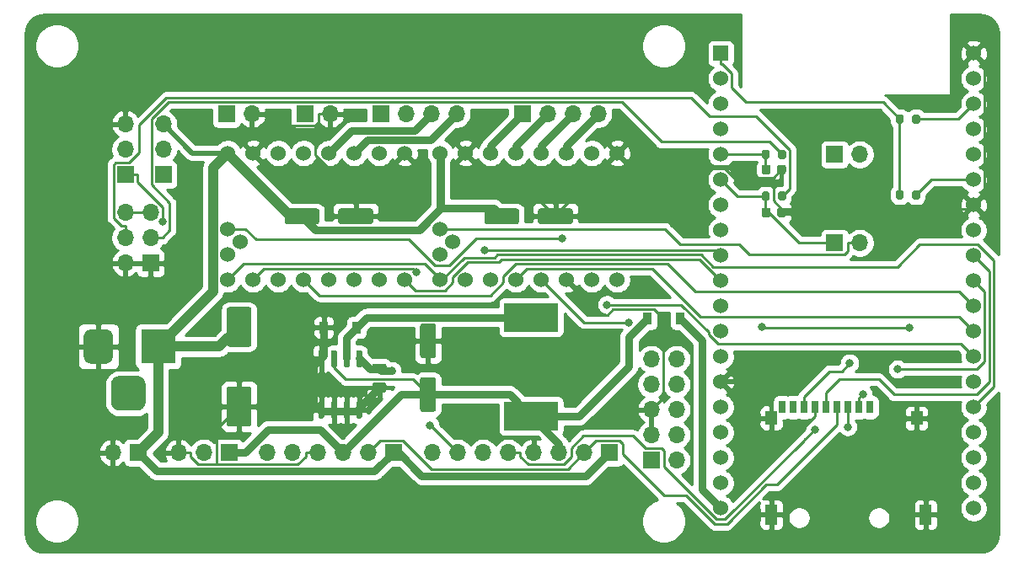
<source format=gbr>
%TF.GenerationSoftware,KiCad,Pcbnew,(5.1.9)-1*%
%TF.CreationDate,2021-05-11T15:40:24+01:00*%
%TF.ProjectId,ESP32_Plotter_Controller_revA,45535033-325f-4506-9c6f-747465725f43,rev?*%
%TF.SameCoordinates,Original*%
%TF.FileFunction,Copper,L1,Top*%
%TF.FilePolarity,Positive*%
%FSLAX46Y46*%
G04 Gerber Fmt 4.6, Leading zero omitted, Abs format (unit mm)*
G04 Created by KiCad (PCBNEW (5.1.9)-1) date 2021-05-11 15:40:24*
%MOMM*%
%LPD*%
G01*
G04 APERTURE LIST*
%TA.AperFunction,SMDPad,CuDef*%
%ADD10R,1.200000X2.000000*%
%TD*%
%TA.AperFunction,SMDPad,CuDef*%
%ADD11R,1.200000X1.400000*%
%TD*%
%TA.AperFunction,SMDPad,CuDef*%
%ADD12R,0.700000X1.300000*%
%TD*%
%TA.AperFunction,ComponentPad*%
%ADD13R,1.700000X1.700000*%
%TD*%
%TA.AperFunction,ComponentPad*%
%ADD14O,1.700000X1.700000*%
%TD*%
%TA.AperFunction,ComponentPad*%
%ADD15C,1.524000*%
%TD*%
%TA.AperFunction,ComponentPad*%
%ADD16R,1.524000X1.524000*%
%TD*%
%TA.AperFunction,SMDPad,CuDef*%
%ADD17R,0.900000X1.200000*%
%TD*%
%TA.AperFunction,ComponentPad*%
%ADD18R,3.500000X3.500000*%
%TD*%
%TA.AperFunction,SMDPad,CuDef*%
%ADD19R,5.400000X2.900000*%
%TD*%
%TA.AperFunction,ViaPad*%
%ADD20C,0.800000*%
%TD*%
%TA.AperFunction,Conductor*%
%ADD21C,0.750000*%
%TD*%
%TA.AperFunction,Conductor*%
%ADD22C,0.250000*%
%TD*%
%TA.AperFunction,Conductor*%
%ADD23C,0.500000*%
%TD*%
%TA.AperFunction,Conductor*%
%ADD24C,0.800000*%
%TD*%
%TA.AperFunction,Conductor*%
%ADD25C,1.000000*%
%TD*%
%TA.AperFunction,Conductor*%
%ADD26C,0.254000*%
%TD*%
%TA.AperFunction,Conductor*%
%ADD27C,0.100000*%
%TD*%
G04 APERTURE END LIST*
D10*
%TO.P,J8,13*%
%TO.N,GND*%
X200597500Y-118318000D03*
%TO.P,J8,12*%
X185097500Y-118318000D03*
D11*
%TO.P,J8,11*%
X199697500Y-108618000D03*
%TO.P,J8,10*%
X185097500Y-108593000D03*
D12*
%TO.P,J8,1*%
%TO.N,Net-(J8-Pad1)*%
X194997500Y-107518000D03*
%TO.P,J8,2*%
%TO.N,/CS_SD*%
X193897500Y-107518000D03*
%TO.P,J8,3*%
%TO.N,/MOSI*%
X192797500Y-107518000D03*
%TO.P,J8,4*%
%TO.N,+3V3*%
X191697500Y-107518000D03*
%TO.P,J8,5*%
%TO.N,/SCK*%
X190597500Y-107518000D03*
%TO.P,J8,6*%
%TO.N,GND*%
X189497500Y-107518000D03*
%TO.P,J8,7*%
%TO.N,/MISO*%
X188397500Y-107518000D03*
%TO.P,J8,8*%
%TO.N,Net-(J8-Pad8)*%
X187297500Y-107518000D03*
%TO.P,J8,9*%
%TO.N,Net-(J8-Pad9)*%
X186197500Y-107518000D03*
%TD*%
D13*
%TO.P,J1,1*%
%TO.N,Net-(J1-Pad1)*%
X173037500Y-112839500D03*
D14*
%TO.P,J1,2*%
%TO.N,/JTAG_TMS*%
X175577500Y-112839500D03*
%TO.P,J1,3*%
%TO.N,GND*%
X173037500Y-110299500D03*
%TO.P,J1,4*%
%TO.N,/NEO_PIXELS_JTAG_TCK*%
X175577500Y-110299500D03*
%TO.P,J1,5*%
%TO.N,GND*%
X173037500Y-107759500D03*
%TO.P,J1,6*%
%TO.N,/PEN_DIR_JTAG_TDO*%
X175577500Y-107759500D03*
%TO.P,J1,7*%
%TO.N,Net-(J1-Pad7)*%
X173037500Y-105219500D03*
%TO.P,J1,8*%
%TO.N,/JTAG_TDI*%
X175577500Y-105219500D03*
%TO.P,J1,9*%
%TO.N,Net-(J1-Pad9)*%
X173037500Y-102679500D03*
%TO.P,J1,10*%
%TO.N,Net-(J1-Pad10)*%
X175577500Y-102679500D03*
%TD*%
D15*
%TO.P,U3,19*%
%TO.N,N/C*%
X153098500Y-90868500D03*
%TO.P,U3,18*%
%TO.N,Net-(J9-Pad2)*%
X151828500Y-89598500D03*
%TO.P,U3,17*%
%TO.N,Net-(U3-Pad17)*%
X151828500Y-92138500D03*
%TO.P,U3,8*%
%TO.N,/Y_Dir*%
X169608500Y-94678500D03*
%TO.P,U3,7*%
%TO.N,/Y_Step*%
X167068500Y-94678500D03*
%TO.P,U3,6*%
%TO.N,GND*%
X164528500Y-94678500D03*
%TO.P,U3,5*%
%TO.N,/MISO*%
X161988500Y-94678500D03*
%TO.P,U3,4*%
%TO.N,/CS_Y*%
X159448500Y-94678500D03*
%TO.P,U3,3*%
%TO.N,/SCK*%
X156908500Y-94678500D03*
%TO.P,U3,2*%
%TO.N,/MOSI*%
X154368500Y-94678500D03*
%TO.P,U3,1*%
%TO.N,/StepEn*%
X151828500Y-94678500D03*
%TO.P,U3,16*%
%TO.N,/Vin*%
X151828500Y-81978500D03*
%TO.P,U3,15*%
%TO.N,GND*%
X154368500Y-81978500D03*
%TO.P,U3,14*%
%TO.N,Net-(J13-Pad1)*%
X156908500Y-81978500D03*
%TO.P,U3,13*%
%TO.N,Net-(J13-Pad2)*%
X159448500Y-81978500D03*
%TO.P,U3,12*%
%TO.N,Net-(J13-Pad3)*%
X161988500Y-81978500D03*
%TO.P,U3,11*%
%TO.N,Net-(J13-Pad4)*%
X164528500Y-81978500D03*
%TO.P,U3,10*%
%TO.N,+3V3*%
X167068500Y-81978500D03*
%TO.P,U3,9*%
%TO.N,GND*%
X169608500Y-81978500D03*
%TD*%
%TO.P,U2,19*%
%TO.N,N/C*%
X131762500Y-90868500D03*
%TO.P,U2,18*%
%TO.N,Net-(J7-Pad2)*%
X130492500Y-89598500D03*
%TO.P,U2,17*%
%TO.N,Net-(U2-Pad17)*%
X130492500Y-92138500D03*
%TO.P,U2,8*%
%TO.N,/X_Dir*%
X148272500Y-94678500D03*
%TO.P,U2,7*%
%TO.N,/X_Step*%
X145732500Y-94678500D03*
%TO.P,U2,6*%
%TO.N,GND*%
X143192500Y-94678500D03*
%TO.P,U2,5*%
%TO.N,/MISO*%
X140652500Y-94678500D03*
%TO.P,U2,4*%
%TO.N,/CS_X*%
X138112500Y-94678500D03*
%TO.P,U2,3*%
%TO.N,/SCK*%
X135572500Y-94678500D03*
%TO.P,U2,2*%
%TO.N,/MOSI*%
X133032500Y-94678500D03*
%TO.P,U2,1*%
%TO.N,/StepEn*%
X130492500Y-94678500D03*
%TO.P,U2,16*%
%TO.N,/Vin*%
X130492500Y-81978500D03*
%TO.P,U2,15*%
%TO.N,GND*%
X133032500Y-81978500D03*
%TO.P,U2,14*%
%TO.N,Net-(J12-Pad1)*%
X135572500Y-81978500D03*
%TO.P,U2,13*%
%TO.N,Net-(J12-Pad2)*%
X138112500Y-81978500D03*
%TO.P,U2,12*%
%TO.N,Net-(J12-Pad3)*%
X140652500Y-81978500D03*
%TO.P,U2,11*%
%TO.N,Net-(J12-Pad4)*%
X143192500Y-81978500D03*
%TO.P,U2,10*%
%TO.N,+3V3*%
X145732500Y-81978500D03*
%TO.P,U2,9*%
%TO.N,GND*%
X148272500Y-81978500D03*
%TD*%
%TO.P,U1,38*%
%TO.N,GND*%
X205422500Y-71945500D03*
%TO.P,U1,37*%
%TO.N,/MOSI*%
X205422500Y-74485500D03*
%TO.P,U1,36*%
%TO.N,/SCL*%
X205422500Y-77025500D03*
%TO.P,U1,35*%
%TO.N,Net-(U1-Pad35)*%
X205422500Y-79565500D03*
%TO.P,U1,34*%
%TO.N,Net-(U1-Pad34)*%
X205422500Y-82105500D03*
%TO.P,U1,33*%
%TO.N,/SDA*%
X205422500Y-84645500D03*
%TO.P,U1,32*%
%TO.N,GND*%
X205422500Y-87185500D03*
%TO.P,U1,31*%
%TO.N,/MISO*%
X205422500Y-89725500D03*
%TO.P,U1,30*%
%TO.N,/SCK*%
X205422500Y-92265500D03*
%TO.P,U1,29*%
%TO.N,/CS_SD*%
X205422500Y-94805500D03*
%TO.P,U1,28*%
%TO.N,/CS_X*%
X205422500Y-97345500D03*
%TO.P,U1,27*%
%TO.N,/CS_Y*%
X205422500Y-99885500D03*
%TO.P,U1,26*%
%TO.N,/CS_AUX*%
X205422500Y-102425500D03*
%TO.P,U1,25*%
%TO.N,Net-(U1-Pad25)*%
X205422500Y-104965500D03*
%TO.P,U1,24*%
%TO.N,/StepEn*%
X205422500Y-107505500D03*
%TO.P,U1,23*%
%TO.N,/PEN_DIR_JTAG_TDO*%
X205422500Y-110045500D03*
%TO.P,U1,22*%
%TO.N,Net-(U1-Pad22)*%
X205422500Y-112585500D03*
%TO.P,U1,21*%
%TO.N,Net-(U1-Pad21)*%
X205422500Y-115125500D03*
%TO.P,U1,20*%
%TO.N,Net-(U1-Pad20)*%
X205422500Y-117665500D03*
%TO.P,U1,19*%
%TO.N,Net-(D1-Pad1)*%
X180022500Y-117665500D03*
%TO.P,U1,18*%
%TO.N,Net-(U1-Pad18)*%
X180022500Y-115125500D03*
%TO.P,U1,17*%
%TO.N,Net-(U1-Pad17)*%
X180022500Y-112585500D03*
%TO.P,U1,16*%
%TO.N,Net-(U1-Pad16)*%
X180022500Y-110045500D03*
%TO.P,U1,15*%
%TO.N,/NEO_PIXELS_JTAG_TCK*%
X180022500Y-107505500D03*
%TO.P,U1,14*%
%TO.N,GND*%
X180022500Y-104965500D03*
%TO.P,U1,13*%
%TO.N,/JTAG_TDI*%
X180022500Y-102425500D03*
%TO.P,U1,12*%
%TO.N,/JTAG_TMS*%
X180022500Y-99885500D03*
%TO.P,U1,11*%
%TO.N,/PEN_LIFT*%
X180022500Y-97345500D03*
%TO.P,U1,10*%
%TO.N,/X_Dir*%
X180022500Y-94805500D03*
%TO.P,U1,9*%
%TO.N,/X_Step*%
X180022500Y-92265500D03*
%TO.P,U1,8*%
%TO.N,/Y_Dir*%
X180022500Y-89725500D03*
%TO.P,U1,7*%
%TO.N,/Y_Step*%
X180022500Y-87185500D03*
%TO.P,U1,6*%
%TO.N,/Y_Limit*%
X180022500Y-84645500D03*
%TO.P,U1,5*%
%TO.N,/X_Limit*%
X180022500Y-82105500D03*
%TO.P,U1,4*%
%TO.N,Net-(U1-Pad4)*%
X180022500Y-79565500D03*
%TO.P,U1,3*%
%TO.N,Net-(U1-Pad3)*%
X180022500Y-77025500D03*
%TO.P,U1,2*%
%TO.N,Net-(U1-Pad2)*%
X180022500Y-74485500D03*
D16*
%TO.P,U1,1*%
%TO.N,+3V3*%
X180022500Y-71945500D03*
%TD*%
%TO.P,C1,2*%
%TO.N,GND*%
%TA.AperFunction,SMDPad,CuDef*%
G36*
G01*
X130635500Y-105441500D02*
X132635500Y-105441500D01*
G75*
G02*
X132885500Y-105691500I0J-250000D01*
G01*
X132885500Y-109191500D01*
G75*
G02*
X132635500Y-109441500I-250000J0D01*
G01*
X130635500Y-109441500D01*
G75*
G02*
X130385500Y-109191500I0J250000D01*
G01*
X130385500Y-105691500D01*
G75*
G02*
X130635500Y-105441500I250000J0D01*
G01*
G37*
%TD.AperFunction*%
%TO.P,C1,1*%
%TO.N,/Vin*%
%TA.AperFunction,SMDPad,CuDef*%
G36*
G01*
X130635500Y-97441500D02*
X132635500Y-97441500D01*
G75*
G02*
X132885500Y-97691500I0J-250000D01*
G01*
X132885500Y-101191500D01*
G75*
G02*
X132635500Y-101441500I-250000J0D01*
G01*
X130635500Y-101441500D01*
G75*
G02*
X130385500Y-101191500I0J250000D01*
G01*
X130385500Y-97691500D01*
G75*
G02*
X130635500Y-97441500I250000J0D01*
G01*
G37*
%TD.AperFunction*%
%TD*%
%TO.P,C2,2*%
%TO.N,GND*%
%TA.AperFunction,SMDPad,CuDef*%
G36*
G01*
X145257500Y-105034500D02*
X146207500Y-105034500D01*
G75*
G02*
X146457500Y-105284500I0J-250000D01*
G01*
X146457500Y-105784500D01*
G75*
G02*
X146207500Y-106034500I-250000J0D01*
G01*
X145257500Y-106034500D01*
G75*
G02*
X145007500Y-105784500I0J250000D01*
G01*
X145007500Y-105284500D01*
G75*
G02*
X145257500Y-105034500I250000J0D01*
G01*
G37*
%TD.AperFunction*%
%TO.P,C2,1*%
%TO.N,/Vin*%
%TA.AperFunction,SMDPad,CuDef*%
G36*
G01*
X145257500Y-103134500D02*
X146207500Y-103134500D01*
G75*
G02*
X146457500Y-103384500I0J-250000D01*
G01*
X146457500Y-103884500D01*
G75*
G02*
X146207500Y-104134500I-250000J0D01*
G01*
X145257500Y-104134500D01*
G75*
G02*
X145007500Y-103884500I0J250000D01*
G01*
X145007500Y-103384500D01*
G75*
G02*
X145257500Y-103134500I250000J0D01*
G01*
G37*
%TD.AperFunction*%
%TD*%
%TO.P,C3,2*%
%TO.N,GND*%
%TA.AperFunction,SMDPad,CuDef*%
G36*
G01*
X151172000Y-102585500D02*
X150072000Y-102585500D01*
G75*
G02*
X149822000Y-102335500I0J250000D01*
G01*
X149822000Y-99335500D01*
G75*
G02*
X150072000Y-99085500I250000J0D01*
G01*
X151172000Y-99085500D01*
G75*
G02*
X151422000Y-99335500I0J-250000D01*
G01*
X151422000Y-102335500D01*
G75*
G02*
X151172000Y-102585500I-250000J0D01*
G01*
G37*
%TD.AperFunction*%
%TO.P,C3,1*%
%TO.N,+5V*%
%TA.AperFunction,SMDPad,CuDef*%
G36*
G01*
X151172000Y-107985500D02*
X150072000Y-107985500D01*
G75*
G02*
X149822000Y-107735500I0J250000D01*
G01*
X149822000Y-104735500D01*
G75*
G02*
X150072000Y-104485500I250000J0D01*
G01*
X151172000Y-104485500D01*
G75*
G02*
X151422000Y-104735500I0J-250000D01*
G01*
X151422000Y-107735500D01*
G75*
G02*
X151172000Y-107985500I-250000J0D01*
G01*
G37*
%TD.AperFunction*%
%TD*%
%TO.P,C6,2*%
%TO.N,GND*%
%TA.AperFunction,SMDPad,CuDef*%
G36*
G01*
X161668500Y-88878500D02*
X161668500Y-87778500D01*
G75*
G02*
X161918500Y-87528500I250000J0D01*
G01*
X164918500Y-87528500D01*
G75*
G02*
X165168500Y-87778500I0J-250000D01*
G01*
X165168500Y-88878500D01*
G75*
G02*
X164918500Y-89128500I-250000J0D01*
G01*
X161918500Y-89128500D01*
G75*
G02*
X161668500Y-88878500I0J250000D01*
G01*
G37*
%TD.AperFunction*%
%TO.P,C6,1*%
%TO.N,/Vin*%
%TA.AperFunction,SMDPad,CuDef*%
G36*
G01*
X156268500Y-88878500D02*
X156268500Y-87778500D01*
G75*
G02*
X156518500Y-87528500I250000J0D01*
G01*
X159518500Y-87528500D01*
G75*
G02*
X159768500Y-87778500I0J-250000D01*
G01*
X159768500Y-88878500D01*
G75*
G02*
X159518500Y-89128500I-250000J0D01*
G01*
X156518500Y-89128500D01*
G75*
G02*
X156268500Y-88878500I0J250000D01*
G01*
G37*
%TD.AperFunction*%
%TD*%
%TO.P,C7,2*%
%TO.N,GND*%
%TA.AperFunction,SMDPad,CuDef*%
G36*
G01*
X141602500Y-88878500D02*
X141602500Y-87778500D01*
G75*
G02*
X141852500Y-87528500I250000J0D01*
G01*
X144852500Y-87528500D01*
G75*
G02*
X145102500Y-87778500I0J-250000D01*
G01*
X145102500Y-88878500D01*
G75*
G02*
X144852500Y-89128500I-250000J0D01*
G01*
X141852500Y-89128500D01*
G75*
G02*
X141602500Y-88878500I0J250000D01*
G01*
G37*
%TD.AperFunction*%
%TO.P,C7,1*%
%TO.N,/Vin*%
%TA.AperFunction,SMDPad,CuDef*%
G36*
G01*
X136202500Y-88878500D02*
X136202500Y-87778500D01*
G75*
G02*
X136452500Y-87528500I250000J0D01*
G01*
X139452500Y-87528500D01*
G75*
G02*
X139702500Y-87778500I0J-250000D01*
G01*
X139702500Y-88878500D01*
G75*
G02*
X139452500Y-89128500I-250000J0D01*
G01*
X136452500Y-89128500D01*
G75*
G02*
X136202500Y-88878500I0J250000D01*
G01*
G37*
%TD.AperFunction*%
%TD*%
D17*
%TO.P,D1,2*%
%TO.N,+5V*%
X172657500Y-98615500D03*
%TO.P,D1,1*%
%TO.N,Net-(D1-Pad1)*%
X175957500Y-98615500D03*
%TD*%
%TO.P,D2,2*%
%TO.N,GND*%
X140145500Y-99504500D03*
%TO.P,D2,1*%
%TO.N,Net-(D2-Pad1)*%
X143445500Y-99504500D03*
%TD*%
%TO.P,J2,3*%
%TO.N,Net-(J2-Pad3)*%
%TA.AperFunction,ComponentPad*%
G36*
G01*
X118757500Y-106984500D02*
X118757500Y-105234500D01*
G75*
G02*
X119632500Y-104359500I875000J0D01*
G01*
X121382500Y-104359500D01*
G75*
G02*
X122257500Y-105234500I0J-875000D01*
G01*
X122257500Y-106984500D01*
G75*
G02*
X121382500Y-107859500I-875000J0D01*
G01*
X119632500Y-107859500D01*
G75*
G02*
X118757500Y-106984500I0J875000D01*
G01*
G37*
%TD.AperFunction*%
%TO.P,J2,2*%
%TO.N,GND*%
%TA.AperFunction,ComponentPad*%
G36*
G01*
X116007500Y-102409500D02*
X116007500Y-100409500D01*
G75*
G02*
X116757500Y-99659500I750000J0D01*
G01*
X118257500Y-99659500D01*
G75*
G02*
X119007500Y-100409500I0J-750000D01*
G01*
X119007500Y-102409500D01*
G75*
G02*
X118257500Y-103159500I-750000J0D01*
G01*
X116757500Y-103159500D01*
G75*
G02*
X116007500Y-102409500I0J750000D01*
G01*
G37*
%TD.AperFunction*%
D18*
%TO.P,J2,1*%
%TO.N,/Vin*%
X123507500Y-101409500D03*
%TD*%
D14*
%TO.P,J3,2*%
%TO.N,GND*%
X140779500Y-78041500D03*
D13*
%TO.P,J3,1*%
%TO.N,+5V*%
X138239500Y-78041500D03*
%TD*%
D14*
%TO.P,J4,2*%
%TO.N,GND*%
X118935500Y-112077500D03*
D13*
%TO.P,J4,1*%
%TO.N,/Vin*%
X121475500Y-112077500D03*
%TD*%
D14*
%TO.P,J5,6*%
%TO.N,+3V3*%
X120205500Y-87947500D03*
%TO.P,J5,5*%
X122745500Y-87947500D03*
%TO.P,J5,4*%
%TO.N,Net-(J5-Pad4)*%
X120205500Y-90487500D03*
%TO.P,J5,3*%
%TO.N,Net-(J5-Pad3)*%
X122745500Y-90487500D03*
%TO.P,J5,2*%
%TO.N,GND*%
X120205500Y-93027500D03*
D13*
%TO.P,J5,1*%
X122745500Y-93027500D03*
%TD*%
D14*
%TO.P,J6,8*%
%TO.N,/CS_AUX*%
X151066500Y-112077500D03*
%TO.P,J6,7*%
%TO.N,/SCK*%
X153606500Y-112077500D03*
%TO.P,J6,6*%
%TO.N,/MISO*%
X156146500Y-112077500D03*
%TO.P,J6,5*%
%TO.N,/MOSI*%
X158686500Y-112077500D03*
%TO.P,J6,4*%
%TO.N,GND*%
X161226500Y-112077500D03*
%TO.P,J6,3*%
%TO.N,+5V*%
X163766500Y-112077500D03*
%TO.P,J6,2*%
%TO.N,+3V3*%
X166306500Y-112077500D03*
D13*
%TO.P,J6,1*%
%TO.N,/Vin*%
X168846500Y-112077500D03*
%TD*%
D14*
%TO.P,J7,2*%
%TO.N,Net-(J7-Pad2)*%
X193992500Y-82105500D03*
D13*
%TO.P,J7,1*%
%TO.N,/X_Limit*%
X191452500Y-82105500D03*
%TD*%
D14*
%TO.P,J9,2*%
%TO.N,Net-(J9-Pad2)*%
X193992500Y-90995500D03*
D13*
%TO.P,J9,1*%
%TO.N,/Y_Limit*%
X191452500Y-90995500D03*
%TD*%
D14*
%TO.P,J10,3*%
%TO.N,GND*%
X120205500Y-79057500D03*
%TO.P,J10,2*%
%TO.N,Net-(J10-Pad2)*%
X120205500Y-81597500D03*
D13*
%TO.P,J10,1*%
%TO.N,/PEN_LIFT*%
X120205500Y-84137500D03*
%TD*%
D14*
%TO.P,J11,3*%
%TO.N,/Vin*%
X124015500Y-79057500D03*
%TO.P,J11,2*%
%TO.N,Net-(J10-Pad2)*%
X124015500Y-81597500D03*
D13*
%TO.P,J11,1*%
%TO.N,+5V*%
X124015500Y-84137500D03*
%TD*%
D14*
%TO.P,J12,4*%
%TO.N,Net-(J12-Pad4)*%
X153479500Y-78041500D03*
%TO.P,J12,3*%
%TO.N,Net-(J12-Pad3)*%
X150939500Y-78041500D03*
%TO.P,J12,2*%
%TO.N,Net-(J12-Pad2)*%
X148399500Y-78041500D03*
D13*
%TO.P,J12,1*%
%TO.N,Net-(J12-Pad1)*%
X145859500Y-78041500D03*
%TD*%
D14*
%TO.P,J13,4*%
%TO.N,Net-(J13-Pad4)*%
X167703500Y-78041500D03*
%TO.P,J13,3*%
%TO.N,Net-(J13-Pad3)*%
X165163500Y-78041500D03*
%TO.P,J13,2*%
%TO.N,Net-(J13-Pad2)*%
X162623500Y-78041500D03*
D13*
%TO.P,J13,1*%
%TO.N,Net-(J13-Pad1)*%
X160083500Y-78041500D03*
%TD*%
D14*
%TO.P,J14,3*%
%TO.N,GND*%
X125539500Y-112077500D03*
%TO.P,J14,2*%
%TO.N,/NEO_PIXELS_JTAG_TCK*%
X128079500Y-112077500D03*
D13*
%TO.P,J14,1*%
%TO.N,+5V*%
X130619500Y-112077500D03*
%TD*%
D14*
%TO.P,J15,2*%
%TO.N,GND*%
X132905500Y-78041500D03*
D13*
%TO.P,J15,1*%
%TO.N,/PEN_DIR_JTAG_TDO*%
X130365500Y-78041500D03*
%TD*%
D14*
%TO.P,J16,6*%
%TO.N,/SDA*%
X134429500Y-112077500D03*
%TO.P,J16,5*%
%TO.N,/SCL*%
X136969500Y-112077500D03*
%TO.P,J16,4*%
%TO.N,GND*%
X139509500Y-112077500D03*
%TO.P,J16,3*%
%TO.N,+5V*%
X142049500Y-112077500D03*
%TO.P,J16,2*%
%TO.N,+3V3*%
X144589500Y-112077500D03*
D13*
%TO.P,J16,1*%
%TO.N,/Vin*%
X147129500Y-112077500D03*
%TD*%
D19*
%TO.P,L1,2*%
%TO.N,+5V*%
X160972500Y-108394500D03*
%TO.P,L1,1*%
%TO.N,Net-(D2-Pad1)*%
X160972500Y-98494500D03*
%TD*%
%TO.P,R1,2*%
%TO.N,Net-(J5-Pad3)*%
%TA.AperFunction,SMDPad,CuDef*%
G36*
G01*
X185781500Y-82380500D02*
X185781500Y-81830500D01*
G75*
G02*
X185981500Y-81630500I200000J0D01*
G01*
X186381500Y-81630500D01*
G75*
G02*
X186581500Y-81830500I0J-200000D01*
G01*
X186581500Y-82380500D01*
G75*
G02*
X186381500Y-82580500I-200000J0D01*
G01*
X185981500Y-82580500D01*
G75*
G02*
X185781500Y-82380500I0J200000D01*
G01*
G37*
%TD.AperFunction*%
%TO.P,R1,1*%
%TO.N,/X_Limit*%
%TA.AperFunction,SMDPad,CuDef*%
G36*
G01*
X184131500Y-82380500D02*
X184131500Y-81830500D01*
G75*
G02*
X184331500Y-81630500I200000J0D01*
G01*
X184731500Y-81630500D01*
G75*
G02*
X184931500Y-81830500I0J-200000D01*
G01*
X184931500Y-82380500D01*
G75*
G02*
X184731500Y-82580500I-200000J0D01*
G01*
X184331500Y-82580500D01*
G75*
G02*
X184131500Y-82380500I0J200000D01*
G01*
G37*
%TD.AperFunction*%
%TD*%
%TO.P,R2,2*%
%TO.N,Net-(J5-Pad4)*%
%TA.AperFunction,SMDPad,CuDef*%
G36*
G01*
X185781500Y-86571500D02*
X185781500Y-86021500D01*
G75*
G02*
X185981500Y-85821500I200000J0D01*
G01*
X186381500Y-85821500D01*
G75*
G02*
X186581500Y-86021500I0J-200000D01*
G01*
X186581500Y-86571500D01*
G75*
G02*
X186381500Y-86771500I-200000J0D01*
G01*
X185981500Y-86771500D01*
G75*
G02*
X185781500Y-86571500I0J200000D01*
G01*
G37*
%TD.AperFunction*%
%TO.P,R2,1*%
%TO.N,/Y_Limit*%
%TA.AperFunction,SMDPad,CuDef*%
G36*
G01*
X184131500Y-86571500D02*
X184131500Y-86021500D01*
G75*
G02*
X184331500Y-85821500I200000J0D01*
G01*
X184731500Y-85821500D01*
G75*
G02*
X184931500Y-86021500I0J-200000D01*
G01*
X184931500Y-86571500D01*
G75*
G02*
X184731500Y-86771500I-200000J0D01*
G01*
X184331500Y-86771500D01*
G75*
G02*
X184131500Y-86571500I0J200000D01*
G01*
G37*
%TD.AperFunction*%
%TD*%
%TO.P,R3,2*%
%TO.N,/SDA*%
%TA.AperFunction,SMDPad,CuDef*%
G36*
G01*
X199243500Y-86444500D02*
X199243500Y-85894500D01*
G75*
G02*
X199443500Y-85694500I200000J0D01*
G01*
X199843500Y-85694500D01*
G75*
G02*
X200043500Y-85894500I0J-200000D01*
G01*
X200043500Y-86444500D01*
G75*
G02*
X199843500Y-86644500I-200000J0D01*
G01*
X199443500Y-86644500D01*
G75*
G02*
X199243500Y-86444500I0J200000D01*
G01*
G37*
%TD.AperFunction*%
%TO.P,R3,1*%
%TO.N,+3V3*%
%TA.AperFunction,SMDPad,CuDef*%
G36*
G01*
X197593500Y-86444500D02*
X197593500Y-85894500D01*
G75*
G02*
X197793500Y-85694500I200000J0D01*
G01*
X198193500Y-85694500D01*
G75*
G02*
X198393500Y-85894500I0J-200000D01*
G01*
X198393500Y-86444500D01*
G75*
G02*
X198193500Y-86644500I-200000J0D01*
G01*
X197793500Y-86644500D01*
G75*
G02*
X197593500Y-86444500I0J200000D01*
G01*
G37*
%TD.AperFunction*%
%TD*%
%TO.P,R4,2*%
%TO.N,/SCL*%
%TA.AperFunction,SMDPad,CuDef*%
G36*
G01*
X199243500Y-78824500D02*
X199243500Y-78274500D01*
G75*
G02*
X199443500Y-78074500I200000J0D01*
G01*
X199843500Y-78074500D01*
G75*
G02*
X200043500Y-78274500I0J-200000D01*
G01*
X200043500Y-78824500D01*
G75*
G02*
X199843500Y-79024500I-200000J0D01*
G01*
X199443500Y-79024500D01*
G75*
G02*
X199243500Y-78824500I0J200000D01*
G01*
G37*
%TD.AperFunction*%
%TO.P,R4,1*%
%TO.N,+3V3*%
%TA.AperFunction,SMDPad,CuDef*%
G36*
G01*
X197593500Y-78824500D02*
X197593500Y-78274500D01*
G75*
G02*
X197793500Y-78074500I200000J0D01*
G01*
X198193500Y-78074500D01*
G75*
G02*
X198393500Y-78274500I0J-200000D01*
G01*
X198393500Y-78824500D01*
G75*
G02*
X198193500Y-79024500I-200000J0D01*
G01*
X197793500Y-79024500D01*
G75*
G02*
X197593500Y-78824500I0J200000D01*
G01*
G37*
%TD.AperFunction*%
%TD*%
%TO.P,C4,1*%
%TO.N,/Y_Limit*%
%TA.AperFunction,SMDPad,CuDef*%
G36*
G01*
X184131500Y-88197500D02*
X184131500Y-87697500D01*
G75*
G02*
X184356500Y-87472500I225000J0D01*
G01*
X184806500Y-87472500D01*
G75*
G02*
X185031500Y-87697500I0J-225000D01*
G01*
X185031500Y-88197500D01*
G75*
G02*
X184806500Y-88422500I-225000J0D01*
G01*
X184356500Y-88422500D01*
G75*
G02*
X184131500Y-88197500I0J225000D01*
G01*
G37*
%TD.AperFunction*%
%TO.P,C4,2*%
%TO.N,GND*%
%TA.AperFunction,SMDPad,CuDef*%
G36*
G01*
X185681500Y-88197500D02*
X185681500Y-87697500D01*
G75*
G02*
X185906500Y-87472500I225000J0D01*
G01*
X186356500Y-87472500D01*
G75*
G02*
X186581500Y-87697500I0J-225000D01*
G01*
X186581500Y-88197500D01*
G75*
G02*
X186356500Y-88422500I-225000J0D01*
G01*
X185906500Y-88422500D01*
G75*
G02*
X185681500Y-88197500I0J225000D01*
G01*
G37*
%TD.AperFunction*%
%TD*%
%TO.P,C5,2*%
%TO.N,GND*%
%TA.AperFunction,SMDPad,CuDef*%
G36*
G01*
X185681500Y-83879500D02*
X185681500Y-83379500D01*
G75*
G02*
X185906500Y-83154500I225000J0D01*
G01*
X186356500Y-83154500D01*
G75*
G02*
X186581500Y-83379500I0J-225000D01*
G01*
X186581500Y-83879500D01*
G75*
G02*
X186356500Y-84104500I-225000J0D01*
G01*
X185906500Y-84104500D01*
G75*
G02*
X185681500Y-83879500I0J225000D01*
G01*
G37*
%TD.AperFunction*%
%TO.P,C5,1*%
%TO.N,/X_Limit*%
%TA.AperFunction,SMDPad,CuDef*%
G36*
G01*
X184131500Y-83879500D02*
X184131500Y-83379500D01*
G75*
G02*
X184356500Y-83154500I225000J0D01*
G01*
X184806500Y-83154500D01*
G75*
G02*
X185031500Y-83379500I0J-225000D01*
G01*
X185031500Y-83879500D01*
G75*
G02*
X184806500Y-84104500I-225000J0D01*
G01*
X184356500Y-84104500D01*
G75*
G02*
X184131500Y-83879500I0J225000D01*
G01*
G37*
%TD.AperFunction*%
%TD*%
%TO.P,U4,1*%
%TO.N,/Vin*%
%TA.AperFunction,SMDPad,CuDef*%
G36*
G01*
X143550500Y-101769500D02*
X143850500Y-101769500D01*
G75*
G02*
X144000500Y-101919500I0J-150000D01*
G01*
X144000500Y-103369500D01*
G75*
G02*
X143850500Y-103519500I-150000J0D01*
G01*
X143550500Y-103519500D01*
G75*
G02*
X143400500Y-103369500I0J150000D01*
G01*
X143400500Y-101919500D01*
G75*
G02*
X143550500Y-101769500I150000J0D01*
G01*
G37*
%TD.AperFunction*%
%TO.P,U4,2*%
%TO.N,Net-(D2-Pad1)*%
%TA.AperFunction,SMDPad,CuDef*%
G36*
G01*
X142280500Y-101769500D02*
X142580500Y-101769500D01*
G75*
G02*
X142730500Y-101919500I0J-150000D01*
G01*
X142730500Y-103369500D01*
G75*
G02*
X142580500Y-103519500I-150000J0D01*
G01*
X142280500Y-103519500D01*
G75*
G02*
X142130500Y-103369500I0J150000D01*
G01*
X142130500Y-101919500D01*
G75*
G02*
X142280500Y-101769500I150000J0D01*
G01*
G37*
%TD.AperFunction*%
%TO.P,U4,3*%
%TO.N,+5V*%
%TA.AperFunction,SMDPad,CuDef*%
G36*
G01*
X141010500Y-101769500D02*
X141310500Y-101769500D01*
G75*
G02*
X141460500Y-101919500I0J-150000D01*
G01*
X141460500Y-103369500D01*
G75*
G02*
X141310500Y-103519500I-150000J0D01*
G01*
X141010500Y-103519500D01*
G75*
G02*
X140860500Y-103369500I0J150000D01*
G01*
X140860500Y-101919500D01*
G75*
G02*
X141010500Y-101769500I150000J0D01*
G01*
G37*
%TD.AperFunction*%
%TO.P,U4,4*%
%TO.N,GND*%
%TA.AperFunction,SMDPad,CuDef*%
G36*
G01*
X139740500Y-101769500D02*
X140040500Y-101769500D01*
G75*
G02*
X140190500Y-101919500I0J-150000D01*
G01*
X140190500Y-103369500D01*
G75*
G02*
X140040500Y-103519500I-150000J0D01*
G01*
X139740500Y-103519500D01*
G75*
G02*
X139590500Y-103369500I0J150000D01*
G01*
X139590500Y-101919500D01*
G75*
G02*
X139740500Y-101769500I150000J0D01*
G01*
G37*
%TD.AperFunction*%
%TO.P,U4,5*%
%TA.AperFunction,SMDPad,CuDef*%
G36*
G01*
X139740500Y-106919500D02*
X140040500Y-106919500D01*
G75*
G02*
X140190500Y-107069500I0J-150000D01*
G01*
X140190500Y-108519500D01*
G75*
G02*
X140040500Y-108669500I-150000J0D01*
G01*
X139740500Y-108669500D01*
G75*
G02*
X139590500Y-108519500I0J150000D01*
G01*
X139590500Y-107069500D01*
G75*
G02*
X139740500Y-106919500I150000J0D01*
G01*
G37*
%TD.AperFunction*%
%TO.P,U4,6*%
%TA.AperFunction,SMDPad,CuDef*%
G36*
G01*
X141010500Y-106919500D02*
X141310500Y-106919500D01*
G75*
G02*
X141460500Y-107069500I0J-150000D01*
G01*
X141460500Y-108519500D01*
G75*
G02*
X141310500Y-108669500I-150000J0D01*
G01*
X141010500Y-108669500D01*
G75*
G02*
X140860500Y-108519500I0J150000D01*
G01*
X140860500Y-107069500D01*
G75*
G02*
X141010500Y-106919500I150000J0D01*
G01*
G37*
%TD.AperFunction*%
%TO.P,U4,7*%
%TA.AperFunction,SMDPad,CuDef*%
G36*
G01*
X142280500Y-106919500D02*
X142580500Y-106919500D01*
G75*
G02*
X142730500Y-107069500I0J-150000D01*
G01*
X142730500Y-108519500D01*
G75*
G02*
X142580500Y-108669500I-150000J0D01*
G01*
X142280500Y-108669500D01*
G75*
G02*
X142130500Y-108519500I0J150000D01*
G01*
X142130500Y-107069500D01*
G75*
G02*
X142280500Y-106919500I150000J0D01*
G01*
G37*
%TD.AperFunction*%
%TO.P,U4,8*%
%TA.AperFunction,SMDPad,CuDef*%
G36*
G01*
X143550500Y-106919500D02*
X143850500Y-106919500D01*
G75*
G02*
X144000500Y-107069500I0J-150000D01*
G01*
X144000500Y-108519500D01*
G75*
G02*
X143850500Y-108669500I-150000J0D01*
G01*
X143550500Y-108669500D01*
G75*
G02*
X143400500Y-108519500I0J150000D01*
G01*
X143400500Y-107069500D01*
G75*
G02*
X143550500Y-106919500I150000J0D01*
G01*
G37*
%TD.AperFunction*%
%TD*%
D20*
%TO.N,GND*%
X138979500Y-107488500D03*
X156527500Y-78549500D03*
X169481500Y-79311500D03*
X187515500Y-78803500D03*
X195389500Y-78803500D03*
X198691500Y-76771500D03*
X113855500Y-100139500D03*
X113855500Y-102425500D03*
X172402500Y-87185500D03*
X169672000Y-114300000D03*
X166814500Y-97726500D03*
X165417500Y-99885500D03*
X144335500Y-101028500D03*
X141160500Y-100838000D03*
X148272500Y-86487000D03*
X183896000Y-104902000D03*
%TO.N,/MOSI*%
X149482300Y-93951300D03*
X189484000Y-109728000D03*
X192786000Y-109474000D03*
%TO.N,/MISO*%
X170804410Y-98975700D03*
X192984200Y-103068200D03*
%TO.N,/SCK*%
X150818290Y-109355065D03*
%TO.N,/CS_SD*%
X194310000Y-106172000D03*
X197802500Y-103695500D03*
%TO.N,/CS_AUX*%
X168591700Y-97204300D03*
%TO.N,Net-(J7-Pad2)*%
X164063900Y-90577200D03*
%TO.N,/PEN_LIFT*%
X123920900Y-88858500D03*
%TO.N,/Vin*%
X147002500Y-103822500D03*
%TO.N,/X_Step*%
X156283000Y-91727800D03*
%TO.N,/PEN_DIR_JTAG_TDO*%
X199009000Y-99504500D03*
X184150000Y-99441000D03*
%TD*%
D21*
%TO.N,GND*%
X144716500Y-106550500D02*
X145732500Y-105534500D01*
X143700500Y-107794500D02*
X143700500Y-107566500D01*
X143700500Y-107566500D02*
X144716500Y-106550500D01*
D22*
X139700000Y-107679000D02*
X139775000Y-107679000D01*
X139775000Y-107679000D02*
X139890500Y-107794500D01*
D21*
X139700000Y-107679000D02*
X139890500Y-107869500D01*
X139890500Y-107869500D02*
X141160500Y-107869500D01*
X139509500Y-107488500D02*
X139700000Y-107679000D01*
D22*
X185311400Y-84449600D02*
X185311400Y-86761500D01*
X185311400Y-86761500D02*
X186131500Y-87581600D01*
X186131500Y-83629500D02*
X185311400Y-84449600D01*
X185311400Y-84449600D02*
X181364400Y-84449600D01*
X181364400Y-84449600D02*
X180449600Y-83534800D01*
X171164800Y-83534800D02*
X169608500Y-81978500D01*
X163338500Y-88248500D02*
X163418500Y-88328500D01*
X154368500Y-81978500D02*
X156761700Y-84371700D01*
X156761700Y-84371700D02*
X159461700Y-84371700D01*
X159461700Y-84371700D02*
X163338500Y-88248500D01*
X163338500Y-88248500D02*
X169608500Y-81978500D01*
X129420900Y-113252800D02*
X129420900Y-109656100D01*
X129420900Y-109656100D02*
X131635500Y-107441500D01*
X186131500Y-87581600D02*
X205026400Y-87581600D01*
X205026400Y-87581600D02*
X205422500Y-87185500D01*
X186131500Y-87581600D02*
X186131500Y-87693500D01*
X139509500Y-107488500D02*
X138979500Y-107488500D01*
X205422500Y-87185500D02*
X206511900Y-86096100D01*
X206511900Y-86096100D02*
X206511900Y-73034900D01*
X206511900Y-73034900D02*
X205422500Y-71945500D01*
X143352500Y-85911000D02*
X144340000Y-85911000D01*
X144340000Y-85911000D02*
X148272500Y-81978500D01*
X143352500Y-88328500D02*
X143352500Y-85911000D01*
X143352500Y-85911000D02*
X142974800Y-85911000D01*
X142974800Y-85911000D02*
X139248200Y-82184400D01*
X139248200Y-82184400D02*
X139248200Y-79228700D01*
X139248200Y-79228700D02*
X139604200Y-78872700D01*
X139604200Y-78872700D02*
X139604200Y-78041500D01*
X134080800Y-78041500D02*
X135268000Y-79228700D01*
X135268000Y-79228700D02*
X139248200Y-79228700D01*
X140779500Y-78041500D02*
X139604200Y-78041500D01*
X132905500Y-78041500D02*
X134080800Y-78041500D01*
X129420900Y-113252800D02*
X127522700Y-113252800D01*
X127522700Y-113252800D02*
X126714800Y-112444900D01*
X126714800Y-112444900D02*
X126714800Y-112077500D01*
X138334200Y-112077500D02*
X138334200Y-112444800D01*
X138334200Y-112444800D02*
X137526200Y-113252800D01*
X137526200Y-113252800D02*
X129420900Y-113252800D01*
X125539500Y-112077500D02*
X126714800Y-112077500D01*
X139509500Y-112077500D02*
X138334200Y-112077500D01*
X120205500Y-93027500D02*
X122745500Y-93027500D01*
D21*
X139637000Y-102823000D02*
X139128500Y-103331500D01*
X139128500Y-103331500D02*
X139128500Y-107107500D01*
X139128500Y-107107500D02*
X139509500Y-107488500D01*
D22*
X139637000Y-102823000D02*
X139712000Y-102823000D01*
X139712000Y-102823000D02*
X139890500Y-102644500D01*
D21*
X140145500Y-99504500D02*
X140145500Y-102314500D01*
X140145500Y-102314500D02*
X139637000Y-102823000D01*
X141160500Y-107869500D02*
X142430500Y-107869500D01*
D22*
X141160500Y-107794500D02*
X141160500Y-107869500D01*
D21*
X142430500Y-107869500D02*
X143700500Y-107869500D01*
X143700500Y-107869500D02*
X143700500Y-107794500D01*
D22*
X142430500Y-107794500D02*
X142430500Y-107869500D01*
D23*
X178124101Y-83433499D02*
X181223499Y-83433499D01*
X178022800Y-83534800D02*
X178124101Y-83433499D01*
D22*
X180449600Y-83534800D02*
X178022800Y-83534800D01*
X178022800Y-83534800D02*
X171164800Y-83534800D01*
D23*
X180022500Y-104965500D02*
X182181500Y-104965500D01*
D22*
X174212800Y-106584200D02*
X174212800Y-98610800D01*
X169210110Y-97690100D02*
X168649512Y-98250698D01*
X168100698Y-98250698D02*
X165290499Y-95440499D01*
X168649512Y-98250698D02*
X168100698Y-98250698D01*
X173292100Y-97690100D02*
X169210110Y-97690100D01*
X173037500Y-107759500D02*
X174212800Y-106584200D01*
X174212800Y-98610800D02*
X173292100Y-97690100D01*
X165290499Y-95440499D02*
X164528500Y-94678500D01*
X189502500Y-108405500D02*
X187672000Y-110236000D01*
X189502500Y-107505500D02*
X189502500Y-108405500D01*
X187672000Y-110236000D02*
X184658000Y-110236000D01*
X182689500Y-108267500D02*
X182689500Y-104965500D01*
X184658000Y-110236000D02*
X182689500Y-108267500D01*
X182181500Y-104965500D02*
X182689500Y-104965500D01*
D21*
%TO.N,+5V*%
X139763500Y-109791500D02*
X139001500Y-109791500D01*
X139001500Y-109791500D02*
X138493500Y-109791500D01*
X139763500Y-109791500D02*
X139001500Y-109791500D01*
X130619500Y-112077500D02*
X132219500Y-112077500D01*
X132219500Y-112077500D02*
X134505500Y-109791500D01*
X134505500Y-109791500D02*
X138493500Y-109791500D01*
X138493500Y-109791500D02*
X139001500Y-109791500D01*
X142049500Y-112077500D02*
X139763500Y-109791500D01*
D24*
X163766500Y-111188500D02*
X160972500Y-108394500D01*
X163766500Y-112077500D02*
X163766500Y-111188500D01*
X158813500Y-106235500D02*
X160972500Y-108394500D01*
X150622000Y-106235500D02*
X158813500Y-106235500D01*
D22*
X149095990Y-104709490D02*
X150622000Y-106235500D01*
X142350490Y-104709490D02*
X149095990Y-104709490D01*
X141160500Y-103519500D02*
X142350490Y-104709490D01*
X141160500Y-102644500D02*
X141160500Y-103519500D01*
D24*
X147891500Y-106235500D02*
X150622000Y-106235500D01*
X142049500Y-112077500D02*
X147891500Y-106235500D01*
X160972500Y-108394500D02*
X165798500Y-108394500D01*
X165798500Y-108394500D02*
X170815000Y-103378000D01*
X170815000Y-100458000D02*
X172657500Y-98615500D01*
X170815000Y-103378000D02*
X170815000Y-100458000D01*
D22*
%TO.N,/Y_Limit*%
X184531500Y-86296500D02*
X181673500Y-86296500D01*
X181673500Y-86296500D02*
X180022500Y-84645500D01*
X184531500Y-86296500D02*
X184531500Y-87643500D01*
X184531500Y-87643500D02*
X184581500Y-87693500D01*
X191452500Y-90995500D02*
X190277200Y-90995500D01*
X184581500Y-87693500D02*
X187883500Y-90995500D01*
X187883500Y-90995500D02*
X190277200Y-90995500D01*
%TO.N,/X_Limit*%
X184531500Y-82105500D02*
X180022500Y-82105500D01*
X184581500Y-83629500D02*
X184531500Y-83579500D01*
X184531500Y-83579500D02*
X184531500Y-82105500D01*
D21*
%TO.N,Net-(D1-Pad1)*%
X175957500Y-98615500D02*
X178117500Y-100775500D01*
X178117500Y-100775500D02*
X178117500Y-115760500D01*
X178117500Y-115760500D02*
X180022500Y-117665500D01*
D22*
%TO.N,Net-(D2-Pad1)*%
X142430500Y-102569500D02*
X142430500Y-102644500D01*
D21*
X143445500Y-99504500D02*
X142430500Y-100519500D01*
X142430500Y-100519500D02*
X142430500Y-102569500D01*
D24*
X160963490Y-98485490D02*
X160972500Y-98494500D01*
X144464510Y-98485490D02*
X160963490Y-98485490D01*
X143445500Y-99504500D02*
X144464510Y-98485490D01*
D22*
%TO.N,/MOSI*%
X133032500Y-94678500D02*
X134131400Y-93579600D01*
X134131400Y-93579600D02*
X149110600Y-93579600D01*
X149110600Y-93579600D02*
X149482300Y-93951300D01*
X159861800Y-112077500D02*
X159861800Y-112444800D01*
X165036500Y-112473900D02*
X165036500Y-111610700D01*
X171233500Y-110395700D02*
X172501900Y-111664100D01*
X164234000Y-113276400D02*
X165036500Y-112473900D01*
X172501900Y-111664100D02*
X174068600Y-111664100D01*
X179573500Y-118780500D02*
X180472700Y-118780500D01*
X174068600Y-111664100D02*
X174307500Y-111903000D01*
X174307500Y-113514500D02*
X179573500Y-118780500D01*
X158686500Y-112077500D02*
X159861800Y-112077500D01*
X159861800Y-112444800D02*
X160693400Y-113276400D01*
X165036500Y-111610700D02*
X166251500Y-110395700D01*
X174307500Y-111903000D02*
X174307500Y-113514500D01*
X166251500Y-110395700D02*
X171233500Y-110395700D01*
X180472700Y-118780500D02*
X188402500Y-110850700D01*
X160693400Y-113276400D02*
X164234000Y-113276400D01*
X188402500Y-110809500D02*
X189484000Y-109728000D01*
X188402500Y-110850700D02*
X188402500Y-110809500D01*
X192802500Y-109457500D02*
X192802500Y-107955510D01*
X192786000Y-109474000D02*
X192802500Y-109457500D01*
%TO.N,/SCL*%
X199643500Y-78549500D02*
X203898500Y-78549500D01*
X203898500Y-78549500D02*
X205422500Y-77025500D01*
%TO.N,/SDA*%
X199643500Y-86169500D02*
X201167500Y-84645500D01*
X201167500Y-84645500D02*
X205422500Y-84645500D01*
%TO.N,/MISO*%
X161988500Y-94678500D02*
X166285700Y-98975700D01*
X166285700Y-98975700D02*
X170804410Y-98975700D01*
X190950996Y-103886000D02*
X188402500Y-106434496D01*
X188402500Y-106434496D02*
X188402500Y-107505500D01*
X192166400Y-103886000D02*
X190950996Y-103886000D01*
X192984200Y-103068200D02*
X192166400Y-103886000D01*
%TO.N,/SCK*%
X150884065Y-109355065D02*
X150818290Y-109355065D01*
X153606500Y-112077500D02*
X150884065Y-109355065D01*
X207006600Y-93849600D02*
X205422500Y-92265500D01*
X207006600Y-104939300D02*
X207006600Y-93849600D01*
X197421500Y-106235500D02*
X205710400Y-106235500D01*
X205710400Y-106235500D02*
X207006600Y-104939300D01*
X195888684Y-104702684D02*
X197421500Y-106235500D01*
X191912314Y-104702684D02*
X195888684Y-104702684D01*
X190602500Y-106012498D02*
X191912314Y-104702684D01*
X190602500Y-107505500D02*
X190602500Y-106012498D01*
%TO.N,/CS_SD*%
X206517800Y-102884600D02*
X205706900Y-103695500D01*
X205422500Y-94805500D02*
X206517800Y-95900800D01*
X206517800Y-95900800D02*
X206517800Y-102884600D01*
X193902500Y-106579500D02*
X194310000Y-106172000D01*
X193902500Y-107505500D02*
X193902500Y-106579500D01*
X205706900Y-103695500D02*
X197802500Y-103695500D01*
%TO.N,/CS_X*%
X138112500Y-94678500D02*
X139707300Y-96273300D01*
X139707300Y-96273300D02*
X156875600Y-96273300D01*
X156875600Y-96273300D02*
X158178500Y-94970400D01*
X158178500Y-94970400D02*
X158178500Y-94366900D01*
X158178500Y-94366900D02*
X159412800Y-93132600D01*
X159412800Y-93132600D02*
X174698400Y-93132600D01*
X174698400Y-93132600D02*
X177458700Y-95892900D01*
X177458700Y-95892900D02*
X203969900Y-95892900D01*
X203969900Y-95892900D02*
X205422500Y-97345500D01*
%TO.N,/CS_Y*%
X159448500Y-94678500D02*
X160544000Y-93583000D01*
X160544000Y-93583000D02*
X173156200Y-93583000D01*
X173156200Y-93583000D02*
X178006100Y-98432900D01*
X178006100Y-98432900D02*
X203969900Y-98432900D01*
X203969900Y-98432900D02*
X205422500Y-99885500D01*
%TO.N,/CS_AUX*%
X205422500Y-102425500D02*
X204152500Y-101155500D01*
X204152500Y-101155500D02*
X179730600Y-101155500D01*
X179730600Y-101155500D02*
X178817900Y-100242800D01*
X178817900Y-100242800D02*
X178817900Y-99957100D01*
X178817900Y-99957100D02*
X176065100Y-97204300D01*
X176065100Y-97204300D02*
X168591700Y-97204300D01*
%TO.N,Net-(J5-Pad3)*%
X122745500Y-90487500D02*
X123920800Y-90487500D01*
X186181500Y-82105500D02*
X184911500Y-80835500D01*
X184911500Y-80835500D02*
X174064800Y-80835500D01*
X174064800Y-80835500D02*
X170095400Y-76866100D01*
X170095400Y-76866100D02*
X124517700Y-76866100D01*
X124517700Y-76866100D02*
X122823200Y-78560600D01*
X122823200Y-78560600D02*
X122823200Y-85173100D01*
X122823200Y-85173100D02*
X124662900Y-87012800D01*
X124662900Y-87012800D02*
X124662900Y-89745400D01*
X124662900Y-89745400D02*
X123920800Y-90487500D01*
%TO.N,Net-(J5-Pad4)*%
X120205500Y-90487500D02*
X120205500Y-89312200D01*
X186181500Y-86296500D02*
X186928200Y-85549800D01*
X186928200Y-85549800D02*
X186928200Y-81618700D01*
X186928200Y-81618700D02*
X183605000Y-78295500D01*
X183605000Y-78295500D02*
X178935100Y-78295500D01*
X178935100Y-78295500D02*
X177055300Y-76415700D01*
X177055300Y-76415700D02*
X124331200Y-76415700D01*
X124331200Y-76415700D02*
X121605900Y-79141000D01*
X121605900Y-79141000D02*
X121605900Y-81921300D01*
X121605900Y-81921300D02*
X120565100Y-82962100D01*
X120565100Y-82962100D02*
X119215900Y-82962100D01*
X119215900Y-82962100D02*
X119030200Y-83147800D01*
X119030200Y-83147800D02*
X119030200Y-88504300D01*
X119030200Y-88504300D02*
X119838100Y-89312200D01*
X119838100Y-89312200D02*
X120205500Y-89312200D01*
%TO.N,+3V3*%
X122745500Y-87947500D02*
X120205500Y-87947500D01*
X197993500Y-78549500D02*
X196320200Y-76876200D01*
X196320200Y-76876200D02*
X182564100Y-76876200D01*
X182564100Y-76876200D02*
X181109800Y-75421900D01*
X181109800Y-75421900D02*
X181109800Y-73984100D01*
X181109800Y-73984100D02*
X180158500Y-73032800D01*
X180158500Y-73032800D02*
X180022500Y-73032800D01*
X180022500Y-71945500D02*
X180022500Y-73032800D01*
X197993500Y-86169500D02*
X197993500Y-78549500D01*
X144589500Y-112077500D02*
X145764900Y-110902100D01*
X145764900Y-110902100D02*
X148114600Y-110902100D01*
X148114600Y-110902100D02*
X150939300Y-113726800D01*
X150939300Y-113726800D02*
X164657200Y-113726800D01*
X164657200Y-113726800D02*
X166306500Y-112077500D01*
X167503100Y-110880900D02*
X166306500Y-112077500D01*
X170198100Y-112222600D02*
X170198100Y-111241500D01*
X174328400Y-116352900D02*
X170198100Y-112222600D01*
X179387000Y-119230900D02*
X176509000Y-116352900D01*
X170198100Y-111241500D02*
X169837500Y-110880900D01*
X180659200Y-119230900D02*
X179387000Y-119230900D01*
X169837500Y-110880900D02*
X167503100Y-110880900D01*
X184616050Y-115274050D02*
X180659200Y-119230900D01*
X176509000Y-116352900D02*
X174328400Y-116352900D01*
X185715950Y-115274050D02*
X184616050Y-115274050D01*
X191702500Y-109287500D02*
X185715950Y-115274050D01*
X191702500Y-107955510D02*
X191702500Y-109287500D01*
%TO.N,Net-(J7-Pad2)*%
X164063900Y-90577200D02*
X155425900Y-90577200D01*
X155425900Y-90577200D02*
X152751000Y-93252100D01*
X152751000Y-93252100D02*
X151308800Y-93252100D01*
X151308800Y-93252100D02*
X148710200Y-90653500D01*
X148710200Y-90653500D02*
X133322300Y-90653500D01*
X133322300Y-90653500D02*
X132267300Y-89598500D01*
X132267300Y-89598500D02*
X130492500Y-89598500D01*
%TO.N,Net-(J9-Pad2)*%
X192817200Y-90995500D02*
X192817200Y-91803500D01*
X192817200Y-91803500D02*
X192449800Y-92170900D01*
X192449800Y-92170900D02*
X182882600Y-92170900D01*
X182882600Y-92170900D02*
X181860000Y-91148300D01*
X181860000Y-91148300D02*
X175952600Y-91148300D01*
X175952600Y-91148300D02*
X174402800Y-89598500D01*
X174402800Y-89598500D02*
X151828500Y-89598500D01*
X193992500Y-90995500D02*
X192817200Y-90995500D01*
%TO.N,/PEN_LIFT*%
X121380800Y-84137500D02*
X121380800Y-84851800D01*
X121380800Y-84851800D02*
X123920900Y-87391900D01*
X123920900Y-87391900D02*
X123920900Y-88858500D01*
X120205500Y-84137500D02*
X121380800Y-84137500D01*
D21*
%TO.N,Net-(J12-Pad4)*%
X143192500Y-81978500D02*
X144529500Y-80641500D01*
X144529500Y-80641500D02*
X150879500Y-80641500D01*
X150879500Y-80641500D02*
X153479500Y-78041500D01*
%TO.N,Net-(J12-Pad3)*%
X140652500Y-81978500D02*
X142939500Y-79691500D01*
X142939500Y-79691500D02*
X149289500Y-79691500D01*
X149289500Y-79691500D02*
X150939500Y-78041500D01*
%TO.N,Net-(J13-Pad1)*%
X156908500Y-81978500D02*
X156908500Y-81216500D01*
X156908500Y-81216500D02*
X160083500Y-78041500D01*
%TO.N,Net-(J13-Pad2)*%
X159448500Y-81978500D02*
X159448500Y-81216500D01*
X159448500Y-81216500D02*
X162623500Y-78041500D01*
%TO.N,Net-(J13-Pad3)*%
X161988500Y-81978500D02*
X161988500Y-81216500D01*
X161988500Y-81216500D02*
X165163500Y-78041500D01*
%TO.N,Net-(J13-Pad4)*%
X164528500Y-81978500D02*
X164528500Y-81216500D01*
X164528500Y-81216500D02*
X167703500Y-78041500D01*
%TO.N,/Vin*%
X144765500Y-103634500D02*
X144233000Y-103102000D01*
X145732500Y-103634500D02*
X144765500Y-103634500D01*
D22*
X144233000Y-103102000D02*
X144158000Y-103102000D01*
X144158000Y-103102000D02*
X143700500Y-102644500D01*
D21*
X144233000Y-103102000D02*
X143700500Y-102569500D01*
X151828500Y-81978500D02*
X151828500Y-87437300D01*
X151828500Y-87437300D02*
X151919700Y-87528500D01*
D23*
X130492500Y-81978500D02*
X126936500Y-81978500D01*
X126936500Y-81978500D02*
X124015500Y-79057500D01*
D21*
X137952500Y-88328500D02*
X139327500Y-89703500D01*
X139327500Y-89703500D02*
X149744700Y-89703500D01*
X149744700Y-89703500D02*
X151919700Y-87528500D01*
X151919700Y-87528500D02*
X157218500Y-87528500D01*
X145254190Y-113952810D02*
X147129500Y-112077500D01*
X123350810Y-113952810D02*
X145254190Y-113952810D01*
X121475500Y-112077500D02*
X123350810Y-113952810D01*
D24*
X157218500Y-87528500D02*
X158018500Y-88328500D01*
X151882738Y-87528500D02*
X157218500Y-87528500D01*
X149682728Y-89728510D02*
X151882738Y-87528500D01*
X139352510Y-89728510D02*
X149682728Y-89728510D01*
X137952500Y-88328500D02*
X139352510Y-89728510D01*
X151882738Y-82032738D02*
X151828500Y-81978500D01*
X151882738Y-87528500D02*
X151882738Y-82032738D01*
D25*
X123507500Y-110045500D02*
X123507500Y-101409500D01*
X121475500Y-112077500D02*
X123507500Y-110045500D01*
X129030499Y-83440501D02*
X130492500Y-81978500D01*
X129030499Y-95886501D02*
X129030499Y-83440501D01*
X123507500Y-101409500D02*
X129030499Y-95886501D01*
X136842500Y-88328500D02*
X137952500Y-88328500D01*
X130492500Y-81978500D02*
X136842500Y-88328500D01*
X129667500Y-101409500D02*
X131635500Y-99441500D01*
X123507500Y-101409500D02*
X129667500Y-101409500D01*
D21*
X147129500Y-112077500D02*
X147637500Y-112077500D01*
X147637500Y-112077500D02*
X149986810Y-114426810D01*
X149986810Y-114426810D02*
X166497190Y-114426810D01*
X166497190Y-114426810D02*
X168846500Y-112077500D01*
D24*
X145920500Y-103822500D02*
X145732500Y-103634500D01*
X147002500Y-103822500D02*
X145920500Y-103822500D01*
D22*
%TO.N,/X_Dir*%
X148272500Y-94678500D02*
X149362700Y-95768700D01*
X149362700Y-95768700D02*
X152285600Y-95768700D01*
X152285600Y-95768700D02*
X153098500Y-94955800D01*
X153098500Y-94955800D02*
X153098500Y-94408500D01*
X153098500Y-94408500D02*
X154599500Y-92907500D01*
X154599500Y-92907500D02*
X157770600Y-92907500D01*
X157770600Y-92907500D02*
X157995900Y-92682200D01*
X157995900Y-92682200D02*
X177899200Y-92682200D01*
X177899200Y-92682200D02*
X180022500Y-94805500D01*
%TO.N,/X_Step*%
X180022500Y-92265500D02*
X179484800Y-91727800D01*
X179484800Y-91727800D02*
X156283000Y-91727800D01*
%TO.N,/StepEn*%
X151828500Y-94644000D02*
X152043600Y-94644000D01*
X152043600Y-94644000D02*
X154230500Y-92457100D01*
X154230500Y-92457100D02*
X157325000Y-92457100D01*
X157325000Y-92457100D02*
X157603900Y-92178200D01*
X157603900Y-92178200D02*
X178032100Y-92178200D01*
X178032100Y-92178200D02*
X179252600Y-93398700D01*
X179252600Y-93398700D02*
X197781600Y-93398700D01*
X197781600Y-93398700D02*
X200028400Y-91151900D01*
X200028400Y-91151900D02*
X205875000Y-91151900D01*
X205875000Y-91151900D02*
X207473000Y-92749900D01*
X207473000Y-92749900D02*
X207473000Y-105455000D01*
X207473000Y-105455000D02*
X205422500Y-107505500D01*
X130492500Y-94678500D02*
X132081700Y-93089300D01*
X132081700Y-93089300D02*
X150273800Y-93089300D01*
X150273800Y-93089300D02*
X151828500Y-94644000D01*
X151828500Y-94644000D02*
X151828500Y-94678500D01*
%TO.N,/PEN_DIR_JTAG_TDO*%
X184213500Y-99504500D02*
X184150000Y-99441000D01*
X199009000Y-99504500D02*
X184213500Y-99504500D01*
%TD*%
D26*
%TO.N,GND*%
X182054500Y-75291799D02*
X181869800Y-75107099D01*
X181869800Y-74021422D01*
X181873476Y-73984099D01*
X181869800Y-73946776D01*
X181869800Y-73946767D01*
X181858803Y-73835114D01*
X181815346Y-73691853D01*
X181744774Y-73559824D01*
X181649801Y-73444099D01*
X181620803Y-73420301D01*
X181291354Y-73090852D01*
X181315037Y-73061994D01*
X181374002Y-72951680D01*
X181410312Y-72831982D01*
X181422572Y-72707500D01*
X181422572Y-71183500D01*
X181410312Y-71059018D01*
X181374002Y-70939320D01*
X181315037Y-70829006D01*
X181235685Y-70732315D01*
X181138994Y-70652963D01*
X181028680Y-70593998D01*
X180908982Y-70557688D01*
X180784500Y-70545428D01*
X179260500Y-70545428D01*
X179136018Y-70557688D01*
X179016320Y-70593998D01*
X178906006Y-70652963D01*
X178809315Y-70732315D01*
X178729963Y-70829006D01*
X178670998Y-70939320D01*
X178634688Y-71059018D01*
X178622428Y-71183500D01*
X178622428Y-72707500D01*
X178634688Y-72831982D01*
X178670998Y-72951680D01*
X178729963Y-73061994D01*
X178809315Y-73158685D01*
X178906006Y-73238037D01*
X179016320Y-73297002D01*
X179136018Y-73333312D01*
X179219965Y-73341580D01*
X179131965Y-73400380D01*
X178937380Y-73594965D01*
X178784495Y-73823773D01*
X178679186Y-74078010D01*
X178625500Y-74347908D01*
X178625500Y-74623092D01*
X178679186Y-74892990D01*
X178784495Y-75147227D01*
X178937380Y-75376035D01*
X179131965Y-75570620D01*
X179360773Y-75723505D01*
X179438015Y-75755500D01*
X179360773Y-75787495D01*
X179131965Y-75940380D01*
X178937380Y-76134965D01*
X178784495Y-76363773D01*
X178679186Y-76618010D01*
X178625500Y-76887908D01*
X178625500Y-76911098D01*
X177619104Y-75904703D01*
X177595301Y-75875699D01*
X177479576Y-75780726D01*
X177347547Y-75710154D01*
X177204286Y-75666697D01*
X177092633Y-75655700D01*
X177092622Y-75655700D01*
X177055300Y-75652024D01*
X177017978Y-75655700D01*
X124368522Y-75655700D01*
X124331199Y-75652024D01*
X124293876Y-75655700D01*
X124293867Y-75655700D01*
X124182214Y-75666697D01*
X124038953Y-75710154D01*
X123906924Y-75780726D01*
X123791199Y-75875699D01*
X123767401Y-75904697D01*
X121436289Y-78235810D01*
X121303088Y-78057231D01*
X121086855Y-77862322D01*
X120836752Y-77713343D01*
X120562391Y-77616019D01*
X120332500Y-77736686D01*
X120332500Y-78930500D01*
X120352500Y-78930500D01*
X120352500Y-79184500D01*
X120332500Y-79184500D01*
X120332500Y-79204500D01*
X120078500Y-79204500D01*
X120078500Y-79184500D01*
X118885345Y-79184500D01*
X118764024Y-79414390D01*
X118808675Y-79561599D01*
X118933859Y-79824420D01*
X119107912Y-80057769D01*
X119324145Y-80252678D01*
X119441034Y-80322305D01*
X119258868Y-80444025D01*
X119052025Y-80650868D01*
X118889510Y-80894089D01*
X118777568Y-81164342D01*
X118720500Y-81451240D01*
X118720500Y-81743760D01*
X118777568Y-82030658D01*
X118880656Y-82279536D01*
X118791624Y-82327126D01*
X118675899Y-82422099D01*
X118652100Y-82451098D01*
X118519202Y-82583997D01*
X118490199Y-82607799D01*
X118445974Y-82661688D01*
X118395226Y-82723524D01*
X118348444Y-82811046D01*
X118324654Y-82855554D01*
X118281197Y-82998815D01*
X118270200Y-83110468D01*
X118270200Y-83110478D01*
X118266524Y-83147800D01*
X118270200Y-83185123D01*
X118270201Y-88466968D01*
X118266524Y-88504300D01*
X118270201Y-88541633D01*
X118271124Y-88550999D01*
X118281198Y-88653285D01*
X118324654Y-88796546D01*
X118395226Y-88928576D01*
X118438844Y-88981724D01*
X118490200Y-89044301D01*
X118519198Y-89068099D01*
X119027969Y-89576871D01*
X118889510Y-89784089D01*
X118777568Y-90054342D01*
X118720500Y-90341240D01*
X118720500Y-90633760D01*
X118777568Y-90920658D01*
X118889510Y-91190911D01*
X119052025Y-91434132D01*
X119258868Y-91640975D01*
X119441034Y-91762695D01*
X119324145Y-91832322D01*
X119107912Y-92027231D01*
X118933859Y-92260580D01*
X118808675Y-92523401D01*
X118764024Y-92670610D01*
X118885345Y-92900500D01*
X120078500Y-92900500D01*
X120078500Y-92880500D01*
X120332500Y-92880500D01*
X120332500Y-92900500D01*
X122618500Y-92900500D01*
X122618500Y-92880500D01*
X122872500Y-92880500D01*
X122872500Y-92900500D01*
X124071750Y-92900500D01*
X124230500Y-92741750D01*
X124233572Y-92177500D01*
X124221312Y-92053018D01*
X124185002Y-91933320D01*
X124126037Y-91823006D01*
X124046685Y-91726315D01*
X123949994Y-91646963D01*
X123839680Y-91587998D01*
X123767120Y-91565987D01*
X123898975Y-91434132D01*
X124028296Y-91240589D01*
X124069786Y-91236503D01*
X124213047Y-91193046D01*
X124345076Y-91122474D01*
X124460801Y-91027501D01*
X124484603Y-90998498D01*
X125173902Y-90309199D01*
X125202901Y-90285401D01*
X125243854Y-90235500D01*
X125297874Y-90169677D01*
X125368446Y-90037647D01*
X125386995Y-89976498D01*
X125411903Y-89894386D01*
X125422900Y-89782733D01*
X125422900Y-89782723D01*
X125426576Y-89745400D01*
X125422900Y-89708077D01*
X125422900Y-87050125D01*
X125426576Y-87012800D01*
X125422900Y-86975475D01*
X125422900Y-86975467D01*
X125411903Y-86863814D01*
X125368446Y-86720553D01*
X125297874Y-86588524D01*
X125202901Y-86472799D01*
X125173904Y-86449002D01*
X124350474Y-85625572D01*
X124865500Y-85625572D01*
X124989982Y-85613312D01*
X125109680Y-85577002D01*
X125219994Y-85518037D01*
X125316685Y-85438685D01*
X125396037Y-85341994D01*
X125455002Y-85231680D01*
X125491312Y-85111982D01*
X125503572Y-84987500D01*
X125503572Y-83287500D01*
X125491312Y-83163018D01*
X125455002Y-83043320D01*
X125396037Y-82933006D01*
X125316685Y-82836315D01*
X125219994Y-82756963D01*
X125109680Y-82697998D01*
X125037120Y-82675987D01*
X125168975Y-82544132D01*
X125331490Y-82300911D01*
X125443432Y-82030658D01*
X125492152Y-81785730D01*
X126279970Y-82573549D01*
X126307683Y-82607317D01*
X126341451Y-82635030D01*
X126341453Y-82635032D01*
X126393027Y-82677358D01*
X126442441Y-82717911D01*
X126596187Y-82800089D01*
X126763010Y-82850695D01*
X126893023Y-82863500D01*
X126893031Y-82863500D01*
X126936500Y-82867781D01*
X126979969Y-82863500D01*
X128051951Y-82863500D01*
X128033793Y-82897472D01*
X127976823Y-83004055D01*
X127911922Y-83218003D01*
X127890008Y-83440501D01*
X127895500Y-83496262D01*
X127895499Y-95416369D01*
X124290441Y-99021428D01*
X121757500Y-99021428D01*
X121633018Y-99033688D01*
X121513320Y-99069998D01*
X121403006Y-99128963D01*
X121306315Y-99208315D01*
X121226963Y-99305006D01*
X121167998Y-99415320D01*
X121131688Y-99535018D01*
X121119428Y-99659500D01*
X121119428Y-103159500D01*
X121131688Y-103283982D01*
X121167998Y-103403680D01*
X121226963Y-103513994D01*
X121306315Y-103610685D01*
X121403006Y-103690037D01*
X121479631Y-103730994D01*
X121382500Y-103721428D01*
X119632500Y-103721428D01*
X119337314Y-103750501D01*
X119053472Y-103836604D01*
X118791882Y-103976427D01*
X118562597Y-104164597D01*
X118374427Y-104393882D01*
X118234604Y-104655472D01*
X118148501Y-104939314D01*
X118119428Y-105234500D01*
X118119428Y-106984500D01*
X118148501Y-107279686D01*
X118234604Y-107563528D01*
X118374427Y-107825118D01*
X118562597Y-108054403D01*
X118791882Y-108242573D01*
X119053472Y-108382396D01*
X119337314Y-108468499D01*
X119632500Y-108497572D01*
X121382500Y-108497572D01*
X121677686Y-108468499D01*
X121961528Y-108382396D01*
X122223118Y-108242573D01*
X122372500Y-108119978D01*
X122372500Y-109575368D01*
X121358441Y-110589428D01*
X120625500Y-110589428D01*
X120501018Y-110601688D01*
X120381320Y-110637998D01*
X120271006Y-110696963D01*
X120174315Y-110776315D01*
X120094963Y-110873006D01*
X120035998Y-110983320D01*
X120011534Y-111063966D01*
X119935769Y-110979912D01*
X119702420Y-110805859D01*
X119439599Y-110680675D01*
X119292390Y-110636024D01*
X119062500Y-110757345D01*
X119062500Y-111950500D01*
X119082500Y-111950500D01*
X119082500Y-112204500D01*
X119062500Y-112204500D01*
X119062500Y-113397655D01*
X119292390Y-113518976D01*
X119439599Y-113474325D01*
X119702420Y-113349141D01*
X119935769Y-113175088D01*
X120011534Y-113091034D01*
X120035998Y-113171680D01*
X120094963Y-113281994D01*
X120174315Y-113378685D01*
X120271006Y-113458037D01*
X120381320Y-113517002D01*
X120501018Y-113553312D01*
X120625500Y-113565572D01*
X121535217Y-113565572D01*
X122601554Y-114631910D01*
X122633177Y-114670443D01*
X122786970Y-114796657D01*
X122962430Y-114890442D01*
X123152815Y-114948195D01*
X123350810Y-114967696D01*
X123400418Y-114962810D01*
X145204582Y-114962810D01*
X145254190Y-114967696D01*
X145452184Y-114948195D01*
X145642570Y-114890442D01*
X145818030Y-114796657D01*
X145971823Y-114670443D01*
X146003451Y-114631904D01*
X147069784Y-113565572D01*
X147697217Y-113565572D01*
X149237549Y-115105904D01*
X149269177Y-115144443D01*
X149422970Y-115270657D01*
X149598430Y-115364442D01*
X149788816Y-115422195D01*
X149937202Y-115436810D01*
X149937204Y-115436810D01*
X149986809Y-115441696D01*
X150036414Y-115436810D01*
X166447582Y-115436810D01*
X166497190Y-115441696D01*
X166695184Y-115422195D01*
X166695187Y-115422194D01*
X166885570Y-115364442D01*
X167061030Y-115270657D01*
X167214823Y-115144443D01*
X167246451Y-115105904D01*
X168786783Y-113565572D01*
X169696500Y-113565572D01*
X169820982Y-113553312D01*
X169940680Y-113517002D01*
X170050994Y-113458037D01*
X170147685Y-113378685D01*
X170207049Y-113306350D01*
X173681860Y-116781162D01*
X173655575Y-116786390D01*
X173248831Y-116954869D01*
X172882771Y-117199462D01*
X172571462Y-117510771D01*
X172326869Y-117876831D01*
X172158390Y-118283575D01*
X172072500Y-118715372D01*
X172072500Y-119155628D01*
X172158390Y-119587425D01*
X172326869Y-119994169D01*
X172571462Y-120360229D01*
X172882771Y-120671538D01*
X173248831Y-120916131D01*
X173655575Y-121084610D01*
X174087372Y-121170500D01*
X174527628Y-121170500D01*
X174959425Y-121084610D01*
X175366169Y-120916131D01*
X175732229Y-120671538D01*
X176043538Y-120360229D01*
X176288131Y-119994169D01*
X176456610Y-119587425D01*
X176542500Y-119155628D01*
X176542500Y-118715372D01*
X176456610Y-118283575D01*
X176288131Y-117876831D01*
X176043538Y-117510771D01*
X175732229Y-117199462D01*
X175602680Y-117112900D01*
X176194199Y-117112900D01*
X178823201Y-119741903D01*
X178846999Y-119770901D01*
X178962724Y-119865874D01*
X179094753Y-119936446D01*
X179238014Y-119979903D01*
X179349667Y-119990900D01*
X179349675Y-119990900D01*
X179387000Y-119994576D01*
X179424325Y-119990900D01*
X180621878Y-119990900D01*
X180659200Y-119994576D01*
X180696522Y-119990900D01*
X180696533Y-119990900D01*
X180808186Y-119979903D01*
X180951447Y-119936446D01*
X181083476Y-119865874D01*
X181199201Y-119770901D01*
X181223004Y-119741897D01*
X181646901Y-119318000D01*
X183859428Y-119318000D01*
X183871688Y-119442482D01*
X183907998Y-119562180D01*
X183966963Y-119672494D01*
X184046315Y-119769185D01*
X184143006Y-119848537D01*
X184253320Y-119907502D01*
X184373018Y-119943812D01*
X184497500Y-119956072D01*
X184811750Y-119953000D01*
X184970500Y-119794250D01*
X184970500Y-118445000D01*
X185224500Y-118445000D01*
X185224500Y-119794250D01*
X185383250Y-119953000D01*
X185697500Y-119956072D01*
X185821982Y-119943812D01*
X185941680Y-119907502D01*
X186051994Y-119848537D01*
X186148685Y-119769185D01*
X186228037Y-119672494D01*
X186287002Y-119562180D01*
X186323312Y-119442482D01*
X186335572Y-119318000D01*
X186332500Y-118603750D01*
X186234962Y-118506212D01*
X186762500Y-118506212D01*
X186762500Y-118729788D01*
X186806117Y-118949067D01*
X186891676Y-119155624D01*
X187015888Y-119341520D01*
X187173980Y-119499612D01*
X187359876Y-119623824D01*
X187566433Y-119709383D01*
X187785712Y-119753000D01*
X188009288Y-119753000D01*
X188228567Y-119709383D01*
X188435124Y-119623824D01*
X188621020Y-119499612D01*
X188779112Y-119341520D01*
X188903324Y-119155624D01*
X188988883Y-118949067D01*
X189032500Y-118729788D01*
X189032500Y-118506212D01*
X194762500Y-118506212D01*
X194762500Y-118729788D01*
X194806117Y-118949067D01*
X194891676Y-119155624D01*
X195015888Y-119341520D01*
X195173980Y-119499612D01*
X195359876Y-119623824D01*
X195566433Y-119709383D01*
X195785712Y-119753000D01*
X196009288Y-119753000D01*
X196228567Y-119709383D01*
X196435124Y-119623824D01*
X196621020Y-119499612D01*
X196779112Y-119341520D01*
X196794827Y-119318000D01*
X199359428Y-119318000D01*
X199371688Y-119442482D01*
X199407998Y-119562180D01*
X199466963Y-119672494D01*
X199546315Y-119769185D01*
X199643006Y-119848537D01*
X199753320Y-119907502D01*
X199873018Y-119943812D01*
X199997500Y-119956072D01*
X200311750Y-119953000D01*
X200470500Y-119794250D01*
X200470500Y-118445000D01*
X200724500Y-118445000D01*
X200724500Y-119794250D01*
X200883250Y-119953000D01*
X201197500Y-119956072D01*
X201321982Y-119943812D01*
X201441680Y-119907502D01*
X201551994Y-119848537D01*
X201648685Y-119769185D01*
X201728037Y-119672494D01*
X201787002Y-119562180D01*
X201823312Y-119442482D01*
X201835572Y-119318000D01*
X201832500Y-118603750D01*
X201673750Y-118445000D01*
X200724500Y-118445000D01*
X200470500Y-118445000D01*
X199521250Y-118445000D01*
X199362500Y-118603750D01*
X199359428Y-119318000D01*
X196794827Y-119318000D01*
X196903324Y-119155624D01*
X196988883Y-118949067D01*
X197032500Y-118729788D01*
X197032500Y-118506212D01*
X196988883Y-118286933D01*
X196903324Y-118080376D01*
X196779112Y-117894480D01*
X196621020Y-117736388D01*
X196435124Y-117612176D01*
X196228567Y-117526617D01*
X196009288Y-117483000D01*
X195785712Y-117483000D01*
X195566433Y-117526617D01*
X195359876Y-117612176D01*
X195173980Y-117736388D01*
X195015888Y-117894480D01*
X194891676Y-118080376D01*
X194806117Y-118286933D01*
X194762500Y-118506212D01*
X189032500Y-118506212D01*
X188988883Y-118286933D01*
X188903324Y-118080376D01*
X188779112Y-117894480D01*
X188621020Y-117736388D01*
X188435124Y-117612176D01*
X188228567Y-117526617D01*
X188009288Y-117483000D01*
X187785712Y-117483000D01*
X187566433Y-117526617D01*
X187359876Y-117612176D01*
X187173980Y-117736388D01*
X187015888Y-117894480D01*
X186891676Y-118080376D01*
X186806117Y-118286933D01*
X186762500Y-118506212D01*
X186234962Y-118506212D01*
X186173750Y-118445000D01*
X185224500Y-118445000D01*
X184970500Y-118445000D01*
X184021250Y-118445000D01*
X183862500Y-118603750D01*
X183859428Y-119318000D01*
X181646901Y-119318000D01*
X183927423Y-117037478D01*
X183907998Y-117073820D01*
X183871688Y-117193518D01*
X183859428Y-117318000D01*
X183862500Y-118032250D01*
X184021250Y-118191000D01*
X184970500Y-118191000D01*
X184970500Y-116841750D01*
X185224500Y-116841750D01*
X185224500Y-118191000D01*
X186173750Y-118191000D01*
X186332500Y-118032250D01*
X186335572Y-117318000D01*
X199359428Y-117318000D01*
X199362500Y-118032250D01*
X199521250Y-118191000D01*
X200470500Y-118191000D01*
X200470500Y-116841750D01*
X200724500Y-116841750D01*
X200724500Y-118191000D01*
X201673750Y-118191000D01*
X201832500Y-118032250D01*
X201835572Y-117318000D01*
X201823312Y-117193518D01*
X201787002Y-117073820D01*
X201728037Y-116963506D01*
X201648685Y-116866815D01*
X201551994Y-116787463D01*
X201441680Y-116728498D01*
X201321982Y-116692188D01*
X201197500Y-116679928D01*
X200883250Y-116683000D01*
X200724500Y-116841750D01*
X200470500Y-116841750D01*
X200311750Y-116683000D01*
X199997500Y-116679928D01*
X199873018Y-116692188D01*
X199753320Y-116728498D01*
X199643006Y-116787463D01*
X199546315Y-116866815D01*
X199466963Y-116963506D01*
X199407998Y-117073820D01*
X199371688Y-117193518D01*
X199359428Y-117318000D01*
X186335572Y-117318000D01*
X186323312Y-117193518D01*
X186287002Y-117073820D01*
X186228037Y-116963506D01*
X186148685Y-116866815D01*
X186051994Y-116787463D01*
X185941680Y-116728498D01*
X185821982Y-116692188D01*
X185697500Y-116679928D01*
X185383250Y-116683000D01*
X185224500Y-116841750D01*
X184970500Y-116841750D01*
X184811750Y-116683000D01*
X184497500Y-116679928D01*
X184373018Y-116692188D01*
X184253320Y-116728498D01*
X184216979Y-116747923D01*
X184930852Y-116034050D01*
X185678628Y-116034050D01*
X185715950Y-116037726D01*
X185753272Y-116034050D01*
X185753283Y-116034050D01*
X185864936Y-116023053D01*
X186008197Y-115979596D01*
X186140226Y-115909024D01*
X186255951Y-115814051D01*
X186279754Y-115785047D01*
X191961621Y-110103181D01*
X191982063Y-110133774D01*
X192126226Y-110277937D01*
X192295744Y-110391205D01*
X192484102Y-110469226D01*
X192684061Y-110509000D01*
X192887939Y-110509000D01*
X193087898Y-110469226D01*
X193276256Y-110391205D01*
X193445774Y-110277937D01*
X193589937Y-110133774D01*
X193703205Y-109964256D01*
X193781226Y-109775898D01*
X193821000Y-109575939D01*
X193821000Y-109372061D01*
X193810247Y-109318000D01*
X198459428Y-109318000D01*
X198471688Y-109442482D01*
X198507998Y-109562180D01*
X198566963Y-109672494D01*
X198646315Y-109769185D01*
X198743006Y-109848537D01*
X198853320Y-109907502D01*
X198973018Y-109943812D01*
X199097500Y-109956072D01*
X199411750Y-109953000D01*
X199570500Y-109794250D01*
X199570500Y-108745000D01*
X199824500Y-108745000D01*
X199824500Y-109794250D01*
X199983250Y-109953000D01*
X200297500Y-109956072D01*
X200421982Y-109943812D01*
X200541680Y-109907502D01*
X200651994Y-109848537D01*
X200748685Y-109769185D01*
X200828037Y-109672494D01*
X200887002Y-109562180D01*
X200923312Y-109442482D01*
X200935572Y-109318000D01*
X200932500Y-108903750D01*
X200773750Y-108745000D01*
X199824500Y-108745000D01*
X199570500Y-108745000D01*
X198621250Y-108745000D01*
X198462500Y-108903750D01*
X198459428Y-109318000D01*
X193810247Y-109318000D01*
X193781226Y-109172102D01*
X193703205Y-108983744D01*
X193589937Y-108814226D01*
X193581783Y-108806072D01*
X194247500Y-108806072D01*
X194371982Y-108793812D01*
X194447500Y-108770904D01*
X194523018Y-108793812D01*
X194647500Y-108806072D01*
X195347500Y-108806072D01*
X195471982Y-108793812D01*
X195591680Y-108757502D01*
X195701994Y-108698537D01*
X195798685Y-108619185D01*
X195878037Y-108522494D01*
X195937002Y-108412180D01*
X195973312Y-108292482D01*
X195985572Y-108168000D01*
X195985572Y-107918000D01*
X198459428Y-107918000D01*
X198462500Y-108332250D01*
X198621250Y-108491000D01*
X199570500Y-108491000D01*
X199570500Y-107441750D01*
X199824500Y-107441750D01*
X199824500Y-108491000D01*
X200773750Y-108491000D01*
X200932500Y-108332250D01*
X200935572Y-107918000D01*
X200923312Y-107793518D01*
X200887002Y-107673820D01*
X200828037Y-107563506D01*
X200748685Y-107466815D01*
X200651994Y-107387463D01*
X200541680Y-107328498D01*
X200421982Y-107292188D01*
X200297500Y-107279928D01*
X199983250Y-107283000D01*
X199824500Y-107441750D01*
X199570500Y-107441750D01*
X199411750Y-107283000D01*
X199097500Y-107279928D01*
X198973018Y-107292188D01*
X198853320Y-107328498D01*
X198743006Y-107387463D01*
X198646315Y-107466815D01*
X198566963Y-107563506D01*
X198507998Y-107673820D01*
X198471688Y-107793518D01*
X198459428Y-107918000D01*
X195985572Y-107918000D01*
X195985572Y-106868000D01*
X195973312Y-106743518D01*
X195937002Y-106623820D01*
X195878037Y-106513506D01*
X195798685Y-106416815D01*
X195701994Y-106337463D01*
X195591680Y-106278498D01*
X195471982Y-106242188D01*
X195347500Y-106229928D01*
X195345000Y-106229928D01*
X195345000Y-106070061D01*
X195305226Y-105870102D01*
X195227205Y-105681744D01*
X195113937Y-105512226D01*
X195064395Y-105462684D01*
X195573883Y-105462684D01*
X196857701Y-106746503D01*
X196881499Y-106775501D01*
X196997224Y-106870474D01*
X197129253Y-106941046D01*
X197272514Y-106984503D01*
X197384167Y-106995500D01*
X197384176Y-106995500D01*
X197421499Y-106999176D01*
X197458822Y-106995500D01*
X204121647Y-106995500D01*
X204079186Y-107098010D01*
X204025500Y-107367908D01*
X204025500Y-107643092D01*
X204079186Y-107912990D01*
X204184495Y-108167227D01*
X204337380Y-108396035D01*
X204531965Y-108590620D01*
X204760773Y-108743505D01*
X204838015Y-108775500D01*
X204760773Y-108807495D01*
X204531965Y-108960380D01*
X204337380Y-109154965D01*
X204184495Y-109383773D01*
X204079186Y-109638010D01*
X204025500Y-109907908D01*
X204025500Y-110183092D01*
X204079186Y-110452990D01*
X204184495Y-110707227D01*
X204337380Y-110936035D01*
X204531965Y-111130620D01*
X204760773Y-111283505D01*
X204838015Y-111315500D01*
X204760773Y-111347495D01*
X204531965Y-111500380D01*
X204337380Y-111694965D01*
X204184495Y-111923773D01*
X204079186Y-112178010D01*
X204025500Y-112447908D01*
X204025500Y-112723092D01*
X204079186Y-112992990D01*
X204184495Y-113247227D01*
X204337380Y-113476035D01*
X204531965Y-113670620D01*
X204760773Y-113823505D01*
X204838015Y-113855500D01*
X204760773Y-113887495D01*
X204531965Y-114040380D01*
X204337380Y-114234965D01*
X204184495Y-114463773D01*
X204079186Y-114718010D01*
X204025500Y-114987908D01*
X204025500Y-115263092D01*
X204079186Y-115532990D01*
X204184495Y-115787227D01*
X204337380Y-116016035D01*
X204531965Y-116210620D01*
X204760773Y-116363505D01*
X204838015Y-116395500D01*
X204760773Y-116427495D01*
X204531965Y-116580380D01*
X204337380Y-116774965D01*
X204184495Y-117003773D01*
X204079186Y-117258010D01*
X204025500Y-117527908D01*
X204025500Y-117803092D01*
X204079186Y-118072990D01*
X204184495Y-118327227D01*
X204337380Y-118556035D01*
X204531965Y-118750620D01*
X204760773Y-118903505D01*
X205015010Y-119008814D01*
X205284908Y-119062500D01*
X205560092Y-119062500D01*
X205829990Y-119008814D01*
X206084227Y-118903505D01*
X206313035Y-118750620D01*
X206507620Y-118556035D01*
X206660505Y-118327227D01*
X206765814Y-118072990D01*
X206819500Y-117803092D01*
X206819500Y-117527908D01*
X206765814Y-117258010D01*
X206660505Y-117003773D01*
X206507620Y-116774965D01*
X206313035Y-116580380D01*
X206084227Y-116427495D01*
X206006985Y-116395500D01*
X206084227Y-116363505D01*
X206313035Y-116210620D01*
X206507620Y-116016035D01*
X206660505Y-115787227D01*
X206765814Y-115532990D01*
X206819500Y-115263092D01*
X206819500Y-114987908D01*
X206765814Y-114718010D01*
X206660505Y-114463773D01*
X206507620Y-114234965D01*
X206313035Y-114040380D01*
X206084227Y-113887495D01*
X206006985Y-113855500D01*
X206084227Y-113823505D01*
X206313035Y-113670620D01*
X206507620Y-113476035D01*
X206660505Y-113247227D01*
X206765814Y-112992990D01*
X206819500Y-112723092D01*
X206819500Y-112447908D01*
X206765814Y-112178010D01*
X206660505Y-111923773D01*
X206507620Y-111694965D01*
X206313035Y-111500380D01*
X206084227Y-111347495D01*
X206006985Y-111315500D01*
X206084227Y-111283505D01*
X206313035Y-111130620D01*
X206507620Y-110936035D01*
X206660505Y-110707227D01*
X206765814Y-110452990D01*
X206819500Y-110183092D01*
X206819500Y-109907908D01*
X206765814Y-109638010D01*
X206660505Y-109383773D01*
X206507620Y-109154965D01*
X206313035Y-108960380D01*
X206084227Y-108807495D01*
X206006985Y-108775500D01*
X206084227Y-108743505D01*
X206313035Y-108590620D01*
X206507620Y-108396035D01*
X206660505Y-108167227D01*
X206765814Y-107912990D01*
X206819500Y-107643092D01*
X206819500Y-107367908D01*
X206788872Y-107213930D01*
X207937501Y-106065301D01*
X207937501Y-120173211D01*
X207898591Y-120570045D01*
X207792720Y-120920706D01*
X207620757Y-121244123D01*
X207389248Y-121527982D01*
X207107014Y-121761465D01*
X206784804Y-121935684D01*
X206434885Y-122044002D01*
X206040057Y-122085500D01*
X112109779Y-122085500D01*
X111712955Y-122046591D01*
X111362294Y-121940720D01*
X111038877Y-121768757D01*
X110755018Y-121537248D01*
X110521535Y-121255014D01*
X110347316Y-120932804D01*
X110238998Y-120582885D01*
X110197500Y-120188057D01*
X110197500Y-118715372D01*
X111112500Y-118715372D01*
X111112500Y-119155628D01*
X111198390Y-119587425D01*
X111366869Y-119994169D01*
X111611462Y-120360229D01*
X111922771Y-120671538D01*
X112288831Y-120916131D01*
X112695575Y-121084610D01*
X113127372Y-121170500D01*
X113567628Y-121170500D01*
X113999425Y-121084610D01*
X114406169Y-120916131D01*
X114772229Y-120671538D01*
X115083538Y-120360229D01*
X115328131Y-119994169D01*
X115496610Y-119587425D01*
X115582500Y-119155628D01*
X115582500Y-118715372D01*
X115496610Y-118283575D01*
X115328131Y-117876831D01*
X115083538Y-117510771D01*
X114772229Y-117199462D01*
X114406169Y-116954869D01*
X113999425Y-116786390D01*
X113567628Y-116700500D01*
X113127372Y-116700500D01*
X112695575Y-116786390D01*
X112288831Y-116954869D01*
X111922771Y-117199462D01*
X111611462Y-117510771D01*
X111366869Y-117876831D01*
X111198390Y-118283575D01*
X111112500Y-118715372D01*
X110197500Y-118715372D01*
X110197500Y-112434391D01*
X117494019Y-112434391D01*
X117591343Y-112708752D01*
X117740322Y-112958855D01*
X117935231Y-113175088D01*
X118168580Y-113349141D01*
X118431401Y-113474325D01*
X118578610Y-113518976D01*
X118808500Y-113397655D01*
X118808500Y-112204500D01*
X117614686Y-112204500D01*
X117494019Y-112434391D01*
X110197500Y-112434391D01*
X110197500Y-111720609D01*
X117494019Y-111720609D01*
X117614686Y-111950500D01*
X118808500Y-111950500D01*
X118808500Y-110757345D01*
X118578610Y-110636024D01*
X118431401Y-110680675D01*
X118168580Y-110805859D01*
X117935231Y-110979912D01*
X117740322Y-111196145D01*
X117591343Y-111446248D01*
X117494019Y-111720609D01*
X110197500Y-111720609D01*
X110197500Y-103159500D01*
X115369428Y-103159500D01*
X115381688Y-103283982D01*
X115417998Y-103403680D01*
X115476963Y-103513994D01*
X115556315Y-103610685D01*
X115653006Y-103690037D01*
X115763320Y-103749002D01*
X115883018Y-103785312D01*
X116007500Y-103797572D01*
X117221750Y-103794500D01*
X117380500Y-103635750D01*
X117380500Y-101536500D01*
X117634500Y-101536500D01*
X117634500Y-103635750D01*
X117793250Y-103794500D01*
X119007500Y-103797572D01*
X119131982Y-103785312D01*
X119251680Y-103749002D01*
X119361994Y-103690037D01*
X119458685Y-103610685D01*
X119538037Y-103513994D01*
X119597002Y-103403680D01*
X119633312Y-103283982D01*
X119645572Y-103159500D01*
X119642500Y-101695250D01*
X119483750Y-101536500D01*
X117634500Y-101536500D01*
X117380500Y-101536500D01*
X115531250Y-101536500D01*
X115372500Y-101695250D01*
X115369428Y-103159500D01*
X110197500Y-103159500D01*
X110197500Y-99659500D01*
X115369428Y-99659500D01*
X115372500Y-101123750D01*
X115531250Y-101282500D01*
X117380500Y-101282500D01*
X117380500Y-99183250D01*
X117634500Y-99183250D01*
X117634500Y-101282500D01*
X119483750Y-101282500D01*
X119642500Y-101123750D01*
X119645572Y-99659500D01*
X119633312Y-99535018D01*
X119597002Y-99415320D01*
X119538037Y-99305006D01*
X119458685Y-99208315D01*
X119361994Y-99128963D01*
X119251680Y-99069998D01*
X119131982Y-99033688D01*
X119007500Y-99021428D01*
X117793250Y-99024500D01*
X117634500Y-99183250D01*
X117380500Y-99183250D01*
X117221750Y-99024500D01*
X116007500Y-99021428D01*
X115883018Y-99033688D01*
X115763320Y-99069998D01*
X115653006Y-99128963D01*
X115556315Y-99208315D01*
X115476963Y-99305006D01*
X115417998Y-99415320D01*
X115381688Y-99535018D01*
X115369428Y-99659500D01*
X110197500Y-99659500D01*
X110197500Y-93384390D01*
X118764024Y-93384390D01*
X118808675Y-93531599D01*
X118933859Y-93794420D01*
X119107912Y-94027769D01*
X119324145Y-94222678D01*
X119574248Y-94371657D01*
X119848609Y-94468981D01*
X120078500Y-94348314D01*
X120078500Y-93154500D01*
X120332500Y-93154500D01*
X120332500Y-94348314D01*
X120562391Y-94468981D01*
X120836752Y-94371657D01*
X121086855Y-94222678D01*
X121283002Y-94045874D01*
X121305998Y-94121680D01*
X121364963Y-94231994D01*
X121444315Y-94328685D01*
X121541006Y-94408037D01*
X121651320Y-94467002D01*
X121771018Y-94503312D01*
X121895500Y-94515572D01*
X122459750Y-94512500D01*
X122618500Y-94353750D01*
X122618500Y-93154500D01*
X122872500Y-93154500D01*
X122872500Y-94353750D01*
X123031250Y-94512500D01*
X123595500Y-94515572D01*
X123719982Y-94503312D01*
X123839680Y-94467002D01*
X123949994Y-94408037D01*
X124046685Y-94328685D01*
X124126037Y-94231994D01*
X124185002Y-94121680D01*
X124221312Y-94001982D01*
X124233572Y-93877500D01*
X124230500Y-93313250D01*
X124071750Y-93154500D01*
X122872500Y-93154500D01*
X122618500Y-93154500D01*
X120332500Y-93154500D01*
X120078500Y-93154500D01*
X118885345Y-93154500D01*
X118764024Y-93384390D01*
X110197500Y-93384390D01*
X110197500Y-78700610D01*
X118764024Y-78700610D01*
X118885345Y-78930500D01*
X120078500Y-78930500D01*
X120078500Y-77736686D01*
X119848609Y-77616019D01*
X119574248Y-77713343D01*
X119324145Y-77862322D01*
X119107912Y-78057231D01*
X118933859Y-78290580D01*
X118808675Y-78553401D01*
X118764024Y-78700610D01*
X110197500Y-78700610D01*
X110197500Y-70963372D01*
X111112500Y-70963372D01*
X111112500Y-71403628D01*
X111198390Y-71835425D01*
X111366869Y-72242169D01*
X111611462Y-72608229D01*
X111922771Y-72919538D01*
X112288831Y-73164131D01*
X112695575Y-73332610D01*
X113127372Y-73418500D01*
X113567628Y-73418500D01*
X113999425Y-73332610D01*
X114406169Y-73164131D01*
X114772229Y-72919538D01*
X115083538Y-72608229D01*
X115328131Y-72242169D01*
X115496610Y-71835425D01*
X115582500Y-71403628D01*
X115582500Y-70963372D01*
X172072500Y-70963372D01*
X172072500Y-71403628D01*
X172158390Y-71835425D01*
X172326869Y-72242169D01*
X172571462Y-72608229D01*
X172882771Y-72919538D01*
X173248831Y-73164131D01*
X173655575Y-73332610D01*
X174087372Y-73418500D01*
X174527628Y-73418500D01*
X174959425Y-73332610D01*
X175366169Y-73164131D01*
X175732229Y-72919538D01*
X176043538Y-72608229D01*
X176288131Y-72242169D01*
X176456610Y-71835425D01*
X176542500Y-71403628D01*
X176542500Y-70963372D01*
X176456610Y-70531575D01*
X176288131Y-70124831D01*
X176043538Y-69758771D01*
X175732229Y-69447462D01*
X175366169Y-69202869D01*
X174959425Y-69034390D01*
X174527628Y-68948500D01*
X174087372Y-68948500D01*
X173655575Y-69034390D01*
X173248831Y-69202869D01*
X172882771Y-69447462D01*
X172571462Y-69758771D01*
X172326869Y-70124831D01*
X172158390Y-70531575D01*
X172072500Y-70963372D01*
X115582500Y-70963372D01*
X115496610Y-70531575D01*
X115328131Y-70124831D01*
X115083538Y-69758771D01*
X114772229Y-69447462D01*
X114406169Y-69202869D01*
X113999425Y-69034390D01*
X113567628Y-68948500D01*
X113127372Y-68948500D01*
X112695575Y-69034390D01*
X112288831Y-69202869D01*
X111922771Y-69447462D01*
X111611462Y-69758771D01*
X111366869Y-70124831D01*
X111198390Y-70531575D01*
X111112500Y-70963372D01*
X110197500Y-70963372D01*
X110197500Y-69945779D01*
X110236409Y-69548955D01*
X110342280Y-69198292D01*
X110514244Y-68874875D01*
X110745754Y-68591016D01*
X111027986Y-68357535D01*
X111350195Y-68183317D01*
X111700114Y-68074998D01*
X112094943Y-68033500D01*
X182054500Y-68033500D01*
X182054500Y-75291799D01*
%TA.AperFunction,Conductor*%
D27*
G36*
X182054500Y-75291799D02*
G01*
X181869800Y-75107099D01*
X181869800Y-74021422D01*
X181873476Y-73984099D01*
X181869800Y-73946776D01*
X181869800Y-73946767D01*
X181858803Y-73835114D01*
X181815346Y-73691853D01*
X181744774Y-73559824D01*
X181649801Y-73444099D01*
X181620803Y-73420301D01*
X181291354Y-73090852D01*
X181315037Y-73061994D01*
X181374002Y-72951680D01*
X181410312Y-72831982D01*
X181422572Y-72707500D01*
X181422572Y-71183500D01*
X181410312Y-71059018D01*
X181374002Y-70939320D01*
X181315037Y-70829006D01*
X181235685Y-70732315D01*
X181138994Y-70652963D01*
X181028680Y-70593998D01*
X180908982Y-70557688D01*
X180784500Y-70545428D01*
X179260500Y-70545428D01*
X179136018Y-70557688D01*
X179016320Y-70593998D01*
X178906006Y-70652963D01*
X178809315Y-70732315D01*
X178729963Y-70829006D01*
X178670998Y-70939320D01*
X178634688Y-71059018D01*
X178622428Y-71183500D01*
X178622428Y-72707500D01*
X178634688Y-72831982D01*
X178670998Y-72951680D01*
X178729963Y-73061994D01*
X178809315Y-73158685D01*
X178906006Y-73238037D01*
X179016320Y-73297002D01*
X179136018Y-73333312D01*
X179219965Y-73341580D01*
X179131965Y-73400380D01*
X178937380Y-73594965D01*
X178784495Y-73823773D01*
X178679186Y-74078010D01*
X178625500Y-74347908D01*
X178625500Y-74623092D01*
X178679186Y-74892990D01*
X178784495Y-75147227D01*
X178937380Y-75376035D01*
X179131965Y-75570620D01*
X179360773Y-75723505D01*
X179438015Y-75755500D01*
X179360773Y-75787495D01*
X179131965Y-75940380D01*
X178937380Y-76134965D01*
X178784495Y-76363773D01*
X178679186Y-76618010D01*
X178625500Y-76887908D01*
X178625500Y-76911098D01*
X177619104Y-75904703D01*
X177595301Y-75875699D01*
X177479576Y-75780726D01*
X177347547Y-75710154D01*
X177204286Y-75666697D01*
X177092633Y-75655700D01*
X177092622Y-75655700D01*
X177055300Y-75652024D01*
X177017978Y-75655700D01*
X124368522Y-75655700D01*
X124331199Y-75652024D01*
X124293876Y-75655700D01*
X124293867Y-75655700D01*
X124182214Y-75666697D01*
X124038953Y-75710154D01*
X123906924Y-75780726D01*
X123791199Y-75875699D01*
X123767401Y-75904697D01*
X121436289Y-78235810D01*
X121303088Y-78057231D01*
X121086855Y-77862322D01*
X120836752Y-77713343D01*
X120562391Y-77616019D01*
X120332500Y-77736686D01*
X120332500Y-78930500D01*
X120352500Y-78930500D01*
X120352500Y-79184500D01*
X120332500Y-79184500D01*
X120332500Y-79204500D01*
X120078500Y-79204500D01*
X120078500Y-79184500D01*
X118885345Y-79184500D01*
X118764024Y-79414390D01*
X118808675Y-79561599D01*
X118933859Y-79824420D01*
X119107912Y-80057769D01*
X119324145Y-80252678D01*
X119441034Y-80322305D01*
X119258868Y-80444025D01*
X119052025Y-80650868D01*
X118889510Y-80894089D01*
X118777568Y-81164342D01*
X118720500Y-81451240D01*
X118720500Y-81743760D01*
X118777568Y-82030658D01*
X118880656Y-82279536D01*
X118791624Y-82327126D01*
X118675899Y-82422099D01*
X118652100Y-82451098D01*
X118519202Y-82583997D01*
X118490199Y-82607799D01*
X118445974Y-82661688D01*
X118395226Y-82723524D01*
X118348444Y-82811046D01*
X118324654Y-82855554D01*
X118281197Y-82998815D01*
X118270200Y-83110468D01*
X118270200Y-83110478D01*
X118266524Y-83147800D01*
X118270200Y-83185123D01*
X118270201Y-88466968D01*
X118266524Y-88504300D01*
X118270201Y-88541633D01*
X118271124Y-88550999D01*
X118281198Y-88653285D01*
X118324654Y-88796546D01*
X118395226Y-88928576D01*
X118438844Y-88981724D01*
X118490200Y-89044301D01*
X118519198Y-89068099D01*
X119027969Y-89576871D01*
X118889510Y-89784089D01*
X118777568Y-90054342D01*
X118720500Y-90341240D01*
X118720500Y-90633760D01*
X118777568Y-90920658D01*
X118889510Y-91190911D01*
X119052025Y-91434132D01*
X119258868Y-91640975D01*
X119441034Y-91762695D01*
X119324145Y-91832322D01*
X119107912Y-92027231D01*
X118933859Y-92260580D01*
X118808675Y-92523401D01*
X118764024Y-92670610D01*
X118885345Y-92900500D01*
X120078500Y-92900500D01*
X120078500Y-92880500D01*
X120332500Y-92880500D01*
X120332500Y-92900500D01*
X122618500Y-92900500D01*
X122618500Y-92880500D01*
X122872500Y-92880500D01*
X122872500Y-92900500D01*
X124071750Y-92900500D01*
X124230500Y-92741750D01*
X124233572Y-92177500D01*
X124221312Y-92053018D01*
X124185002Y-91933320D01*
X124126037Y-91823006D01*
X124046685Y-91726315D01*
X123949994Y-91646963D01*
X123839680Y-91587998D01*
X123767120Y-91565987D01*
X123898975Y-91434132D01*
X124028296Y-91240589D01*
X124069786Y-91236503D01*
X124213047Y-91193046D01*
X124345076Y-91122474D01*
X124460801Y-91027501D01*
X124484603Y-90998498D01*
X125173902Y-90309199D01*
X125202901Y-90285401D01*
X125243854Y-90235500D01*
X125297874Y-90169677D01*
X125368446Y-90037647D01*
X125386995Y-89976498D01*
X125411903Y-89894386D01*
X125422900Y-89782733D01*
X125422900Y-89782723D01*
X125426576Y-89745400D01*
X125422900Y-89708077D01*
X125422900Y-87050125D01*
X125426576Y-87012800D01*
X125422900Y-86975475D01*
X125422900Y-86975467D01*
X125411903Y-86863814D01*
X125368446Y-86720553D01*
X125297874Y-86588524D01*
X125202901Y-86472799D01*
X125173904Y-86449002D01*
X124350474Y-85625572D01*
X124865500Y-85625572D01*
X124989982Y-85613312D01*
X125109680Y-85577002D01*
X125219994Y-85518037D01*
X125316685Y-85438685D01*
X125396037Y-85341994D01*
X125455002Y-85231680D01*
X125491312Y-85111982D01*
X125503572Y-84987500D01*
X125503572Y-83287500D01*
X125491312Y-83163018D01*
X125455002Y-83043320D01*
X125396037Y-82933006D01*
X125316685Y-82836315D01*
X125219994Y-82756963D01*
X125109680Y-82697998D01*
X125037120Y-82675987D01*
X125168975Y-82544132D01*
X125331490Y-82300911D01*
X125443432Y-82030658D01*
X125492152Y-81785730D01*
X126279970Y-82573549D01*
X126307683Y-82607317D01*
X126341451Y-82635030D01*
X126341453Y-82635032D01*
X126393027Y-82677358D01*
X126442441Y-82717911D01*
X126596187Y-82800089D01*
X126763010Y-82850695D01*
X126893023Y-82863500D01*
X126893031Y-82863500D01*
X126936500Y-82867781D01*
X126979969Y-82863500D01*
X128051951Y-82863500D01*
X128033793Y-82897472D01*
X127976823Y-83004055D01*
X127911922Y-83218003D01*
X127890008Y-83440501D01*
X127895500Y-83496262D01*
X127895499Y-95416369D01*
X124290441Y-99021428D01*
X121757500Y-99021428D01*
X121633018Y-99033688D01*
X121513320Y-99069998D01*
X121403006Y-99128963D01*
X121306315Y-99208315D01*
X121226963Y-99305006D01*
X121167998Y-99415320D01*
X121131688Y-99535018D01*
X121119428Y-99659500D01*
X121119428Y-103159500D01*
X121131688Y-103283982D01*
X121167998Y-103403680D01*
X121226963Y-103513994D01*
X121306315Y-103610685D01*
X121403006Y-103690037D01*
X121479631Y-103730994D01*
X121382500Y-103721428D01*
X119632500Y-103721428D01*
X119337314Y-103750501D01*
X119053472Y-103836604D01*
X118791882Y-103976427D01*
X118562597Y-104164597D01*
X118374427Y-104393882D01*
X118234604Y-104655472D01*
X118148501Y-104939314D01*
X118119428Y-105234500D01*
X118119428Y-106984500D01*
X118148501Y-107279686D01*
X118234604Y-107563528D01*
X118374427Y-107825118D01*
X118562597Y-108054403D01*
X118791882Y-108242573D01*
X119053472Y-108382396D01*
X119337314Y-108468499D01*
X119632500Y-108497572D01*
X121382500Y-108497572D01*
X121677686Y-108468499D01*
X121961528Y-108382396D01*
X122223118Y-108242573D01*
X122372500Y-108119978D01*
X122372500Y-109575368D01*
X121358441Y-110589428D01*
X120625500Y-110589428D01*
X120501018Y-110601688D01*
X120381320Y-110637998D01*
X120271006Y-110696963D01*
X120174315Y-110776315D01*
X120094963Y-110873006D01*
X120035998Y-110983320D01*
X120011534Y-111063966D01*
X119935769Y-110979912D01*
X119702420Y-110805859D01*
X119439599Y-110680675D01*
X119292390Y-110636024D01*
X119062500Y-110757345D01*
X119062500Y-111950500D01*
X119082500Y-111950500D01*
X119082500Y-112204500D01*
X119062500Y-112204500D01*
X119062500Y-113397655D01*
X119292390Y-113518976D01*
X119439599Y-113474325D01*
X119702420Y-113349141D01*
X119935769Y-113175088D01*
X120011534Y-113091034D01*
X120035998Y-113171680D01*
X120094963Y-113281994D01*
X120174315Y-113378685D01*
X120271006Y-113458037D01*
X120381320Y-113517002D01*
X120501018Y-113553312D01*
X120625500Y-113565572D01*
X121535217Y-113565572D01*
X122601554Y-114631910D01*
X122633177Y-114670443D01*
X122786970Y-114796657D01*
X122962430Y-114890442D01*
X123152815Y-114948195D01*
X123350810Y-114967696D01*
X123400418Y-114962810D01*
X145204582Y-114962810D01*
X145254190Y-114967696D01*
X145452184Y-114948195D01*
X145642570Y-114890442D01*
X145818030Y-114796657D01*
X145971823Y-114670443D01*
X146003451Y-114631904D01*
X147069784Y-113565572D01*
X147697217Y-113565572D01*
X149237549Y-115105904D01*
X149269177Y-115144443D01*
X149422970Y-115270657D01*
X149598430Y-115364442D01*
X149788816Y-115422195D01*
X149937202Y-115436810D01*
X149937204Y-115436810D01*
X149986809Y-115441696D01*
X150036414Y-115436810D01*
X166447582Y-115436810D01*
X166497190Y-115441696D01*
X166695184Y-115422195D01*
X166695187Y-115422194D01*
X166885570Y-115364442D01*
X167061030Y-115270657D01*
X167214823Y-115144443D01*
X167246451Y-115105904D01*
X168786783Y-113565572D01*
X169696500Y-113565572D01*
X169820982Y-113553312D01*
X169940680Y-113517002D01*
X170050994Y-113458037D01*
X170147685Y-113378685D01*
X170207049Y-113306350D01*
X173681860Y-116781162D01*
X173655575Y-116786390D01*
X173248831Y-116954869D01*
X172882771Y-117199462D01*
X172571462Y-117510771D01*
X172326869Y-117876831D01*
X172158390Y-118283575D01*
X172072500Y-118715372D01*
X172072500Y-119155628D01*
X172158390Y-119587425D01*
X172326869Y-119994169D01*
X172571462Y-120360229D01*
X172882771Y-120671538D01*
X173248831Y-120916131D01*
X173655575Y-121084610D01*
X174087372Y-121170500D01*
X174527628Y-121170500D01*
X174959425Y-121084610D01*
X175366169Y-120916131D01*
X175732229Y-120671538D01*
X176043538Y-120360229D01*
X176288131Y-119994169D01*
X176456610Y-119587425D01*
X176542500Y-119155628D01*
X176542500Y-118715372D01*
X176456610Y-118283575D01*
X176288131Y-117876831D01*
X176043538Y-117510771D01*
X175732229Y-117199462D01*
X175602680Y-117112900D01*
X176194199Y-117112900D01*
X178823201Y-119741903D01*
X178846999Y-119770901D01*
X178962724Y-119865874D01*
X179094753Y-119936446D01*
X179238014Y-119979903D01*
X179349667Y-119990900D01*
X179349675Y-119990900D01*
X179387000Y-119994576D01*
X179424325Y-119990900D01*
X180621878Y-119990900D01*
X180659200Y-119994576D01*
X180696522Y-119990900D01*
X180696533Y-119990900D01*
X180808186Y-119979903D01*
X180951447Y-119936446D01*
X181083476Y-119865874D01*
X181199201Y-119770901D01*
X181223004Y-119741897D01*
X181646901Y-119318000D01*
X183859428Y-119318000D01*
X183871688Y-119442482D01*
X183907998Y-119562180D01*
X183966963Y-119672494D01*
X184046315Y-119769185D01*
X184143006Y-119848537D01*
X184253320Y-119907502D01*
X184373018Y-119943812D01*
X184497500Y-119956072D01*
X184811750Y-119953000D01*
X184970500Y-119794250D01*
X184970500Y-118445000D01*
X185224500Y-118445000D01*
X185224500Y-119794250D01*
X185383250Y-119953000D01*
X185697500Y-119956072D01*
X185821982Y-119943812D01*
X185941680Y-119907502D01*
X186051994Y-119848537D01*
X186148685Y-119769185D01*
X186228037Y-119672494D01*
X186287002Y-119562180D01*
X186323312Y-119442482D01*
X186335572Y-119318000D01*
X186332500Y-118603750D01*
X186234962Y-118506212D01*
X186762500Y-118506212D01*
X186762500Y-118729788D01*
X186806117Y-118949067D01*
X186891676Y-119155624D01*
X187015888Y-119341520D01*
X187173980Y-119499612D01*
X187359876Y-119623824D01*
X187566433Y-119709383D01*
X187785712Y-119753000D01*
X188009288Y-119753000D01*
X188228567Y-119709383D01*
X188435124Y-119623824D01*
X188621020Y-119499612D01*
X188779112Y-119341520D01*
X188903324Y-119155624D01*
X188988883Y-118949067D01*
X189032500Y-118729788D01*
X189032500Y-118506212D01*
X194762500Y-118506212D01*
X194762500Y-118729788D01*
X194806117Y-118949067D01*
X194891676Y-119155624D01*
X195015888Y-119341520D01*
X195173980Y-119499612D01*
X195359876Y-119623824D01*
X195566433Y-119709383D01*
X195785712Y-119753000D01*
X196009288Y-119753000D01*
X196228567Y-119709383D01*
X196435124Y-119623824D01*
X196621020Y-119499612D01*
X196779112Y-119341520D01*
X196794827Y-119318000D01*
X199359428Y-119318000D01*
X199371688Y-119442482D01*
X199407998Y-119562180D01*
X199466963Y-119672494D01*
X199546315Y-119769185D01*
X199643006Y-119848537D01*
X199753320Y-119907502D01*
X199873018Y-119943812D01*
X199997500Y-119956072D01*
X200311750Y-119953000D01*
X200470500Y-119794250D01*
X200470500Y-118445000D01*
X200724500Y-118445000D01*
X200724500Y-119794250D01*
X200883250Y-119953000D01*
X201197500Y-119956072D01*
X201321982Y-119943812D01*
X201441680Y-119907502D01*
X201551994Y-119848537D01*
X201648685Y-119769185D01*
X201728037Y-119672494D01*
X201787002Y-119562180D01*
X201823312Y-119442482D01*
X201835572Y-119318000D01*
X201832500Y-118603750D01*
X201673750Y-118445000D01*
X200724500Y-118445000D01*
X200470500Y-118445000D01*
X199521250Y-118445000D01*
X199362500Y-118603750D01*
X199359428Y-119318000D01*
X196794827Y-119318000D01*
X196903324Y-119155624D01*
X196988883Y-118949067D01*
X197032500Y-118729788D01*
X197032500Y-118506212D01*
X196988883Y-118286933D01*
X196903324Y-118080376D01*
X196779112Y-117894480D01*
X196621020Y-117736388D01*
X196435124Y-117612176D01*
X196228567Y-117526617D01*
X196009288Y-117483000D01*
X195785712Y-117483000D01*
X195566433Y-117526617D01*
X195359876Y-117612176D01*
X195173980Y-117736388D01*
X195015888Y-117894480D01*
X194891676Y-118080376D01*
X194806117Y-118286933D01*
X194762500Y-118506212D01*
X189032500Y-118506212D01*
X188988883Y-118286933D01*
X188903324Y-118080376D01*
X188779112Y-117894480D01*
X188621020Y-117736388D01*
X188435124Y-117612176D01*
X188228567Y-117526617D01*
X188009288Y-117483000D01*
X187785712Y-117483000D01*
X187566433Y-117526617D01*
X187359876Y-117612176D01*
X187173980Y-117736388D01*
X187015888Y-117894480D01*
X186891676Y-118080376D01*
X186806117Y-118286933D01*
X186762500Y-118506212D01*
X186234962Y-118506212D01*
X186173750Y-118445000D01*
X185224500Y-118445000D01*
X184970500Y-118445000D01*
X184021250Y-118445000D01*
X183862500Y-118603750D01*
X183859428Y-119318000D01*
X181646901Y-119318000D01*
X183927423Y-117037478D01*
X183907998Y-117073820D01*
X183871688Y-117193518D01*
X183859428Y-117318000D01*
X183862500Y-118032250D01*
X184021250Y-118191000D01*
X184970500Y-118191000D01*
X184970500Y-116841750D01*
X185224500Y-116841750D01*
X185224500Y-118191000D01*
X186173750Y-118191000D01*
X186332500Y-118032250D01*
X186335572Y-117318000D01*
X199359428Y-117318000D01*
X199362500Y-118032250D01*
X199521250Y-118191000D01*
X200470500Y-118191000D01*
X200470500Y-116841750D01*
X200724500Y-116841750D01*
X200724500Y-118191000D01*
X201673750Y-118191000D01*
X201832500Y-118032250D01*
X201835572Y-117318000D01*
X201823312Y-117193518D01*
X201787002Y-117073820D01*
X201728037Y-116963506D01*
X201648685Y-116866815D01*
X201551994Y-116787463D01*
X201441680Y-116728498D01*
X201321982Y-116692188D01*
X201197500Y-116679928D01*
X200883250Y-116683000D01*
X200724500Y-116841750D01*
X200470500Y-116841750D01*
X200311750Y-116683000D01*
X199997500Y-116679928D01*
X199873018Y-116692188D01*
X199753320Y-116728498D01*
X199643006Y-116787463D01*
X199546315Y-116866815D01*
X199466963Y-116963506D01*
X199407998Y-117073820D01*
X199371688Y-117193518D01*
X199359428Y-117318000D01*
X186335572Y-117318000D01*
X186323312Y-117193518D01*
X186287002Y-117073820D01*
X186228037Y-116963506D01*
X186148685Y-116866815D01*
X186051994Y-116787463D01*
X185941680Y-116728498D01*
X185821982Y-116692188D01*
X185697500Y-116679928D01*
X185383250Y-116683000D01*
X185224500Y-116841750D01*
X184970500Y-116841750D01*
X184811750Y-116683000D01*
X184497500Y-116679928D01*
X184373018Y-116692188D01*
X184253320Y-116728498D01*
X184216979Y-116747923D01*
X184930852Y-116034050D01*
X185678628Y-116034050D01*
X185715950Y-116037726D01*
X185753272Y-116034050D01*
X185753283Y-116034050D01*
X185864936Y-116023053D01*
X186008197Y-115979596D01*
X186140226Y-115909024D01*
X186255951Y-115814051D01*
X186279754Y-115785047D01*
X191961621Y-110103181D01*
X191982063Y-110133774D01*
X192126226Y-110277937D01*
X192295744Y-110391205D01*
X192484102Y-110469226D01*
X192684061Y-110509000D01*
X192887939Y-110509000D01*
X193087898Y-110469226D01*
X193276256Y-110391205D01*
X193445774Y-110277937D01*
X193589937Y-110133774D01*
X193703205Y-109964256D01*
X193781226Y-109775898D01*
X193821000Y-109575939D01*
X193821000Y-109372061D01*
X193810247Y-109318000D01*
X198459428Y-109318000D01*
X198471688Y-109442482D01*
X198507998Y-109562180D01*
X198566963Y-109672494D01*
X198646315Y-109769185D01*
X198743006Y-109848537D01*
X198853320Y-109907502D01*
X198973018Y-109943812D01*
X199097500Y-109956072D01*
X199411750Y-109953000D01*
X199570500Y-109794250D01*
X199570500Y-108745000D01*
X199824500Y-108745000D01*
X199824500Y-109794250D01*
X199983250Y-109953000D01*
X200297500Y-109956072D01*
X200421982Y-109943812D01*
X200541680Y-109907502D01*
X200651994Y-109848537D01*
X200748685Y-109769185D01*
X200828037Y-109672494D01*
X200887002Y-109562180D01*
X200923312Y-109442482D01*
X200935572Y-109318000D01*
X200932500Y-108903750D01*
X200773750Y-108745000D01*
X199824500Y-108745000D01*
X199570500Y-108745000D01*
X198621250Y-108745000D01*
X198462500Y-108903750D01*
X198459428Y-109318000D01*
X193810247Y-109318000D01*
X193781226Y-109172102D01*
X193703205Y-108983744D01*
X193589937Y-108814226D01*
X193581783Y-108806072D01*
X194247500Y-108806072D01*
X194371982Y-108793812D01*
X194447500Y-108770904D01*
X194523018Y-108793812D01*
X194647500Y-108806072D01*
X195347500Y-108806072D01*
X195471982Y-108793812D01*
X195591680Y-108757502D01*
X195701994Y-108698537D01*
X195798685Y-108619185D01*
X195878037Y-108522494D01*
X195937002Y-108412180D01*
X195973312Y-108292482D01*
X195985572Y-108168000D01*
X195985572Y-107918000D01*
X198459428Y-107918000D01*
X198462500Y-108332250D01*
X198621250Y-108491000D01*
X199570500Y-108491000D01*
X199570500Y-107441750D01*
X199824500Y-107441750D01*
X199824500Y-108491000D01*
X200773750Y-108491000D01*
X200932500Y-108332250D01*
X200935572Y-107918000D01*
X200923312Y-107793518D01*
X200887002Y-107673820D01*
X200828037Y-107563506D01*
X200748685Y-107466815D01*
X200651994Y-107387463D01*
X200541680Y-107328498D01*
X200421982Y-107292188D01*
X200297500Y-107279928D01*
X199983250Y-107283000D01*
X199824500Y-107441750D01*
X199570500Y-107441750D01*
X199411750Y-107283000D01*
X199097500Y-107279928D01*
X198973018Y-107292188D01*
X198853320Y-107328498D01*
X198743006Y-107387463D01*
X198646315Y-107466815D01*
X198566963Y-107563506D01*
X198507998Y-107673820D01*
X198471688Y-107793518D01*
X198459428Y-107918000D01*
X195985572Y-107918000D01*
X195985572Y-106868000D01*
X195973312Y-106743518D01*
X195937002Y-106623820D01*
X195878037Y-106513506D01*
X195798685Y-106416815D01*
X195701994Y-106337463D01*
X195591680Y-106278498D01*
X195471982Y-106242188D01*
X195347500Y-106229928D01*
X195345000Y-106229928D01*
X195345000Y-106070061D01*
X195305226Y-105870102D01*
X195227205Y-105681744D01*
X195113937Y-105512226D01*
X195064395Y-105462684D01*
X195573883Y-105462684D01*
X196857701Y-106746503D01*
X196881499Y-106775501D01*
X196997224Y-106870474D01*
X197129253Y-106941046D01*
X197272514Y-106984503D01*
X197384167Y-106995500D01*
X197384176Y-106995500D01*
X197421499Y-106999176D01*
X197458822Y-106995500D01*
X204121647Y-106995500D01*
X204079186Y-107098010D01*
X204025500Y-107367908D01*
X204025500Y-107643092D01*
X204079186Y-107912990D01*
X204184495Y-108167227D01*
X204337380Y-108396035D01*
X204531965Y-108590620D01*
X204760773Y-108743505D01*
X204838015Y-108775500D01*
X204760773Y-108807495D01*
X204531965Y-108960380D01*
X204337380Y-109154965D01*
X204184495Y-109383773D01*
X204079186Y-109638010D01*
X204025500Y-109907908D01*
X204025500Y-110183092D01*
X204079186Y-110452990D01*
X204184495Y-110707227D01*
X204337380Y-110936035D01*
X204531965Y-111130620D01*
X204760773Y-111283505D01*
X204838015Y-111315500D01*
X204760773Y-111347495D01*
X204531965Y-111500380D01*
X204337380Y-111694965D01*
X204184495Y-111923773D01*
X204079186Y-112178010D01*
X204025500Y-112447908D01*
X204025500Y-112723092D01*
X204079186Y-112992990D01*
X204184495Y-113247227D01*
X204337380Y-113476035D01*
X204531965Y-113670620D01*
X204760773Y-113823505D01*
X204838015Y-113855500D01*
X204760773Y-113887495D01*
X204531965Y-114040380D01*
X204337380Y-114234965D01*
X204184495Y-114463773D01*
X204079186Y-114718010D01*
X204025500Y-114987908D01*
X204025500Y-115263092D01*
X204079186Y-115532990D01*
X204184495Y-115787227D01*
X204337380Y-116016035D01*
X204531965Y-116210620D01*
X204760773Y-116363505D01*
X204838015Y-116395500D01*
X204760773Y-116427495D01*
X204531965Y-116580380D01*
X204337380Y-116774965D01*
X204184495Y-117003773D01*
X204079186Y-117258010D01*
X204025500Y-117527908D01*
X204025500Y-117803092D01*
X204079186Y-118072990D01*
X204184495Y-118327227D01*
X204337380Y-118556035D01*
X204531965Y-118750620D01*
X204760773Y-118903505D01*
X205015010Y-119008814D01*
X205284908Y-119062500D01*
X205560092Y-119062500D01*
X205829990Y-119008814D01*
X206084227Y-118903505D01*
X206313035Y-118750620D01*
X206507620Y-118556035D01*
X206660505Y-118327227D01*
X206765814Y-118072990D01*
X206819500Y-117803092D01*
X206819500Y-117527908D01*
X206765814Y-117258010D01*
X206660505Y-117003773D01*
X206507620Y-116774965D01*
X206313035Y-116580380D01*
X206084227Y-116427495D01*
X206006985Y-116395500D01*
X206084227Y-116363505D01*
X206313035Y-116210620D01*
X206507620Y-116016035D01*
X206660505Y-115787227D01*
X206765814Y-115532990D01*
X206819500Y-115263092D01*
X206819500Y-114987908D01*
X206765814Y-114718010D01*
X206660505Y-114463773D01*
X206507620Y-114234965D01*
X206313035Y-114040380D01*
X206084227Y-113887495D01*
X206006985Y-113855500D01*
X206084227Y-113823505D01*
X206313035Y-113670620D01*
X206507620Y-113476035D01*
X206660505Y-113247227D01*
X206765814Y-112992990D01*
X206819500Y-112723092D01*
X206819500Y-112447908D01*
X206765814Y-112178010D01*
X206660505Y-111923773D01*
X206507620Y-111694965D01*
X206313035Y-111500380D01*
X206084227Y-111347495D01*
X206006985Y-111315500D01*
X206084227Y-111283505D01*
X206313035Y-111130620D01*
X206507620Y-110936035D01*
X206660505Y-110707227D01*
X206765814Y-110452990D01*
X206819500Y-110183092D01*
X206819500Y-109907908D01*
X206765814Y-109638010D01*
X206660505Y-109383773D01*
X206507620Y-109154965D01*
X206313035Y-108960380D01*
X206084227Y-108807495D01*
X206006985Y-108775500D01*
X206084227Y-108743505D01*
X206313035Y-108590620D01*
X206507620Y-108396035D01*
X206660505Y-108167227D01*
X206765814Y-107912990D01*
X206819500Y-107643092D01*
X206819500Y-107367908D01*
X206788872Y-107213930D01*
X207937501Y-106065301D01*
X207937501Y-120173211D01*
X207898591Y-120570045D01*
X207792720Y-120920706D01*
X207620757Y-121244123D01*
X207389248Y-121527982D01*
X207107014Y-121761465D01*
X206784804Y-121935684D01*
X206434885Y-122044002D01*
X206040057Y-122085500D01*
X112109779Y-122085500D01*
X111712955Y-122046591D01*
X111362294Y-121940720D01*
X111038877Y-121768757D01*
X110755018Y-121537248D01*
X110521535Y-121255014D01*
X110347316Y-120932804D01*
X110238998Y-120582885D01*
X110197500Y-120188057D01*
X110197500Y-118715372D01*
X111112500Y-118715372D01*
X111112500Y-119155628D01*
X111198390Y-119587425D01*
X111366869Y-119994169D01*
X111611462Y-120360229D01*
X111922771Y-120671538D01*
X112288831Y-120916131D01*
X112695575Y-121084610D01*
X113127372Y-121170500D01*
X113567628Y-121170500D01*
X113999425Y-121084610D01*
X114406169Y-120916131D01*
X114772229Y-120671538D01*
X115083538Y-120360229D01*
X115328131Y-119994169D01*
X115496610Y-119587425D01*
X115582500Y-119155628D01*
X115582500Y-118715372D01*
X115496610Y-118283575D01*
X115328131Y-117876831D01*
X115083538Y-117510771D01*
X114772229Y-117199462D01*
X114406169Y-116954869D01*
X113999425Y-116786390D01*
X113567628Y-116700500D01*
X113127372Y-116700500D01*
X112695575Y-116786390D01*
X112288831Y-116954869D01*
X111922771Y-117199462D01*
X111611462Y-117510771D01*
X111366869Y-117876831D01*
X111198390Y-118283575D01*
X111112500Y-118715372D01*
X110197500Y-118715372D01*
X110197500Y-112434391D01*
X117494019Y-112434391D01*
X117591343Y-112708752D01*
X117740322Y-112958855D01*
X117935231Y-113175088D01*
X118168580Y-113349141D01*
X118431401Y-113474325D01*
X118578610Y-113518976D01*
X118808500Y-113397655D01*
X118808500Y-112204500D01*
X117614686Y-112204500D01*
X117494019Y-112434391D01*
X110197500Y-112434391D01*
X110197500Y-111720609D01*
X117494019Y-111720609D01*
X117614686Y-111950500D01*
X118808500Y-111950500D01*
X118808500Y-110757345D01*
X118578610Y-110636024D01*
X118431401Y-110680675D01*
X118168580Y-110805859D01*
X117935231Y-110979912D01*
X117740322Y-111196145D01*
X117591343Y-111446248D01*
X117494019Y-111720609D01*
X110197500Y-111720609D01*
X110197500Y-103159500D01*
X115369428Y-103159500D01*
X115381688Y-103283982D01*
X115417998Y-103403680D01*
X115476963Y-103513994D01*
X115556315Y-103610685D01*
X115653006Y-103690037D01*
X115763320Y-103749002D01*
X115883018Y-103785312D01*
X116007500Y-103797572D01*
X117221750Y-103794500D01*
X117380500Y-103635750D01*
X117380500Y-101536500D01*
X117634500Y-101536500D01*
X117634500Y-103635750D01*
X117793250Y-103794500D01*
X119007500Y-103797572D01*
X119131982Y-103785312D01*
X119251680Y-103749002D01*
X119361994Y-103690037D01*
X119458685Y-103610685D01*
X119538037Y-103513994D01*
X119597002Y-103403680D01*
X119633312Y-103283982D01*
X119645572Y-103159500D01*
X119642500Y-101695250D01*
X119483750Y-101536500D01*
X117634500Y-101536500D01*
X117380500Y-101536500D01*
X115531250Y-101536500D01*
X115372500Y-101695250D01*
X115369428Y-103159500D01*
X110197500Y-103159500D01*
X110197500Y-99659500D01*
X115369428Y-99659500D01*
X115372500Y-101123750D01*
X115531250Y-101282500D01*
X117380500Y-101282500D01*
X117380500Y-99183250D01*
X117634500Y-99183250D01*
X117634500Y-101282500D01*
X119483750Y-101282500D01*
X119642500Y-101123750D01*
X119645572Y-99659500D01*
X119633312Y-99535018D01*
X119597002Y-99415320D01*
X119538037Y-99305006D01*
X119458685Y-99208315D01*
X119361994Y-99128963D01*
X119251680Y-99069998D01*
X119131982Y-99033688D01*
X119007500Y-99021428D01*
X117793250Y-99024500D01*
X117634500Y-99183250D01*
X117380500Y-99183250D01*
X117221750Y-99024500D01*
X116007500Y-99021428D01*
X115883018Y-99033688D01*
X115763320Y-99069998D01*
X115653006Y-99128963D01*
X115556315Y-99208315D01*
X115476963Y-99305006D01*
X115417998Y-99415320D01*
X115381688Y-99535018D01*
X115369428Y-99659500D01*
X110197500Y-99659500D01*
X110197500Y-93384390D01*
X118764024Y-93384390D01*
X118808675Y-93531599D01*
X118933859Y-93794420D01*
X119107912Y-94027769D01*
X119324145Y-94222678D01*
X119574248Y-94371657D01*
X119848609Y-94468981D01*
X120078500Y-94348314D01*
X120078500Y-93154500D01*
X120332500Y-93154500D01*
X120332500Y-94348314D01*
X120562391Y-94468981D01*
X120836752Y-94371657D01*
X121086855Y-94222678D01*
X121283002Y-94045874D01*
X121305998Y-94121680D01*
X121364963Y-94231994D01*
X121444315Y-94328685D01*
X121541006Y-94408037D01*
X121651320Y-94467002D01*
X121771018Y-94503312D01*
X121895500Y-94515572D01*
X122459750Y-94512500D01*
X122618500Y-94353750D01*
X122618500Y-93154500D01*
X122872500Y-93154500D01*
X122872500Y-94353750D01*
X123031250Y-94512500D01*
X123595500Y-94515572D01*
X123719982Y-94503312D01*
X123839680Y-94467002D01*
X123949994Y-94408037D01*
X124046685Y-94328685D01*
X124126037Y-94231994D01*
X124185002Y-94121680D01*
X124221312Y-94001982D01*
X124233572Y-93877500D01*
X124230500Y-93313250D01*
X124071750Y-93154500D01*
X122872500Y-93154500D01*
X122618500Y-93154500D01*
X120332500Y-93154500D01*
X120078500Y-93154500D01*
X118885345Y-93154500D01*
X118764024Y-93384390D01*
X110197500Y-93384390D01*
X110197500Y-78700610D01*
X118764024Y-78700610D01*
X118885345Y-78930500D01*
X120078500Y-78930500D01*
X120078500Y-77736686D01*
X119848609Y-77616019D01*
X119574248Y-77713343D01*
X119324145Y-77862322D01*
X119107912Y-78057231D01*
X118933859Y-78290580D01*
X118808675Y-78553401D01*
X118764024Y-78700610D01*
X110197500Y-78700610D01*
X110197500Y-70963372D01*
X111112500Y-70963372D01*
X111112500Y-71403628D01*
X111198390Y-71835425D01*
X111366869Y-72242169D01*
X111611462Y-72608229D01*
X111922771Y-72919538D01*
X112288831Y-73164131D01*
X112695575Y-73332610D01*
X113127372Y-73418500D01*
X113567628Y-73418500D01*
X113999425Y-73332610D01*
X114406169Y-73164131D01*
X114772229Y-72919538D01*
X115083538Y-72608229D01*
X115328131Y-72242169D01*
X115496610Y-71835425D01*
X115582500Y-71403628D01*
X115582500Y-70963372D01*
X172072500Y-70963372D01*
X172072500Y-71403628D01*
X172158390Y-71835425D01*
X172326869Y-72242169D01*
X172571462Y-72608229D01*
X172882771Y-72919538D01*
X173248831Y-73164131D01*
X173655575Y-73332610D01*
X174087372Y-73418500D01*
X174527628Y-73418500D01*
X174959425Y-73332610D01*
X175366169Y-73164131D01*
X175732229Y-72919538D01*
X176043538Y-72608229D01*
X176288131Y-72242169D01*
X176456610Y-71835425D01*
X176542500Y-71403628D01*
X176542500Y-70963372D01*
X176456610Y-70531575D01*
X176288131Y-70124831D01*
X176043538Y-69758771D01*
X175732229Y-69447462D01*
X175366169Y-69202869D01*
X174959425Y-69034390D01*
X174527628Y-68948500D01*
X174087372Y-68948500D01*
X173655575Y-69034390D01*
X173248831Y-69202869D01*
X172882771Y-69447462D01*
X172571462Y-69758771D01*
X172326869Y-70124831D01*
X172158390Y-70531575D01*
X172072500Y-70963372D01*
X115582500Y-70963372D01*
X115496610Y-70531575D01*
X115328131Y-70124831D01*
X115083538Y-69758771D01*
X114772229Y-69447462D01*
X114406169Y-69202869D01*
X113999425Y-69034390D01*
X113567628Y-68948500D01*
X113127372Y-68948500D01*
X112695575Y-69034390D01*
X112288831Y-69202869D01*
X111922771Y-69447462D01*
X111611462Y-69758771D01*
X111366869Y-70124831D01*
X111198390Y-70531575D01*
X111112500Y-70963372D01*
X110197500Y-70963372D01*
X110197500Y-69945779D01*
X110236409Y-69548955D01*
X110342280Y-69198292D01*
X110514244Y-68874875D01*
X110745754Y-68591016D01*
X111027986Y-68357535D01*
X111350195Y-68183317D01*
X111700114Y-68074998D01*
X112094943Y-68033500D01*
X182054500Y-68033500D01*
X182054500Y-75291799D01*
G37*
%TD.AperFunction*%
D26*
X204056128Y-102133930D02*
X204025500Y-102287908D01*
X204025500Y-102563092D01*
X204079186Y-102832990D01*
X204121647Y-102935500D01*
X198506211Y-102935500D01*
X198462274Y-102891563D01*
X198292756Y-102778295D01*
X198104398Y-102700274D01*
X197904439Y-102660500D01*
X197700561Y-102660500D01*
X197500602Y-102700274D01*
X197312244Y-102778295D01*
X197142726Y-102891563D01*
X196998563Y-103035726D01*
X196885295Y-103205244D01*
X196807274Y-103393602D01*
X196767500Y-103593561D01*
X196767500Y-103797439D01*
X196807274Y-103997398D01*
X196885295Y-104185756D01*
X196998563Y-104355274D01*
X197142726Y-104499437D01*
X197312244Y-104612705D01*
X197500602Y-104690726D01*
X197700561Y-104730500D01*
X197904439Y-104730500D01*
X198104398Y-104690726D01*
X198292756Y-104612705D01*
X198462274Y-104499437D01*
X198506211Y-104455500D01*
X204121647Y-104455500D01*
X204079186Y-104558010D01*
X204025500Y-104827908D01*
X204025500Y-105103092D01*
X204079186Y-105372990D01*
X204121647Y-105475500D01*
X197736302Y-105475500D01*
X196452488Y-104191687D01*
X196428685Y-104162683D01*
X196312960Y-104067710D01*
X196180931Y-103997138D01*
X196037670Y-103953681D01*
X195926017Y-103942684D01*
X195926006Y-103942684D01*
X195888684Y-103939008D01*
X195851362Y-103942684D01*
X193538393Y-103942684D01*
X193643974Y-103872137D01*
X193788137Y-103727974D01*
X193901405Y-103558456D01*
X193979426Y-103370098D01*
X194019200Y-103170139D01*
X194019200Y-102966261D01*
X193979426Y-102766302D01*
X193901405Y-102577944D01*
X193788137Y-102408426D01*
X193643974Y-102264263D01*
X193474456Y-102150995D01*
X193286098Y-102072974D01*
X193086139Y-102033200D01*
X192882261Y-102033200D01*
X192682302Y-102072974D01*
X192493944Y-102150995D01*
X192324426Y-102264263D01*
X192180263Y-102408426D01*
X192066995Y-102577944D01*
X191988974Y-102766302D01*
X191949200Y-102966261D01*
X191949200Y-103028399D01*
X191851599Y-103126000D01*
X190988329Y-103126000D01*
X190950996Y-103122323D01*
X190913663Y-103126000D01*
X190802010Y-103136997D01*
X190658749Y-103180454D01*
X190526720Y-103251026D01*
X190410995Y-103345999D01*
X190387197Y-103374997D01*
X187891503Y-105870692D01*
X187862499Y-105894495D01*
X187822485Y-105943253D01*
X187767526Y-106010220D01*
X187714994Y-106108500D01*
X187696954Y-106142250D01*
X187669695Y-106232114D01*
X187647500Y-106229928D01*
X186947500Y-106229928D01*
X186823018Y-106242188D01*
X186747500Y-106265096D01*
X186671982Y-106242188D01*
X186547500Y-106229928D01*
X185847500Y-106229928D01*
X185723018Y-106242188D01*
X185603320Y-106278498D01*
X185493006Y-106337463D01*
X185396315Y-106416815D01*
X185316963Y-106513506D01*
X185257998Y-106623820D01*
X185221688Y-106743518D01*
X185209428Y-106868000D01*
X185209428Y-108168000D01*
X185221688Y-108292482D01*
X185224500Y-108301752D01*
X185224500Y-108466000D01*
X185244500Y-108466000D01*
X185244500Y-108720000D01*
X185224500Y-108720000D01*
X185224500Y-109769250D01*
X185383250Y-109928000D01*
X185697500Y-109931072D01*
X185821982Y-109918812D01*
X185941680Y-109882502D01*
X186051994Y-109823537D01*
X186148685Y-109744185D01*
X186228037Y-109647494D01*
X186287002Y-109537180D01*
X186323312Y-109417482D01*
X186335572Y-109293000D01*
X186332500Y-108878750D01*
X186259822Y-108806072D01*
X186547500Y-108806072D01*
X186671982Y-108793812D01*
X186747500Y-108770904D01*
X186823018Y-108793812D01*
X186947500Y-108806072D01*
X187647500Y-108806072D01*
X187771982Y-108793812D01*
X187847500Y-108770904D01*
X187923018Y-108793812D01*
X188047500Y-108806072D01*
X188747500Y-108806072D01*
X188871982Y-108793812D01*
X188947500Y-108770904D01*
X189023018Y-108793812D01*
X189032492Y-108794745D01*
X188993744Y-108810795D01*
X188824226Y-108924063D01*
X188680063Y-109068226D01*
X188566795Y-109237744D01*
X188488774Y-109426102D01*
X188449000Y-109626061D01*
X188449000Y-109688198D01*
X187891501Y-110245698D01*
X187862499Y-110269499D01*
X187767526Y-110385224D01*
X187738074Y-110440324D01*
X181226107Y-116952292D01*
X181107620Y-116774965D01*
X180913035Y-116580380D01*
X180684227Y-116427495D01*
X180606985Y-116395500D01*
X180684227Y-116363505D01*
X180913035Y-116210620D01*
X181107620Y-116016035D01*
X181260505Y-115787227D01*
X181365814Y-115532990D01*
X181419500Y-115263092D01*
X181419500Y-114987908D01*
X181365814Y-114718010D01*
X181260505Y-114463773D01*
X181107620Y-114234965D01*
X180913035Y-114040380D01*
X180684227Y-113887495D01*
X180606985Y-113855500D01*
X180684227Y-113823505D01*
X180913035Y-113670620D01*
X181107620Y-113476035D01*
X181260505Y-113247227D01*
X181365814Y-112992990D01*
X181419500Y-112723092D01*
X181419500Y-112447908D01*
X181365814Y-112178010D01*
X181260505Y-111923773D01*
X181107620Y-111694965D01*
X180913035Y-111500380D01*
X180684227Y-111347495D01*
X180606985Y-111315500D01*
X180684227Y-111283505D01*
X180913035Y-111130620D01*
X181107620Y-110936035D01*
X181260505Y-110707227D01*
X181365814Y-110452990D01*
X181419500Y-110183092D01*
X181419500Y-109907908D01*
X181365814Y-109638010D01*
X181260505Y-109383773D01*
X181199853Y-109293000D01*
X183859428Y-109293000D01*
X183871688Y-109417482D01*
X183907998Y-109537180D01*
X183966963Y-109647494D01*
X184046315Y-109744185D01*
X184143006Y-109823537D01*
X184253320Y-109882502D01*
X184373018Y-109918812D01*
X184497500Y-109931072D01*
X184811750Y-109928000D01*
X184970500Y-109769250D01*
X184970500Y-108720000D01*
X184021250Y-108720000D01*
X183862500Y-108878750D01*
X183859428Y-109293000D01*
X181199853Y-109293000D01*
X181107620Y-109154965D01*
X180913035Y-108960380D01*
X180684227Y-108807495D01*
X180606985Y-108775500D01*
X180684227Y-108743505D01*
X180913035Y-108590620D01*
X181107620Y-108396035D01*
X181260505Y-108167227D01*
X181365814Y-107912990D01*
X181369790Y-107893000D01*
X183859428Y-107893000D01*
X183862500Y-108307250D01*
X184021250Y-108466000D01*
X184970500Y-108466000D01*
X184970500Y-107416750D01*
X184811750Y-107258000D01*
X184497500Y-107254928D01*
X184373018Y-107267188D01*
X184253320Y-107303498D01*
X184143006Y-107362463D01*
X184046315Y-107441815D01*
X183966963Y-107538506D01*
X183907998Y-107648820D01*
X183871688Y-107768518D01*
X183859428Y-107893000D01*
X181369790Y-107893000D01*
X181419500Y-107643092D01*
X181419500Y-107367908D01*
X181365814Y-107098010D01*
X181260505Y-106843773D01*
X181107620Y-106614965D01*
X180913035Y-106420380D01*
X180684227Y-106267495D01*
X180612557Y-106237808D01*
X180625523Y-106233136D01*
X180741480Y-106171156D01*
X180808460Y-105931065D01*
X180022500Y-105145105D01*
X180008358Y-105159248D01*
X179828753Y-104979643D01*
X179842895Y-104965500D01*
X180202105Y-104965500D01*
X180988065Y-105751460D01*
X181228156Y-105684480D01*
X181345256Y-105435452D01*
X181411523Y-105168365D01*
X181424410Y-104893483D01*
X181383422Y-104621367D01*
X181290136Y-104362477D01*
X181228156Y-104246520D01*
X180988065Y-104179540D01*
X180202105Y-104965500D01*
X179842895Y-104965500D01*
X179828753Y-104951358D01*
X180008358Y-104771753D01*
X180022500Y-104785895D01*
X180808460Y-103999935D01*
X180741480Y-103759844D01*
X180605740Y-103696015D01*
X180684227Y-103663505D01*
X180913035Y-103510620D01*
X181107620Y-103316035D01*
X181260505Y-103087227D01*
X181365814Y-102832990D01*
X181419500Y-102563092D01*
X181419500Y-102287908D01*
X181365814Y-102018010D01*
X181323353Y-101915500D01*
X203837699Y-101915500D01*
X204056128Y-102133930D01*
%TA.AperFunction,Conductor*%
D27*
G36*
X204056128Y-102133930D02*
G01*
X204025500Y-102287908D01*
X204025500Y-102563092D01*
X204079186Y-102832990D01*
X204121647Y-102935500D01*
X198506211Y-102935500D01*
X198462274Y-102891563D01*
X198292756Y-102778295D01*
X198104398Y-102700274D01*
X197904439Y-102660500D01*
X197700561Y-102660500D01*
X197500602Y-102700274D01*
X197312244Y-102778295D01*
X197142726Y-102891563D01*
X196998563Y-103035726D01*
X196885295Y-103205244D01*
X196807274Y-103393602D01*
X196767500Y-103593561D01*
X196767500Y-103797439D01*
X196807274Y-103997398D01*
X196885295Y-104185756D01*
X196998563Y-104355274D01*
X197142726Y-104499437D01*
X197312244Y-104612705D01*
X197500602Y-104690726D01*
X197700561Y-104730500D01*
X197904439Y-104730500D01*
X198104398Y-104690726D01*
X198292756Y-104612705D01*
X198462274Y-104499437D01*
X198506211Y-104455500D01*
X204121647Y-104455500D01*
X204079186Y-104558010D01*
X204025500Y-104827908D01*
X204025500Y-105103092D01*
X204079186Y-105372990D01*
X204121647Y-105475500D01*
X197736302Y-105475500D01*
X196452488Y-104191687D01*
X196428685Y-104162683D01*
X196312960Y-104067710D01*
X196180931Y-103997138D01*
X196037670Y-103953681D01*
X195926017Y-103942684D01*
X195926006Y-103942684D01*
X195888684Y-103939008D01*
X195851362Y-103942684D01*
X193538393Y-103942684D01*
X193643974Y-103872137D01*
X193788137Y-103727974D01*
X193901405Y-103558456D01*
X193979426Y-103370098D01*
X194019200Y-103170139D01*
X194019200Y-102966261D01*
X193979426Y-102766302D01*
X193901405Y-102577944D01*
X193788137Y-102408426D01*
X193643974Y-102264263D01*
X193474456Y-102150995D01*
X193286098Y-102072974D01*
X193086139Y-102033200D01*
X192882261Y-102033200D01*
X192682302Y-102072974D01*
X192493944Y-102150995D01*
X192324426Y-102264263D01*
X192180263Y-102408426D01*
X192066995Y-102577944D01*
X191988974Y-102766302D01*
X191949200Y-102966261D01*
X191949200Y-103028399D01*
X191851599Y-103126000D01*
X190988329Y-103126000D01*
X190950996Y-103122323D01*
X190913663Y-103126000D01*
X190802010Y-103136997D01*
X190658749Y-103180454D01*
X190526720Y-103251026D01*
X190410995Y-103345999D01*
X190387197Y-103374997D01*
X187891503Y-105870692D01*
X187862499Y-105894495D01*
X187822485Y-105943253D01*
X187767526Y-106010220D01*
X187714994Y-106108500D01*
X187696954Y-106142250D01*
X187669695Y-106232114D01*
X187647500Y-106229928D01*
X186947500Y-106229928D01*
X186823018Y-106242188D01*
X186747500Y-106265096D01*
X186671982Y-106242188D01*
X186547500Y-106229928D01*
X185847500Y-106229928D01*
X185723018Y-106242188D01*
X185603320Y-106278498D01*
X185493006Y-106337463D01*
X185396315Y-106416815D01*
X185316963Y-106513506D01*
X185257998Y-106623820D01*
X185221688Y-106743518D01*
X185209428Y-106868000D01*
X185209428Y-108168000D01*
X185221688Y-108292482D01*
X185224500Y-108301752D01*
X185224500Y-108466000D01*
X185244500Y-108466000D01*
X185244500Y-108720000D01*
X185224500Y-108720000D01*
X185224500Y-109769250D01*
X185383250Y-109928000D01*
X185697500Y-109931072D01*
X185821982Y-109918812D01*
X185941680Y-109882502D01*
X186051994Y-109823537D01*
X186148685Y-109744185D01*
X186228037Y-109647494D01*
X186287002Y-109537180D01*
X186323312Y-109417482D01*
X186335572Y-109293000D01*
X186332500Y-108878750D01*
X186259822Y-108806072D01*
X186547500Y-108806072D01*
X186671982Y-108793812D01*
X186747500Y-108770904D01*
X186823018Y-108793812D01*
X186947500Y-108806072D01*
X187647500Y-108806072D01*
X187771982Y-108793812D01*
X187847500Y-108770904D01*
X187923018Y-108793812D01*
X188047500Y-108806072D01*
X188747500Y-108806072D01*
X188871982Y-108793812D01*
X188947500Y-108770904D01*
X189023018Y-108793812D01*
X189032492Y-108794745D01*
X188993744Y-108810795D01*
X188824226Y-108924063D01*
X188680063Y-109068226D01*
X188566795Y-109237744D01*
X188488774Y-109426102D01*
X188449000Y-109626061D01*
X188449000Y-109688198D01*
X187891501Y-110245698D01*
X187862499Y-110269499D01*
X187767526Y-110385224D01*
X187738074Y-110440324D01*
X181226107Y-116952292D01*
X181107620Y-116774965D01*
X180913035Y-116580380D01*
X180684227Y-116427495D01*
X180606985Y-116395500D01*
X180684227Y-116363505D01*
X180913035Y-116210620D01*
X181107620Y-116016035D01*
X181260505Y-115787227D01*
X181365814Y-115532990D01*
X181419500Y-115263092D01*
X181419500Y-114987908D01*
X181365814Y-114718010D01*
X181260505Y-114463773D01*
X181107620Y-114234965D01*
X180913035Y-114040380D01*
X180684227Y-113887495D01*
X180606985Y-113855500D01*
X180684227Y-113823505D01*
X180913035Y-113670620D01*
X181107620Y-113476035D01*
X181260505Y-113247227D01*
X181365814Y-112992990D01*
X181419500Y-112723092D01*
X181419500Y-112447908D01*
X181365814Y-112178010D01*
X181260505Y-111923773D01*
X181107620Y-111694965D01*
X180913035Y-111500380D01*
X180684227Y-111347495D01*
X180606985Y-111315500D01*
X180684227Y-111283505D01*
X180913035Y-111130620D01*
X181107620Y-110936035D01*
X181260505Y-110707227D01*
X181365814Y-110452990D01*
X181419500Y-110183092D01*
X181419500Y-109907908D01*
X181365814Y-109638010D01*
X181260505Y-109383773D01*
X181199853Y-109293000D01*
X183859428Y-109293000D01*
X183871688Y-109417482D01*
X183907998Y-109537180D01*
X183966963Y-109647494D01*
X184046315Y-109744185D01*
X184143006Y-109823537D01*
X184253320Y-109882502D01*
X184373018Y-109918812D01*
X184497500Y-109931072D01*
X184811750Y-109928000D01*
X184970500Y-109769250D01*
X184970500Y-108720000D01*
X184021250Y-108720000D01*
X183862500Y-108878750D01*
X183859428Y-109293000D01*
X181199853Y-109293000D01*
X181107620Y-109154965D01*
X180913035Y-108960380D01*
X180684227Y-108807495D01*
X180606985Y-108775500D01*
X180684227Y-108743505D01*
X180913035Y-108590620D01*
X181107620Y-108396035D01*
X181260505Y-108167227D01*
X181365814Y-107912990D01*
X181369790Y-107893000D01*
X183859428Y-107893000D01*
X183862500Y-108307250D01*
X184021250Y-108466000D01*
X184970500Y-108466000D01*
X184970500Y-107416750D01*
X184811750Y-107258000D01*
X184497500Y-107254928D01*
X184373018Y-107267188D01*
X184253320Y-107303498D01*
X184143006Y-107362463D01*
X184046315Y-107441815D01*
X183966963Y-107538506D01*
X183907998Y-107648820D01*
X183871688Y-107768518D01*
X183859428Y-107893000D01*
X181369790Y-107893000D01*
X181419500Y-107643092D01*
X181419500Y-107367908D01*
X181365814Y-107098010D01*
X181260505Y-106843773D01*
X181107620Y-106614965D01*
X180913035Y-106420380D01*
X180684227Y-106267495D01*
X180612557Y-106237808D01*
X180625523Y-106233136D01*
X180741480Y-106171156D01*
X180808460Y-105931065D01*
X180022500Y-105145105D01*
X180008358Y-105159248D01*
X179828753Y-104979643D01*
X179842895Y-104965500D01*
X180202105Y-104965500D01*
X180988065Y-105751460D01*
X181228156Y-105684480D01*
X181345256Y-105435452D01*
X181411523Y-105168365D01*
X181424410Y-104893483D01*
X181383422Y-104621367D01*
X181290136Y-104362477D01*
X181228156Y-104246520D01*
X180988065Y-104179540D01*
X180202105Y-104965500D01*
X179842895Y-104965500D01*
X179828753Y-104951358D01*
X180008358Y-104771753D01*
X180022500Y-104785895D01*
X180808460Y-103999935D01*
X180741480Y-103759844D01*
X180605740Y-103696015D01*
X180684227Y-103663505D01*
X180913035Y-103510620D01*
X181107620Y-103316035D01*
X181260505Y-103087227D01*
X181365814Y-102832990D01*
X181419500Y-102563092D01*
X181419500Y-102287908D01*
X181365814Y-102018010D01*
X181323353Y-101915500D01*
X203837699Y-101915500D01*
X204056128Y-102133930D01*
G37*
%TD.AperFunction*%
D26*
X174869428Y-98015500D02*
X174869428Y-99215500D01*
X174881688Y-99339982D01*
X174917998Y-99459680D01*
X174976963Y-99569994D01*
X175056315Y-99666685D01*
X175153006Y-99746037D01*
X175263320Y-99805002D01*
X175383018Y-99841312D01*
X175507500Y-99853572D01*
X175767217Y-99853572D01*
X177107500Y-101193855D01*
X177107501Y-115239700D01*
X176098746Y-114230945D01*
X176280911Y-114155490D01*
X176524132Y-113992975D01*
X176730975Y-113786132D01*
X176893490Y-113542911D01*
X177005432Y-113272658D01*
X177062500Y-112985760D01*
X177062500Y-112693240D01*
X177005432Y-112406342D01*
X176893490Y-112136089D01*
X176730975Y-111892868D01*
X176524132Y-111686025D01*
X176349740Y-111569500D01*
X176524132Y-111452975D01*
X176730975Y-111246132D01*
X176893490Y-111002911D01*
X177005432Y-110732658D01*
X177062500Y-110445760D01*
X177062500Y-110153240D01*
X177005432Y-109866342D01*
X176893490Y-109596089D01*
X176730975Y-109352868D01*
X176524132Y-109146025D01*
X176349740Y-109029500D01*
X176524132Y-108912975D01*
X176730975Y-108706132D01*
X176893490Y-108462911D01*
X177005432Y-108192658D01*
X177062500Y-107905760D01*
X177062500Y-107613240D01*
X177005432Y-107326342D01*
X176893490Y-107056089D01*
X176730975Y-106812868D01*
X176524132Y-106606025D01*
X176349740Y-106489500D01*
X176524132Y-106372975D01*
X176730975Y-106166132D01*
X176893490Y-105922911D01*
X177005432Y-105652658D01*
X177062500Y-105365760D01*
X177062500Y-105073240D01*
X177005432Y-104786342D01*
X176893490Y-104516089D01*
X176730975Y-104272868D01*
X176524132Y-104066025D01*
X176349740Y-103949500D01*
X176524132Y-103832975D01*
X176730975Y-103626132D01*
X176893490Y-103382911D01*
X177005432Y-103112658D01*
X177062500Y-102825760D01*
X177062500Y-102533240D01*
X177005432Y-102246342D01*
X176893490Y-101976089D01*
X176730975Y-101732868D01*
X176524132Y-101526025D01*
X176280911Y-101363510D01*
X176010658Y-101251568D01*
X175723760Y-101194500D01*
X175431240Y-101194500D01*
X175144342Y-101251568D01*
X174874089Y-101363510D01*
X174630868Y-101526025D01*
X174424025Y-101732868D01*
X174307500Y-101907260D01*
X174190975Y-101732868D01*
X173984132Y-101526025D01*
X173740911Y-101363510D01*
X173470658Y-101251568D01*
X173183760Y-101194500D01*
X172891240Y-101194500D01*
X172604342Y-101251568D01*
X172334089Y-101363510D01*
X172090868Y-101526025D01*
X171884025Y-101732868D01*
X171850000Y-101783790D01*
X171850000Y-100886710D01*
X172883139Y-99853572D01*
X173107500Y-99853572D01*
X173231982Y-99841312D01*
X173351680Y-99805002D01*
X173461994Y-99746037D01*
X173558685Y-99666685D01*
X173638037Y-99569994D01*
X173697002Y-99459680D01*
X173733312Y-99339982D01*
X173745572Y-99215500D01*
X173745572Y-98015500D01*
X173740529Y-97964300D01*
X174874471Y-97964300D01*
X174869428Y-98015500D01*
%TA.AperFunction,Conductor*%
D27*
G36*
X174869428Y-98015500D02*
G01*
X174869428Y-99215500D01*
X174881688Y-99339982D01*
X174917998Y-99459680D01*
X174976963Y-99569994D01*
X175056315Y-99666685D01*
X175153006Y-99746037D01*
X175263320Y-99805002D01*
X175383018Y-99841312D01*
X175507500Y-99853572D01*
X175767217Y-99853572D01*
X177107500Y-101193855D01*
X177107501Y-115239700D01*
X176098746Y-114230945D01*
X176280911Y-114155490D01*
X176524132Y-113992975D01*
X176730975Y-113786132D01*
X176893490Y-113542911D01*
X177005432Y-113272658D01*
X177062500Y-112985760D01*
X177062500Y-112693240D01*
X177005432Y-112406342D01*
X176893490Y-112136089D01*
X176730975Y-111892868D01*
X176524132Y-111686025D01*
X176349740Y-111569500D01*
X176524132Y-111452975D01*
X176730975Y-111246132D01*
X176893490Y-111002911D01*
X177005432Y-110732658D01*
X177062500Y-110445760D01*
X177062500Y-110153240D01*
X177005432Y-109866342D01*
X176893490Y-109596089D01*
X176730975Y-109352868D01*
X176524132Y-109146025D01*
X176349740Y-109029500D01*
X176524132Y-108912975D01*
X176730975Y-108706132D01*
X176893490Y-108462911D01*
X177005432Y-108192658D01*
X177062500Y-107905760D01*
X177062500Y-107613240D01*
X177005432Y-107326342D01*
X176893490Y-107056089D01*
X176730975Y-106812868D01*
X176524132Y-106606025D01*
X176349740Y-106489500D01*
X176524132Y-106372975D01*
X176730975Y-106166132D01*
X176893490Y-105922911D01*
X177005432Y-105652658D01*
X177062500Y-105365760D01*
X177062500Y-105073240D01*
X177005432Y-104786342D01*
X176893490Y-104516089D01*
X176730975Y-104272868D01*
X176524132Y-104066025D01*
X176349740Y-103949500D01*
X176524132Y-103832975D01*
X176730975Y-103626132D01*
X176893490Y-103382911D01*
X177005432Y-103112658D01*
X177062500Y-102825760D01*
X177062500Y-102533240D01*
X177005432Y-102246342D01*
X176893490Y-101976089D01*
X176730975Y-101732868D01*
X176524132Y-101526025D01*
X176280911Y-101363510D01*
X176010658Y-101251568D01*
X175723760Y-101194500D01*
X175431240Y-101194500D01*
X175144342Y-101251568D01*
X174874089Y-101363510D01*
X174630868Y-101526025D01*
X174424025Y-101732868D01*
X174307500Y-101907260D01*
X174190975Y-101732868D01*
X173984132Y-101526025D01*
X173740911Y-101363510D01*
X173470658Y-101251568D01*
X173183760Y-101194500D01*
X172891240Y-101194500D01*
X172604342Y-101251568D01*
X172334089Y-101363510D01*
X172090868Y-101526025D01*
X171884025Y-101732868D01*
X171850000Y-101783790D01*
X171850000Y-100886710D01*
X172883139Y-99853572D01*
X173107500Y-99853572D01*
X173231982Y-99841312D01*
X173351680Y-99805002D01*
X173461994Y-99746037D01*
X173558685Y-99666685D01*
X173638037Y-99569994D01*
X173697002Y-99459680D01*
X173733312Y-99339982D01*
X173745572Y-99215500D01*
X173745572Y-98015500D01*
X173740529Y-97964300D01*
X174874471Y-97964300D01*
X174869428Y-98015500D01*
G37*
%TD.AperFunction*%
D26*
X160750495Y-95340227D02*
X160903380Y-95569035D01*
X161097965Y-95763620D01*
X161326773Y-95916505D01*
X161581010Y-96021814D01*
X161850908Y-96075500D01*
X162126092Y-96075500D01*
X162280071Y-96044872D01*
X162641627Y-96406428D01*
X158272500Y-96406428D01*
X158148018Y-96418688D01*
X158028320Y-96454998D01*
X157918006Y-96513963D01*
X157821315Y-96593315D01*
X157741963Y-96690006D01*
X157682998Y-96800320D01*
X157646688Y-96920018D01*
X157634428Y-97044500D01*
X157634428Y-97450490D01*
X144515345Y-97450490D01*
X144464510Y-97445483D01*
X144413675Y-97450490D01*
X144413672Y-97450490D01*
X144261615Y-97465466D01*
X144066517Y-97524649D01*
X143992307Y-97564315D01*
X143886712Y-97620756D01*
X143809775Y-97683897D01*
X143729114Y-97750094D01*
X143696707Y-97789582D01*
X143219862Y-98266428D01*
X142995500Y-98266428D01*
X142871018Y-98278688D01*
X142751320Y-98314998D01*
X142641006Y-98373963D01*
X142544315Y-98453315D01*
X142464963Y-98550006D01*
X142405998Y-98660320D01*
X142369688Y-98780018D01*
X142357428Y-98904500D01*
X142357428Y-99164216D01*
X141751406Y-99770239D01*
X141712867Y-99801867D01*
X141586653Y-99955660D01*
X141511427Y-100096400D01*
X141492868Y-100131121D01*
X141435115Y-100321506D01*
X141415614Y-100519500D01*
X141420500Y-100569108D01*
X141420500Y-101142262D01*
X141310500Y-101131428D01*
X141010500Y-101131428D01*
X140856755Y-101146571D01*
X140708918Y-101191416D01*
X140574564Y-101263230D01*
X140544994Y-101238963D01*
X140434680Y-101179998D01*
X140314982Y-101143688D01*
X140190500Y-101131428D01*
X140176250Y-101134500D01*
X140017500Y-101293250D01*
X140017500Y-102517500D01*
X140037500Y-102517500D01*
X140037500Y-102771500D01*
X140017500Y-102771500D01*
X140017500Y-103995750D01*
X140176250Y-104154500D01*
X140190500Y-104157572D01*
X140314982Y-104145312D01*
X140434680Y-104109002D01*
X140544994Y-104050037D01*
X140574564Y-104025770D01*
X140607082Y-104043151D01*
X140620500Y-104059501D01*
X140649498Y-104083299D01*
X141786690Y-105220492D01*
X141810489Y-105249491D01*
X141839487Y-105273289D01*
X141926213Y-105344464D01*
X142044144Y-105407500D01*
X142058243Y-105415036D01*
X142201504Y-105458493D01*
X142313157Y-105469490D01*
X142313167Y-105469490D01*
X142350490Y-105473166D01*
X142387812Y-105469490D01*
X147193407Y-105469490D01*
X147156104Y-105500104D01*
X147123697Y-105539592D01*
X146967770Y-105695520D01*
X146933750Y-105661500D01*
X145859500Y-105661500D01*
X145859500Y-106510750D01*
X146006020Y-106657270D01*
X144609270Y-108054020D01*
X144476750Y-107921500D01*
X143827500Y-107921500D01*
X143827500Y-107941500D01*
X143573500Y-107941500D01*
X143573500Y-107921500D01*
X142557500Y-107921500D01*
X142557500Y-109145750D01*
X142716250Y-109304500D01*
X142730500Y-109307572D01*
X142854982Y-109295312D01*
X142974680Y-109259002D01*
X143065500Y-109210457D01*
X143156320Y-109259002D01*
X143276018Y-109295312D01*
X143359733Y-109303557D01*
X142070790Y-110592500D01*
X141992855Y-110592500D01*
X140678097Y-109277742D01*
X140736018Y-109295312D01*
X140860500Y-109307572D01*
X140874750Y-109304500D01*
X141033500Y-109145750D01*
X141033500Y-107921500D01*
X141287500Y-107921500D01*
X141287500Y-109145750D01*
X141446250Y-109304500D01*
X141460500Y-109307572D01*
X141584982Y-109295312D01*
X141704680Y-109259002D01*
X141795500Y-109210457D01*
X141886320Y-109259002D01*
X142006018Y-109295312D01*
X142130500Y-109307572D01*
X142144750Y-109304500D01*
X142303500Y-109145750D01*
X142303500Y-107921500D01*
X141287500Y-107921500D01*
X141033500Y-107921500D01*
X140017500Y-107921500D01*
X140017500Y-107941500D01*
X139763500Y-107941500D01*
X139763500Y-107921500D01*
X139114250Y-107921500D01*
X138955500Y-108080250D01*
X138952428Y-108669500D01*
X138963459Y-108781500D01*
X134555104Y-108781500D01*
X134505499Y-108776614D01*
X134455894Y-108781500D01*
X134455892Y-108781500D01*
X134307506Y-108796115D01*
X134117120Y-108853868D01*
X133941660Y-108947653D01*
X133787867Y-109073867D01*
X133756239Y-109112406D01*
X133523400Y-109345245D01*
X133520500Y-107727250D01*
X133361750Y-107568500D01*
X131762500Y-107568500D01*
X131762500Y-109917750D01*
X131921250Y-110076500D01*
X132789379Y-110079266D01*
X131998055Y-110870590D01*
X131920685Y-110776315D01*
X131823994Y-110696963D01*
X131713680Y-110637998D01*
X131593982Y-110601688D01*
X131469500Y-110589428D01*
X129769500Y-110589428D01*
X129645018Y-110601688D01*
X129525320Y-110637998D01*
X129415006Y-110696963D01*
X129318315Y-110776315D01*
X129238963Y-110873006D01*
X129179998Y-110983320D01*
X129157987Y-111055880D01*
X129026132Y-110924025D01*
X128782911Y-110761510D01*
X128512658Y-110649568D01*
X128225760Y-110592500D01*
X127933240Y-110592500D01*
X127646342Y-110649568D01*
X127376089Y-110761510D01*
X127132868Y-110924025D01*
X126926025Y-111130868D01*
X126804305Y-111313034D01*
X126734678Y-111196145D01*
X126539769Y-110979912D01*
X126306420Y-110805859D01*
X126043599Y-110680675D01*
X125896390Y-110636024D01*
X125666500Y-110757345D01*
X125666500Y-111950500D01*
X125686500Y-111950500D01*
X125686500Y-112204500D01*
X125666500Y-112204500D01*
X125666500Y-112224500D01*
X125412500Y-112224500D01*
X125412500Y-112204500D01*
X124218686Y-112204500D01*
X124098019Y-112434391D01*
X124195343Y-112708752D01*
X124334764Y-112942810D01*
X123769166Y-112942810D01*
X122992243Y-112165888D01*
X123437522Y-111720609D01*
X124098019Y-111720609D01*
X124218686Y-111950500D01*
X125412500Y-111950500D01*
X125412500Y-110757345D01*
X125182610Y-110636024D01*
X125035401Y-110680675D01*
X124772580Y-110805859D01*
X124539231Y-110979912D01*
X124344322Y-111196145D01*
X124195343Y-111446248D01*
X124098019Y-111720609D01*
X123437522Y-111720609D01*
X124270641Y-110887491D01*
X124313949Y-110851949D01*
X124455784Y-110679123D01*
X124561176Y-110481947D01*
X124626077Y-110267999D01*
X124642500Y-110101252D01*
X124642500Y-110101251D01*
X124647991Y-110045500D01*
X124642500Y-109989749D01*
X124642500Y-109441500D01*
X129747428Y-109441500D01*
X129759688Y-109565982D01*
X129795998Y-109685680D01*
X129854963Y-109795994D01*
X129934315Y-109892685D01*
X130031006Y-109972037D01*
X130141320Y-110031002D01*
X130261018Y-110067312D01*
X130385500Y-110079572D01*
X131349750Y-110076500D01*
X131508500Y-109917750D01*
X131508500Y-107568500D01*
X129909250Y-107568500D01*
X129750500Y-107727250D01*
X129747428Y-109441500D01*
X124642500Y-109441500D01*
X124642500Y-105441500D01*
X129747428Y-105441500D01*
X129750500Y-107155750D01*
X129909250Y-107314500D01*
X131508500Y-107314500D01*
X131508500Y-104965250D01*
X131762500Y-104965250D01*
X131762500Y-107314500D01*
X133361750Y-107314500D01*
X133520500Y-107155750D01*
X133520923Y-106919500D01*
X138952428Y-106919500D01*
X138955500Y-107508750D01*
X139114250Y-107667500D01*
X139763500Y-107667500D01*
X139763500Y-106443250D01*
X140017500Y-106443250D01*
X140017500Y-107667500D01*
X141033500Y-107667500D01*
X141033500Y-106443250D01*
X141287500Y-106443250D01*
X141287500Y-107667500D01*
X142303500Y-107667500D01*
X142303500Y-106443250D01*
X142557500Y-106443250D01*
X142557500Y-107667500D01*
X143573500Y-107667500D01*
X143573500Y-106443250D01*
X143827500Y-106443250D01*
X143827500Y-107667500D01*
X144476750Y-107667500D01*
X144635500Y-107508750D01*
X144638572Y-106919500D01*
X144626312Y-106795018D01*
X144590002Y-106675320D01*
X144531037Y-106565006D01*
X144451685Y-106468315D01*
X144354994Y-106388963D01*
X144244680Y-106329998D01*
X144124982Y-106293688D01*
X144000500Y-106281428D01*
X143986250Y-106284500D01*
X143827500Y-106443250D01*
X143573500Y-106443250D01*
X143414750Y-106284500D01*
X143400500Y-106281428D01*
X143276018Y-106293688D01*
X143156320Y-106329998D01*
X143065500Y-106378543D01*
X142974680Y-106329998D01*
X142854982Y-106293688D01*
X142730500Y-106281428D01*
X142716250Y-106284500D01*
X142557500Y-106443250D01*
X142303500Y-106443250D01*
X142144750Y-106284500D01*
X142130500Y-106281428D01*
X142006018Y-106293688D01*
X141886320Y-106329998D01*
X141795500Y-106378543D01*
X141704680Y-106329998D01*
X141584982Y-106293688D01*
X141460500Y-106281428D01*
X141446250Y-106284500D01*
X141287500Y-106443250D01*
X141033500Y-106443250D01*
X140874750Y-106284500D01*
X140860500Y-106281428D01*
X140736018Y-106293688D01*
X140616320Y-106329998D01*
X140525500Y-106378543D01*
X140434680Y-106329998D01*
X140314982Y-106293688D01*
X140190500Y-106281428D01*
X140176250Y-106284500D01*
X140017500Y-106443250D01*
X139763500Y-106443250D01*
X139604750Y-106284500D01*
X139590500Y-106281428D01*
X139466018Y-106293688D01*
X139346320Y-106329998D01*
X139236006Y-106388963D01*
X139139315Y-106468315D01*
X139059963Y-106565006D01*
X139000998Y-106675320D01*
X138964688Y-106795018D01*
X138952428Y-106919500D01*
X133520923Y-106919500D01*
X133522509Y-106034500D01*
X144369428Y-106034500D01*
X144381688Y-106158982D01*
X144417998Y-106278680D01*
X144476963Y-106388994D01*
X144556315Y-106485685D01*
X144653006Y-106565037D01*
X144763320Y-106624002D01*
X144883018Y-106660312D01*
X145007500Y-106672572D01*
X145446750Y-106669500D01*
X145605500Y-106510750D01*
X145605500Y-105661500D01*
X144531250Y-105661500D01*
X144372500Y-105820250D01*
X144369428Y-106034500D01*
X133522509Y-106034500D01*
X133523572Y-105441500D01*
X133511312Y-105317018D01*
X133475002Y-105197320D01*
X133416037Y-105087006D01*
X133336685Y-104990315D01*
X133239994Y-104910963D01*
X133129680Y-104851998D01*
X133009982Y-104815688D01*
X132885500Y-104803428D01*
X131921250Y-104806500D01*
X131762500Y-104965250D01*
X131508500Y-104965250D01*
X131349750Y-104806500D01*
X130385500Y-104803428D01*
X130261018Y-104815688D01*
X130141320Y-104851998D01*
X130031006Y-104910963D01*
X129934315Y-104990315D01*
X129854963Y-105087006D01*
X129795998Y-105197320D01*
X129759688Y-105317018D01*
X129747428Y-105441500D01*
X124642500Y-105441500D01*
X124642500Y-103797572D01*
X125257500Y-103797572D01*
X125381982Y-103785312D01*
X125501680Y-103749002D01*
X125611994Y-103690037D01*
X125708685Y-103610685D01*
X125783518Y-103519500D01*
X138952428Y-103519500D01*
X138964688Y-103643982D01*
X139000998Y-103763680D01*
X139059963Y-103873994D01*
X139139315Y-103970685D01*
X139236006Y-104050037D01*
X139346320Y-104109002D01*
X139466018Y-104145312D01*
X139590500Y-104157572D01*
X139604750Y-104154500D01*
X139763500Y-103995750D01*
X139763500Y-102771500D01*
X139114250Y-102771500D01*
X138955500Y-102930250D01*
X138952428Y-103519500D01*
X125783518Y-103519500D01*
X125788037Y-103513994D01*
X125847002Y-103403680D01*
X125883312Y-103283982D01*
X125895572Y-103159500D01*
X125895572Y-102544500D01*
X129611749Y-102544500D01*
X129667500Y-102549991D01*
X129723251Y-102544500D01*
X129723252Y-102544500D01*
X129889999Y-102528077D01*
X130103947Y-102463176D01*
X130301123Y-102357784D01*
X130473949Y-102215949D01*
X130509496Y-102172635D01*
X130605513Y-102076619D01*
X130635500Y-102079572D01*
X132635500Y-102079572D01*
X132808754Y-102062508D01*
X132975350Y-102011972D01*
X133128886Y-101929905D01*
X133263462Y-101819462D01*
X133304464Y-101769500D01*
X138952428Y-101769500D01*
X138955500Y-102358750D01*
X139114250Y-102517500D01*
X139763500Y-102517500D01*
X139763500Y-101293250D01*
X139604750Y-101134500D01*
X139590500Y-101131428D01*
X139466018Y-101143688D01*
X139346320Y-101179998D01*
X139236006Y-101238963D01*
X139139315Y-101318315D01*
X139059963Y-101415006D01*
X139000998Y-101525320D01*
X138964688Y-101645018D01*
X138952428Y-101769500D01*
X133304464Y-101769500D01*
X133373905Y-101684886D01*
X133455972Y-101531350D01*
X133506508Y-101364754D01*
X133523572Y-101191500D01*
X133523572Y-100104500D01*
X139057428Y-100104500D01*
X139069688Y-100228982D01*
X139105998Y-100348680D01*
X139164963Y-100458994D01*
X139244315Y-100555685D01*
X139341006Y-100635037D01*
X139451320Y-100694002D01*
X139571018Y-100730312D01*
X139695500Y-100742572D01*
X139859750Y-100739500D01*
X140018500Y-100580750D01*
X140018500Y-99631500D01*
X140272500Y-99631500D01*
X140272500Y-100580750D01*
X140431250Y-100739500D01*
X140595500Y-100742572D01*
X140719982Y-100730312D01*
X140839680Y-100694002D01*
X140949994Y-100635037D01*
X141046685Y-100555685D01*
X141126037Y-100458994D01*
X141185002Y-100348680D01*
X141221312Y-100228982D01*
X141233572Y-100104500D01*
X141230500Y-99790250D01*
X141071750Y-99631500D01*
X140272500Y-99631500D01*
X140018500Y-99631500D01*
X139219250Y-99631500D01*
X139060500Y-99790250D01*
X139057428Y-100104500D01*
X133523572Y-100104500D01*
X133523572Y-98904500D01*
X139057428Y-98904500D01*
X139060500Y-99218750D01*
X139219250Y-99377500D01*
X140018500Y-99377500D01*
X140018500Y-98428250D01*
X140272500Y-98428250D01*
X140272500Y-99377500D01*
X141071750Y-99377500D01*
X141230500Y-99218750D01*
X141233572Y-98904500D01*
X141221312Y-98780018D01*
X141185002Y-98660320D01*
X141126037Y-98550006D01*
X141046685Y-98453315D01*
X140949994Y-98373963D01*
X140839680Y-98314998D01*
X140719982Y-98278688D01*
X140595500Y-98266428D01*
X140431250Y-98269500D01*
X140272500Y-98428250D01*
X140018500Y-98428250D01*
X139859750Y-98269500D01*
X139695500Y-98266428D01*
X139571018Y-98278688D01*
X139451320Y-98314998D01*
X139341006Y-98373963D01*
X139244315Y-98453315D01*
X139164963Y-98550006D01*
X139105998Y-98660320D01*
X139069688Y-98780018D01*
X139057428Y-98904500D01*
X133523572Y-98904500D01*
X133523572Y-97691500D01*
X133506508Y-97518246D01*
X133455972Y-97351650D01*
X133373905Y-97198114D01*
X133263462Y-97063538D01*
X133128886Y-96953095D01*
X132975350Y-96871028D01*
X132808754Y-96820492D01*
X132635500Y-96803428D01*
X130635500Y-96803428D01*
X130462246Y-96820492D01*
X130295650Y-96871028D01*
X130142114Y-96953095D01*
X130007538Y-97063538D01*
X129897095Y-97198114D01*
X129815028Y-97351650D01*
X129764492Y-97518246D01*
X129747428Y-97691500D01*
X129747428Y-99724441D01*
X129197369Y-100274500D01*
X126247631Y-100274500D01*
X129793640Y-96728492D01*
X129836948Y-96692950D01*
X129978783Y-96520124D01*
X130084175Y-96322948D01*
X130149076Y-96109000D01*
X130156267Y-96035988D01*
X130354908Y-96075500D01*
X130630092Y-96075500D01*
X130899990Y-96021814D01*
X131154227Y-95916505D01*
X131383035Y-95763620D01*
X131577620Y-95569035D01*
X131730505Y-95340227D01*
X131762500Y-95262985D01*
X131794495Y-95340227D01*
X131947380Y-95569035D01*
X132141965Y-95763620D01*
X132370773Y-95916505D01*
X132625010Y-96021814D01*
X132894908Y-96075500D01*
X133170092Y-96075500D01*
X133439990Y-96021814D01*
X133694227Y-95916505D01*
X133923035Y-95763620D01*
X134117620Y-95569035D01*
X134270505Y-95340227D01*
X134302500Y-95262985D01*
X134334495Y-95340227D01*
X134487380Y-95569035D01*
X134681965Y-95763620D01*
X134910773Y-95916505D01*
X135165010Y-96021814D01*
X135434908Y-96075500D01*
X135710092Y-96075500D01*
X135979990Y-96021814D01*
X136234227Y-95916505D01*
X136463035Y-95763620D01*
X136657620Y-95569035D01*
X136810505Y-95340227D01*
X136842500Y-95262985D01*
X136874495Y-95340227D01*
X137027380Y-95569035D01*
X137221965Y-95763620D01*
X137450773Y-95916505D01*
X137705010Y-96021814D01*
X137974908Y-96075500D01*
X138250092Y-96075500D01*
X138404070Y-96044872D01*
X139143501Y-96784303D01*
X139167299Y-96813301D01*
X139283024Y-96908274D01*
X139415053Y-96978846D01*
X139558314Y-97022303D01*
X139669967Y-97033300D01*
X139669975Y-97033300D01*
X139707300Y-97036976D01*
X139744625Y-97033300D01*
X156838278Y-97033300D01*
X156875600Y-97036976D01*
X156912922Y-97033300D01*
X156912933Y-97033300D01*
X157024586Y-97022303D01*
X157167847Y-96978846D01*
X157299876Y-96908274D01*
X157415601Y-96813301D01*
X157439404Y-96784297D01*
X158509023Y-95714678D01*
X158557965Y-95763620D01*
X158786773Y-95916505D01*
X159041010Y-96021814D01*
X159310908Y-96075500D01*
X159586092Y-96075500D01*
X159855990Y-96021814D01*
X160110227Y-95916505D01*
X160339035Y-95763620D01*
X160533620Y-95569035D01*
X160686505Y-95340227D01*
X160718500Y-95262985D01*
X160750495Y-95340227D01*
%TA.AperFunction,Conductor*%
D27*
G36*
X160750495Y-95340227D02*
G01*
X160903380Y-95569035D01*
X161097965Y-95763620D01*
X161326773Y-95916505D01*
X161581010Y-96021814D01*
X161850908Y-96075500D01*
X162126092Y-96075500D01*
X162280071Y-96044872D01*
X162641627Y-96406428D01*
X158272500Y-96406428D01*
X158148018Y-96418688D01*
X158028320Y-96454998D01*
X157918006Y-96513963D01*
X157821315Y-96593315D01*
X157741963Y-96690006D01*
X157682998Y-96800320D01*
X157646688Y-96920018D01*
X157634428Y-97044500D01*
X157634428Y-97450490D01*
X144515345Y-97450490D01*
X144464510Y-97445483D01*
X144413675Y-97450490D01*
X144413672Y-97450490D01*
X144261615Y-97465466D01*
X144066517Y-97524649D01*
X143992307Y-97564315D01*
X143886712Y-97620756D01*
X143809775Y-97683897D01*
X143729114Y-97750094D01*
X143696707Y-97789582D01*
X143219862Y-98266428D01*
X142995500Y-98266428D01*
X142871018Y-98278688D01*
X142751320Y-98314998D01*
X142641006Y-98373963D01*
X142544315Y-98453315D01*
X142464963Y-98550006D01*
X142405998Y-98660320D01*
X142369688Y-98780018D01*
X142357428Y-98904500D01*
X142357428Y-99164216D01*
X141751406Y-99770239D01*
X141712867Y-99801867D01*
X141586653Y-99955660D01*
X141511427Y-100096400D01*
X141492868Y-100131121D01*
X141435115Y-100321506D01*
X141415614Y-100519500D01*
X141420500Y-100569108D01*
X141420500Y-101142262D01*
X141310500Y-101131428D01*
X141010500Y-101131428D01*
X140856755Y-101146571D01*
X140708918Y-101191416D01*
X140574564Y-101263230D01*
X140544994Y-101238963D01*
X140434680Y-101179998D01*
X140314982Y-101143688D01*
X140190500Y-101131428D01*
X140176250Y-101134500D01*
X140017500Y-101293250D01*
X140017500Y-102517500D01*
X140037500Y-102517500D01*
X140037500Y-102771500D01*
X140017500Y-102771500D01*
X140017500Y-103995750D01*
X140176250Y-104154500D01*
X140190500Y-104157572D01*
X140314982Y-104145312D01*
X140434680Y-104109002D01*
X140544994Y-104050037D01*
X140574564Y-104025770D01*
X140607082Y-104043151D01*
X140620500Y-104059501D01*
X140649498Y-104083299D01*
X141786690Y-105220492D01*
X141810489Y-105249491D01*
X141839487Y-105273289D01*
X141926213Y-105344464D01*
X142044144Y-105407500D01*
X142058243Y-105415036D01*
X142201504Y-105458493D01*
X142313157Y-105469490D01*
X142313167Y-105469490D01*
X142350490Y-105473166D01*
X142387812Y-105469490D01*
X147193407Y-105469490D01*
X147156104Y-105500104D01*
X147123697Y-105539592D01*
X146967770Y-105695520D01*
X146933750Y-105661500D01*
X145859500Y-105661500D01*
X145859500Y-106510750D01*
X146006020Y-106657270D01*
X144609270Y-108054020D01*
X144476750Y-107921500D01*
X143827500Y-107921500D01*
X143827500Y-107941500D01*
X143573500Y-107941500D01*
X143573500Y-107921500D01*
X142557500Y-107921500D01*
X142557500Y-109145750D01*
X142716250Y-109304500D01*
X142730500Y-109307572D01*
X142854982Y-109295312D01*
X142974680Y-109259002D01*
X143065500Y-109210457D01*
X143156320Y-109259002D01*
X143276018Y-109295312D01*
X143359733Y-109303557D01*
X142070790Y-110592500D01*
X141992855Y-110592500D01*
X140678097Y-109277742D01*
X140736018Y-109295312D01*
X140860500Y-109307572D01*
X140874750Y-109304500D01*
X141033500Y-109145750D01*
X141033500Y-107921500D01*
X141287500Y-107921500D01*
X141287500Y-109145750D01*
X141446250Y-109304500D01*
X141460500Y-109307572D01*
X141584982Y-109295312D01*
X141704680Y-109259002D01*
X141795500Y-109210457D01*
X141886320Y-109259002D01*
X142006018Y-109295312D01*
X142130500Y-109307572D01*
X142144750Y-109304500D01*
X142303500Y-109145750D01*
X142303500Y-107921500D01*
X141287500Y-107921500D01*
X141033500Y-107921500D01*
X140017500Y-107921500D01*
X140017500Y-107941500D01*
X139763500Y-107941500D01*
X139763500Y-107921500D01*
X139114250Y-107921500D01*
X138955500Y-108080250D01*
X138952428Y-108669500D01*
X138963459Y-108781500D01*
X134555104Y-108781500D01*
X134505499Y-108776614D01*
X134455894Y-108781500D01*
X134455892Y-108781500D01*
X134307506Y-108796115D01*
X134117120Y-108853868D01*
X133941660Y-108947653D01*
X133787867Y-109073867D01*
X133756239Y-109112406D01*
X133523400Y-109345245D01*
X133520500Y-107727250D01*
X133361750Y-107568500D01*
X131762500Y-107568500D01*
X131762500Y-109917750D01*
X131921250Y-110076500D01*
X132789379Y-110079266D01*
X131998055Y-110870590D01*
X131920685Y-110776315D01*
X131823994Y-110696963D01*
X131713680Y-110637998D01*
X131593982Y-110601688D01*
X131469500Y-110589428D01*
X129769500Y-110589428D01*
X129645018Y-110601688D01*
X129525320Y-110637998D01*
X129415006Y-110696963D01*
X129318315Y-110776315D01*
X129238963Y-110873006D01*
X129179998Y-110983320D01*
X129157987Y-111055880D01*
X129026132Y-110924025D01*
X128782911Y-110761510D01*
X128512658Y-110649568D01*
X128225760Y-110592500D01*
X127933240Y-110592500D01*
X127646342Y-110649568D01*
X127376089Y-110761510D01*
X127132868Y-110924025D01*
X126926025Y-111130868D01*
X126804305Y-111313034D01*
X126734678Y-111196145D01*
X126539769Y-110979912D01*
X126306420Y-110805859D01*
X126043599Y-110680675D01*
X125896390Y-110636024D01*
X125666500Y-110757345D01*
X125666500Y-111950500D01*
X125686500Y-111950500D01*
X125686500Y-112204500D01*
X125666500Y-112204500D01*
X125666500Y-112224500D01*
X125412500Y-112224500D01*
X125412500Y-112204500D01*
X124218686Y-112204500D01*
X124098019Y-112434391D01*
X124195343Y-112708752D01*
X124334764Y-112942810D01*
X123769166Y-112942810D01*
X122992243Y-112165888D01*
X123437522Y-111720609D01*
X124098019Y-111720609D01*
X124218686Y-111950500D01*
X125412500Y-111950500D01*
X125412500Y-110757345D01*
X125182610Y-110636024D01*
X125035401Y-110680675D01*
X124772580Y-110805859D01*
X124539231Y-110979912D01*
X124344322Y-111196145D01*
X124195343Y-111446248D01*
X124098019Y-111720609D01*
X123437522Y-111720609D01*
X124270641Y-110887491D01*
X124313949Y-110851949D01*
X124455784Y-110679123D01*
X124561176Y-110481947D01*
X124626077Y-110267999D01*
X124642500Y-110101252D01*
X124642500Y-110101251D01*
X124647991Y-110045500D01*
X124642500Y-109989749D01*
X124642500Y-109441500D01*
X129747428Y-109441500D01*
X129759688Y-109565982D01*
X129795998Y-109685680D01*
X129854963Y-109795994D01*
X129934315Y-109892685D01*
X130031006Y-109972037D01*
X130141320Y-110031002D01*
X130261018Y-110067312D01*
X130385500Y-110079572D01*
X131349750Y-110076500D01*
X131508500Y-109917750D01*
X131508500Y-107568500D01*
X129909250Y-107568500D01*
X129750500Y-107727250D01*
X129747428Y-109441500D01*
X124642500Y-109441500D01*
X124642500Y-105441500D01*
X129747428Y-105441500D01*
X129750500Y-107155750D01*
X129909250Y-107314500D01*
X131508500Y-107314500D01*
X131508500Y-104965250D01*
X131762500Y-104965250D01*
X131762500Y-107314500D01*
X133361750Y-107314500D01*
X133520500Y-107155750D01*
X133520923Y-106919500D01*
X138952428Y-106919500D01*
X138955500Y-107508750D01*
X139114250Y-107667500D01*
X139763500Y-107667500D01*
X139763500Y-106443250D01*
X140017500Y-106443250D01*
X140017500Y-107667500D01*
X141033500Y-107667500D01*
X141033500Y-106443250D01*
X141287500Y-106443250D01*
X141287500Y-107667500D01*
X142303500Y-107667500D01*
X142303500Y-106443250D01*
X142557500Y-106443250D01*
X142557500Y-107667500D01*
X143573500Y-107667500D01*
X143573500Y-106443250D01*
X143827500Y-106443250D01*
X143827500Y-107667500D01*
X144476750Y-107667500D01*
X144635500Y-107508750D01*
X144638572Y-106919500D01*
X144626312Y-106795018D01*
X144590002Y-106675320D01*
X144531037Y-106565006D01*
X144451685Y-106468315D01*
X144354994Y-106388963D01*
X144244680Y-106329998D01*
X144124982Y-106293688D01*
X144000500Y-106281428D01*
X143986250Y-106284500D01*
X143827500Y-106443250D01*
X143573500Y-106443250D01*
X143414750Y-106284500D01*
X143400500Y-106281428D01*
X143276018Y-106293688D01*
X143156320Y-106329998D01*
X143065500Y-106378543D01*
X142974680Y-106329998D01*
X142854982Y-106293688D01*
X142730500Y-106281428D01*
X142716250Y-106284500D01*
X142557500Y-106443250D01*
X142303500Y-106443250D01*
X142144750Y-106284500D01*
X142130500Y-106281428D01*
X142006018Y-106293688D01*
X141886320Y-106329998D01*
X141795500Y-106378543D01*
X141704680Y-106329998D01*
X141584982Y-106293688D01*
X141460500Y-106281428D01*
X141446250Y-106284500D01*
X141287500Y-106443250D01*
X141033500Y-106443250D01*
X140874750Y-106284500D01*
X140860500Y-106281428D01*
X140736018Y-106293688D01*
X140616320Y-106329998D01*
X140525500Y-106378543D01*
X140434680Y-106329998D01*
X140314982Y-106293688D01*
X140190500Y-106281428D01*
X140176250Y-106284500D01*
X140017500Y-106443250D01*
X139763500Y-106443250D01*
X139604750Y-106284500D01*
X139590500Y-106281428D01*
X139466018Y-106293688D01*
X139346320Y-106329998D01*
X139236006Y-106388963D01*
X139139315Y-106468315D01*
X139059963Y-106565006D01*
X139000998Y-106675320D01*
X138964688Y-106795018D01*
X138952428Y-106919500D01*
X133520923Y-106919500D01*
X133522509Y-106034500D01*
X144369428Y-106034500D01*
X144381688Y-106158982D01*
X144417998Y-106278680D01*
X144476963Y-106388994D01*
X144556315Y-106485685D01*
X144653006Y-106565037D01*
X144763320Y-106624002D01*
X144883018Y-106660312D01*
X145007500Y-106672572D01*
X145446750Y-106669500D01*
X145605500Y-106510750D01*
X145605500Y-105661500D01*
X144531250Y-105661500D01*
X144372500Y-105820250D01*
X144369428Y-106034500D01*
X133522509Y-106034500D01*
X133523572Y-105441500D01*
X133511312Y-105317018D01*
X133475002Y-105197320D01*
X133416037Y-105087006D01*
X133336685Y-104990315D01*
X133239994Y-104910963D01*
X133129680Y-104851998D01*
X133009982Y-104815688D01*
X132885500Y-104803428D01*
X131921250Y-104806500D01*
X131762500Y-104965250D01*
X131508500Y-104965250D01*
X131349750Y-104806500D01*
X130385500Y-104803428D01*
X130261018Y-104815688D01*
X130141320Y-104851998D01*
X130031006Y-104910963D01*
X129934315Y-104990315D01*
X129854963Y-105087006D01*
X129795998Y-105197320D01*
X129759688Y-105317018D01*
X129747428Y-105441500D01*
X124642500Y-105441500D01*
X124642500Y-103797572D01*
X125257500Y-103797572D01*
X125381982Y-103785312D01*
X125501680Y-103749002D01*
X125611994Y-103690037D01*
X125708685Y-103610685D01*
X125783518Y-103519500D01*
X138952428Y-103519500D01*
X138964688Y-103643982D01*
X139000998Y-103763680D01*
X139059963Y-103873994D01*
X139139315Y-103970685D01*
X139236006Y-104050037D01*
X139346320Y-104109002D01*
X139466018Y-104145312D01*
X139590500Y-104157572D01*
X139604750Y-104154500D01*
X139763500Y-103995750D01*
X139763500Y-102771500D01*
X139114250Y-102771500D01*
X138955500Y-102930250D01*
X138952428Y-103519500D01*
X125783518Y-103519500D01*
X125788037Y-103513994D01*
X125847002Y-103403680D01*
X125883312Y-103283982D01*
X125895572Y-103159500D01*
X125895572Y-102544500D01*
X129611749Y-102544500D01*
X129667500Y-102549991D01*
X129723251Y-102544500D01*
X129723252Y-102544500D01*
X129889999Y-102528077D01*
X130103947Y-102463176D01*
X130301123Y-102357784D01*
X130473949Y-102215949D01*
X130509496Y-102172635D01*
X130605513Y-102076619D01*
X130635500Y-102079572D01*
X132635500Y-102079572D01*
X132808754Y-102062508D01*
X132975350Y-102011972D01*
X133128886Y-101929905D01*
X133263462Y-101819462D01*
X133304464Y-101769500D01*
X138952428Y-101769500D01*
X138955500Y-102358750D01*
X139114250Y-102517500D01*
X139763500Y-102517500D01*
X139763500Y-101293250D01*
X139604750Y-101134500D01*
X139590500Y-101131428D01*
X139466018Y-101143688D01*
X139346320Y-101179998D01*
X139236006Y-101238963D01*
X139139315Y-101318315D01*
X139059963Y-101415006D01*
X139000998Y-101525320D01*
X138964688Y-101645018D01*
X138952428Y-101769500D01*
X133304464Y-101769500D01*
X133373905Y-101684886D01*
X133455972Y-101531350D01*
X133506508Y-101364754D01*
X133523572Y-101191500D01*
X133523572Y-100104500D01*
X139057428Y-100104500D01*
X139069688Y-100228982D01*
X139105998Y-100348680D01*
X139164963Y-100458994D01*
X139244315Y-100555685D01*
X139341006Y-100635037D01*
X139451320Y-100694002D01*
X139571018Y-100730312D01*
X139695500Y-100742572D01*
X139859750Y-100739500D01*
X140018500Y-100580750D01*
X140018500Y-99631500D01*
X140272500Y-99631500D01*
X140272500Y-100580750D01*
X140431250Y-100739500D01*
X140595500Y-100742572D01*
X140719982Y-100730312D01*
X140839680Y-100694002D01*
X140949994Y-100635037D01*
X141046685Y-100555685D01*
X141126037Y-100458994D01*
X141185002Y-100348680D01*
X141221312Y-100228982D01*
X141233572Y-100104500D01*
X141230500Y-99790250D01*
X141071750Y-99631500D01*
X140272500Y-99631500D01*
X140018500Y-99631500D01*
X139219250Y-99631500D01*
X139060500Y-99790250D01*
X139057428Y-100104500D01*
X133523572Y-100104500D01*
X133523572Y-98904500D01*
X139057428Y-98904500D01*
X139060500Y-99218750D01*
X139219250Y-99377500D01*
X140018500Y-99377500D01*
X140018500Y-98428250D01*
X140272500Y-98428250D01*
X140272500Y-99377500D01*
X141071750Y-99377500D01*
X141230500Y-99218750D01*
X141233572Y-98904500D01*
X141221312Y-98780018D01*
X141185002Y-98660320D01*
X141126037Y-98550006D01*
X141046685Y-98453315D01*
X140949994Y-98373963D01*
X140839680Y-98314998D01*
X140719982Y-98278688D01*
X140595500Y-98266428D01*
X140431250Y-98269500D01*
X140272500Y-98428250D01*
X140018500Y-98428250D01*
X139859750Y-98269500D01*
X139695500Y-98266428D01*
X139571018Y-98278688D01*
X139451320Y-98314998D01*
X139341006Y-98373963D01*
X139244315Y-98453315D01*
X139164963Y-98550006D01*
X139105998Y-98660320D01*
X139069688Y-98780018D01*
X139057428Y-98904500D01*
X133523572Y-98904500D01*
X133523572Y-97691500D01*
X133506508Y-97518246D01*
X133455972Y-97351650D01*
X133373905Y-97198114D01*
X133263462Y-97063538D01*
X133128886Y-96953095D01*
X132975350Y-96871028D01*
X132808754Y-96820492D01*
X132635500Y-96803428D01*
X130635500Y-96803428D01*
X130462246Y-96820492D01*
X130295650Y-96871028D01*
X130142114Y-96953095D01*
X130007538Y-97063538D01*
X129897095Y-97198114D01*
X129815028Y-97351650D01*
X129764492Y-97518246D01*
X129747428Y-97691500D01*
X129747428Y-99724441D01*
X129197369Y-100274500D01*
X126247631Y-100274500D01*
X129793640Y-96728492D01*
X129836948Y-96692950D01*
X129978783Y-96520124D01*
X130084175Y-96322948D01*
X130149076Y-96109000D01*
X130156267Y-96035988D01*
X130354908Y-96075500D01*
X130630092Y-96075500D01*
X130899990Y-96021814D01*
X131154227Y-95916505D01*
X131383035Y-95763620D01*
X131577620Y-95569035D01*
X131730505Y-95340227D01*
X131762500Y-95262985D01*
X131794495Y-95340227D01*
X131947380Y-95569035D01*
X132141965Y-95763620D01*
X132370773Y-95916505D01*
X132625010Y-96021814D01*
X132894908Y-96075500D01*
X133170092Y-96075500D01*
X133439990Y-96021814D01*
X133694227Y-95916505D01*
X133923035Y-95763620D01*
X134117620Y-95569035D01*
X134270505Y-95340227D01*
X134302500Y-95262985D01*
X134334495Y-95340227D01*
X134487380Y-95569035D01*
X134681965Y-95763620D01*
X134910773Y-95916505D01*
X135165010Y-96021814D01*
X135434908Y-96075500D01*
X135710092Y-96075500D01*
X135979990Y-96021814D01*
X136234227Y-95916505D01*
X136463035Y-95763620D01*
X136657620Y-95569035D01*
X136810505Y-95340227D01*
X136842500Y-95262985D01*
X136874495Y-95340227D01*
X137027380Y-95569035D01*
X137221965Y-95763620D01*
X137450773Y-95916505D01*
X137705010Y-96021814D01*
X137974908Y-96075500D01*
X138250092Y-96075500D01*
X138404070Y-96044872D01*
X139143501Y-96784303D01*
X139167299Y-96813301D01*
X139283024Y-96908274D01*
X139415053Y-96978846D01*
X139558314Y-97022303D01*
X139669967Y-97033300D01*
X139669975Y-97033300D01*
X139707300Y-97036976D01*
X139744625Y-97033300D01*
X156838278Y-97033300D01*
X156875600Y-97036976D01*
X156912922Y-97033300D01*
X156912933Y-97033300D01*
X157024586Y-97022303D01*
X157167847Y-96978846D01*
X157299876Y-96908274D01*
X157415601Y-96813301D01*
X157439404Y-96784297D01*
X158509023Y-95714678D01*
X158557965Y-95763620D01*
X158786773Y-95916505D01*
X159041010Y-96021814D01*
X159310908Y-96075500D01*
X159586092Y-96075500D01*
X159855990Y-96021814D01*
X160110227Y-95916505D01*
X160339035Y-95763620D01*
X160533620Y-95569035D01*
X160686505Y-95340227D01*
X160718500Y-95262985D01*
X160750495Y-95340227D01*
G37*
%TD.AperFunction*%
D26*
X157634428Y-109844500D02*
X157646688Y-109968982D01*
X157682998Y-110088680D01*
X157741963Y-110198994D01*
X157821315Y-110295685D01*
X157918006Y-110375037D01*
X158028320Y-110434002D01*
X158148018Y-110470312D01*
X158272500Y-110482572D01*
X161596862Y-110482572D01*
X161853506Y-110739217D01*
X161730599Y-110680675D01*
X161583390Y-110636024D01*
X161353500Y-110757345D01*
X161353500Y-111950500D01*
X161373500Y-111950500D01*
X161373500Y-112204500D01*
X161353500Y-112204500D01*
X161353500Y-112224500D01*
X161099500Y-112224500D01*
X161099500Y-112204500D01*
X161079500Y-112204500D01*
X161079500Y-111950500D01*
X161099500Y-111950500D01*
X161099500Y-110757345D01*
X160869610Y-110636024D01*
X160722401Y-110680675D01*
X160459580Y-110805859D01*
X160226231Y-110979912D01*
X160031322Y-111196145D01*
X159961695Y-111313034D01*
X159839975Y-111130868D01*
X159633132Y-110924025D01*
X159389911Y-110761510D01*
X159119658Y-110649568D01*
X158832760Y-110592500D01*
X158540240Y-110592500D01*
X158253342Y-110649568D01*
X157983089Y-110761510D01*
X157739868Y-110924025D01*
X157533025Y-111130868D01*
X157416500Y-111305260D01*
X157299975Y-111130868D01*
X157093132Y-110924025D01*
X156849911Y-110761510D01*
X156579658Y-110649568D01*
X156292760Y-110592500D01*
X156000240Y-110592500D01*
X155713342Y-110649568D01*
X155443089Y-110761510D01*
X155199868Y-110924025D01*
X154993025Y-111130868D01*
X154876500Y-111305260D01*
X154759975Y-111130868D01*
X154553132Y-110924025D01*
X154309911Y-110761510D01*
X154039658Y-110649568D01*
X153752760Y-110592500D01*
X153460240Y-110592500D01*
X153240093Y-110636290D01*
X151852387Y-109248586D01*
X151813516Y-109053167D01*
X151735495Y-108864809D01*
X151622227Y-108695291D01*
X151489644Y-108562708D01*
X151511850Y-108555972D01*
X151665386Y-108473905D01*
X151799962Y-108363462D01*
X151910405Y-108228886D01*
X151992472Y-108075350D01*
X152043008Y-107908754D01*
X152060072Y-107735500D01*
X152060072Y-107270500D01*
X157634428Y-107270500D01*
X157634428Y-109844500D01*
%TA.AperFunction,Conductor*%
D27*
G36*
X157634428Y-109844500D02*
G01*
X157646688Y-109968982D01*
X157682998Y-110088680D01*
X157741963Y-110198994D01*
X157821315Y-110295685D01*
X157918006Y-110375037D01*
X158028320Y-110434002D01*
X158148018Y-110470312D01*
X158272500Y-110482572D01*
X161596862Y-110482572D01*
X161853506Y-110739217D01*
X161730599Y-110680675D01*
X161583390Y-110636024D01*
X161353500Y-110757345D01*
X161353500Y-111950500D01*
X161373500Y-111950500D01*
X161373500Y-112204500D01*
X161353500Y-112204500D01*
X161353500Y-112224500D01*
X161099500Y-112224500D01*
X161099500Y-112204500D01*
X161079500Y-112204500D01*
X161079500Y-111950500D01*
X161099500Y-111950500D01*
X161099500Y-110757345D01*
X160869610Y-110636024D01*
X160722401Y-110680675D01*
X160459580Y-110805859D01*
X160226231Y-110979912D01*
X160031322Y-111196145D01*
X159961695Y-111313034D01*
X159839975Y-111130868D01*
X159633132Y-110924025D01*
X159389911Y-110761510D01*
X159119658Y-110649568D01*
X158832760Y-110592500D01*
X158540240Y-110592500D01*
X158253342Y-110649568D01*
X157983089Y-110761510D01*
X157739868Y-110924025D01*
X157533025Y-111130868D01*
X157416500Y-111305260D01*
X157299975Y-111130868D01*
X157093132Y-110924025D01*
X156849911Y-110761510D01*
X156579658Y-110649568D01*
X156292760Y-110592500D01*
X156000240Y-110592500D01*
X155713342Y-110649568D01*
X155443089Y-110761510D01*
X155199868Y-110924025D01*
X154993025Y-111130868D01*
X154876500Y-111305260D01*
X154759975Y-111130868D01*
X154553132Y-110924025D01*
X154309911Y-110761510D01*
X154039658Y-110649568D01*
X153752760Y-110592500D01*
X153460240Y-110592500D01*
X153240093Y-110636290D01*
X151852387Y-109248586D01*
X151813516Y-109053167D01*
X151735495Y-108864809D01*
X151622227Y-108695291D01*
X151489644Y-108562708D01*
X151511850Y-108555972D01*
X151665386Y-108473905D01*
X151799962Y-108363462D01*
X151910405Y-108228886D01*
X151992472Y-108075350D01*
X152043008Y-107908754D01*
X152060072Y-107735500D01*
X152060072Y-107270500D01*
X157634428Y-107270500D01*
X157634428Y-109844500D01*
G37*
%TD.AperFunction*%
D26*
X139636500Y-111950500D02*
X139656500Y-111950500D01*
X139656500Y-112204500D01*
X139636500Y-112204500D01*
X139636500Y-112224500D01*
X139382500Y-112224500D01*
X139382500Y-112204500D01*
X139362500Y-112204500D01*
X139362500Y-111950500D01*
X139382500Y-111950500D01*
X139382500Y-111930500D01*
X139636500Y-111930500D01*
X139636500Y-111950500D01*
%TA.AperFunction,Conductor*%
D27*
G36*
X139636500Y-111950500D02*
G01*
X139656500Y-111950500D01*
X139656500Y-112204500D01*
X139636500Y-112204500D01*
X139636500Y-112224500D01*
X139382500Y-112224500D01*
X139382500Y-112204500D01*
X139362500Y-112204500D01*
X139362500Y-111950500D01*
X139382500Y-111950500D01*
X139382500Y-111930500D01*
X139636500Y-111930500D01*
X139636500Y-111950500D01*
G37*
%TD.AperFunction*%
D26*
X171884025Y-103626132D02*
X172090868Y-103832975D01*
X172265260Y-103949500D01*
X172090868Y-104066025D01*
X171884025Y-104272868D01*
X171721510Y-104516089D01*
X171609568Y-104786342D01*
X171552500Y-105073240D01*
X171552500Y-105365760D01*
X171609568Y-105652658D01*
X171721510Y-105922911D01*
X171884025Y-106166132D01*
X172090868Y-106372975D01*
X172273034Y-106494695D01*
X172156145Y-106564322D01*
X171939912Y-106759231D01*
X171765859Y-106992580D01*
X171640675Y-107255401D01*
X171596024Y-107402610D01*
X171717345Y-107632500D01*
X172910500Y-107632500D01*
X172910500Y-107612500D01*
X173164500Y-107612500D01*
X173164500Y-107632500D01*
X173184500Y-107632500D01*
X173184500Y-107886500D01*
X173164500Y-107886500D01*
X173164500Y-110172500D01*
X173184500Y-110172500D01*
X173184500Y-110426500D01*
X173164500Y-110426500D01*
X173164500Y-110446500D01*
X172910500Y-110446500D01*
X172910500Y-110426500D01*
X172890500Y-110426500D01*
X172890500Y-110172500D01*
X172910500Y-110172500D01*
X172910500Y-107886500D01*
X171717345Y-107886500D01*
X171596024Y-108116390D01*
X171640675Y-108263599D01*
X171765859Y-108526420D01*
X171939912Y-108759769D01*
X172156145Y-108954678D01*
X172281755Y-109029500D01*
X172156145Y-109104322D01*
X171939912Y-109299231D01*
X171765859Y-109532580D01*
X171657310Y-109760477D01*
X171525747Y-109690154D01*
X171382486Y-109646697D01*
X171270833Y-109635700D01*
X171270822Y-109635700D01*
X171233500Y-109632024D01*
X171196178Y-109635700D01*
X166288822Y-109635700D01*
X166251499Y-109632024D01*
X166214176Y-109635700D01*
X166214167Y-109635700D01*
X166102514Y-109646697D01*
X165959253Y-109690154D01*
X165827224Y-109760726D01*
X165811185Y-109773889D01*
X165740496Y-109831901D01*
X165740492Y-109831905D01*
X165711499Y-109855699D01*
X165687705Y-109884692D01*
X164740037Y-110832361D01*
X164727341Y-110790507D01*
X164657859Y-110660515D01*
X164631234Y-110610702D01*
X164534303Y-110492592D01*
X164501896Y-110453104D01*
X164462408Y-110420697D01*
X164216158Y-110174447D01*
X164262002Y-110088680D01*
X164298312Y-109968982D01*
X164310572Y-109844500D01*
X164310572Y-109429500D01*
X165747672Y-109429500D01*
X165798500Y-109434506D01*
X165849328Y-109429500D01*
X165849338Y-109429500D01*
X166001395Y-109414524D01*
X166196493Y-109355341D01*
X166376297Y-109259234D01*
X166533896Y-109129896D01*
X166566307Y-109090403D01*
X171510908Y-104145803D01*
X171550396Y-104113396D01*
X171582803Y-104073908D01*
X171679734Y-103955798D01*
X171743444Y-103836604D01*
X171775841Y-103775993D01*
X171835024Y-103580895D01*
X171837436Y-103556406D01*
X171884025Y-103626132D01*
%TA.AperFunction,Conductor*%
D27*
G36*
X171884025Y-103626132D02*
G01*
X172090868Y-103832975D01*
X172265260Y-103949500D01*
X172090868Y-104066025D01*
X171884025Y-104272868D01*
X171721510Y-104516089D01*
X171609568Y-104786342D01*
X171552500Y-105073240D01*
X171552500Y-105365760D01*
X171609568Y-105652658D01*
X171721510Y-105922911D01*
X171884025Y-106166132D01*
X172090868Y-106372975D01*
X172273034Y-106494695D01*
X172156145Y-106564322D01*
X171939912Y-106759231D01*
X171765859Y-106992580D01*
X171640675Y-107255401D01*
X171596024Y-107402610D01*
X171717345Y-107632500D01*
X172910500Y-107632500D01*
X172910500Y-107612500D01*
X173164500Y-107612500D01*
X173164500Y-107632500D01*
X173184500Y-107632500D01*
X173184500Y-107886500D01*
X173164500Y-107886500D01*
X173164500Y-110172500D01*
X173184500Y-110172500D01*
X173184500Y-110426500D01*
X173164500Y-110426500D01*
X173164500Y-110446500D01*
X172910500Y-110446500D01*
X172910500Y-110426500D01*
X172890500Y-110426500D01*
X172890500Y-110172500D01*
X172910500Y-110172500D01*
X172910500Y-107886500D01*
X171717345Y-107886500D01*
X171596024Y-108116390D01*
X171640675Y-108263599D01*
X171765859Y-108526420D01*
X171939912Y-108759769D01*
X172156145Y-108954678D01*
X172281755Y-109029500D01*
X172156145Y-109104322D01*
X171939912Y-109299231D01*
X171765859Y-109532580D01*
X171657310Y-109760477D01*
X171525747Y-109690154D01*
X171382486Y-109646697D01*
X171270833Y-109635700D01*
X171270822Y-109635700D01*
X171233500Y-109632024D01*
X171196178Y-109635700D01*
X166288822Y-109635700D01*
X166251499Y-109632024D01*
X166214176Y-109635700D01*
X166214167Y-109635700D01*
X166102514Y-109646697D01*
X165959253Y-109690154D01*
X165827224Y-109760726D01*
X165811185Y-109773889D01*
X165740496Y-109831901D01*
X165740492Y-109831905D01*
X165711499Y-109855699D01*
X165687705Y-109884692D01*
X164740037Y-110832361D01*
X164727341Y-110790507D01*
X164657859Y-110660515D01*
X164631234Y-110610702D01*
X164534303Y-110492592D01*
X164501896Y-110453104D01*
X164462408Y-110420697D01*
X164216158Y-110174447D01*
X164262002Y-110088680D01*
X164298312Y-109968982D01*
X164310572Y-109844500D01*
X164310572Y-109429500D01*
X165747672Y-109429500D01*
X165798500Y-109434506D01*
X165849328Y-109429500D01*
X165849338Y-109429500D01*
X166001395Y-109414524D01*
X166196493Y-109355341D01*
X166376297Y-109259234D01*
X166533896Y-109129896D01*
X166566307Y-109090403D01*
X171510908Y-104145803D01*
X171550396Y-104113396D01*
X171582803Y-104073908D01*
X171679734Y-103955798D01*
X171743444Y-103836604D01*
X171775841Y-103775993D01*
X171835024Y-103580895D01*
X171837436Y-103556406D01*
X171884025Y-103626132D01*
G37*
%TD.AperFunction*%
D26*
X189609428Y-107665000D02*
X189385572Y-107665000D01*
X189385572Y-107371000D01*
X189609428Y-107371000D01*
X189609428Y-107665000D01*
%TA.AperFunction,Conductor*%
D27*
G36*
X189609428Y-107665000D02*
G01*
X189385572Y-107665000D01*
X189385572Y-107371000D01*
X189609428Y-107371000D01*
X189609428Y-107665000D01*
G37*
%TD.AperFunction*%
D26*
X165721901Y-99486703D02*
X165745699Y-99515701D01*
X165861424Y-99610674D01*
X165993453Y-99681246D01*
X166136714Y-99724703D01*
X166223452Y-99733246D01*
X166285700Y-99739377D01*
X166323033Y-99735700D01*
X170068857Y-99735700D01*
X170047198Y-99762092D01*
X170047197Y-99762093D01*
X169950266Y-99880203D01*
X169854160Y-100060007D01*
X169794977Y-100255105D01*
X169774994Y-100458000D01*
X169780001Y-100508838D01*
X169780000Y-102949289D01*
X165369790Y-107359500D01*
X164310572Y-107359500D01*
X164310572Y-106944500D01*
X164298312Y-106820018D01*
X164262002Y-106700320D01*
X164203037Y-106590006D01*
X164123685Y-106493315D01*
X164026994Y-106413963D01*
X163916680Y-106354998D01*
X163796982Y-106318688D01*
X163672500Y-106306428D01*
X160348138Y-106306428D01*
X159581307Y-105539597D01*
X159548896Y-105500104D01*
X159391297Y-105370766D01*
X159211493Y-105274659D01*
X159016395Y-105215476D01*
X158864338Y-105200500D01*
X158864328Y-105200500D01*
X158813500Y-105195494D01*
X158762672Y-105200500D01*
X152060072Y-105200500D01*
X152060072Y-104735500D01*
X152043008Y-104562246D01*
X151992472Y-104395650D01*
X151910405Y-104242114D01*
X151799962Y-104107538D01*
X151665386Y-103997095D01*
X151511850Y-103915028D01*
X151345254Y-103864492D01*
X151172000Y-103847428D01*
X150072000Y-103847428D01*
X149898746Y-103864492D01*
X149732150Y-103915028D01*
X149578614Y-103997095D01*
X149498471Y-104062866D01*
X149388237Y-104003944D01*
X149244976Y-103960487D01*
X149133323Y-103949490D01*
X149133312Y-103949490D01*
X149095990Y-103945814D01*
X149058668Y-103949490D01*
X148032517Y-103949490D01*
X148037500Y-103924439D01*
X148037500Y-103873338D01*
X148042507Y-103822500D01*
X148037500Y-103771662D01*
X148037500Y-103720561D01*
X148027531Y-103670443D01*
X148022524Y-103619605D01*
X148007696Y-103570723D01*
X147997726Y-103520602D01*
X147978169Y-103473387D01*
X147963341Y-103424507D01*
X147939262Y-103379458D01*
X147919705Y-103332244D01*
X147891314Y-103289754D01*
X147867234Y-103244703D01*
X147834828Y-103205216D01*
X147806437Y-103162726D01*
X147770303Y-103126592D01*
X147737896Y-103087104D01*
X147698408Y-103054697D01*
X147662274Y-103018563D01*
X147619784Y-102990172D01*
X147580297Y-102957766D01*
X147535246Y-102933686D01*
X147492756Y-102905295D01*
X147445542Y-102885738D01*
X147400493Y-102861659D01*
X147351613Y-102846831D01*
X147304398Y-102827274D01*
X147254277Y-102817304D01*
X147205395Y-102802476D01*
X147154557Y-102797469D01*
X147104439Y-102787500D01*
X146860872Y-102787500D01*
X146835462Y-102756538D01*
X146700886Y-102646095D01*
X146587522Y-102585500D01*
X149183928Y-102585500D01*
X149196188Y-102709982D01*
X149232498Y-102829680D01*
X149291463Y-102939994D01*
X149370815Y-103036685D01*
X149467506Y-103116037D01*
X149577820Y-103175002D01*
X149697518Y-103211312D01*
X149822000Y-103223572D01*
X150336250Y-103220500D01*
X150495000Y-103061750D01*
X150495000Y-100962500D01*
X150749000Y-100962500D01*
X150749000Y-103061750D01*
X150907750Y-103220500D01*
X151422000Y-103223572D01*
X151546482Y-103211312D01*
X151666180Y-103175002D01*
X151776494Y-103116037D01*
X151873185Y-103036685D01*
X151952537Y-102939994D01*
X152011502Y-102829680D01*
X152047812Y-102709982D01*
X152060072Y-102585500D01*
X152057000Y-101121250D01*
X151898250Y-100962500D01*
X150749000Y-100962500D01*
X150495000Y-100962500D01*
X149345750Y-100962500D01*
X149187000Y-101121250D01*
X149183928Y-102585500D01*
X146587522Y-102585500D01*
X146547350Y-102564028D01*
X146380754Y-102513492D01*
X146207500Y-102496428D01*
X145257500Y-102496428D01*
X145084246Y-102513492D01*
X145075500Y-102516145D01*
X144638572Y-102079217D01*
X144638572Y-101919500D01*
X144623429Y-101765755D01*
X144578584Y-101617918D01*
X144505758Y-101481671D01*
X144407751Y-101362249D01*
X144288329Y-101264242D01*
X144152082Y-101191416D01*
X144004245Y-101146571D01*
X143850500Y-101131428D01*
X143550500Y-101131428D01*
X143440500Y-101142262D01*
X143440500Y-100937855D01*
X143635783Y-100742572D01*
X143895500Y-100742572D01*
X144019982Y-100730312D01*
X144139680Y-100694002D01*
X144249994Y-100635037D01*
X144346685Y-100555685D01*
X144426037Y-100458994D01*
X144485002Y-100348680D01*
X144521312Y-100228982D01*
X144533572Y-100104500D01*
X144533572Y-99880138D01*
X144893221Y-99520490D01*
X149184841Y-99520490D01*
X149187000Y-100549750D01*
X149345750Y-100708500D01*
X150495000Y-100708500D01*
X150495000Y-100688500D01*
X150749000Y-100688500D01*
X150749000Y-100708500D01*
X151898250Y-100708500D01*
X152057000Y-100549750D01*
X152059159Y-99520490D01*
X157634428Y-99520490D01*
X157634428Y-99944500D01*
X157646688Y-100068982D01*
X157682998Y-100188680D01*
X157741963Y-100298994D01*
X157821315Y-100395685D01*
X157918006Y-100475037D01*
X158028320Y-100534002D01*
X158148018Y-100570312D01*
X158272500Y-100582572D01*
X163672500Y-100582572D01*
X163796982Y-100570312D01*
X163916680Y-100534002D01*
X164026994Y-100475037D01*
X164123685Y-100395685D01*
X164203037Y-100298994D01*
X164262002Y-100188680D01*
X164298312Y-100068982D01*
X164310572Y-99944500D01*
X164310572Y-98075374D01*
X165721901Y-99486703D01*
%TA.AperFunction,Conductor*%
D27*
G36*
X165721901Y-99486703D02*
G01*
X165745699Y-99515701D01*
X165861424Y-99610674D01*
X165993453Y-99681246D01*
X166136714Y-99724703D01*
X166223452Y-99733246D01*
X166285700Y-99739377D01*
X166323033Y-99735700D01*
X170068857Y-99735700D01*
X170047198Y-99762092D01*
X170047197Y-99762093D01*
X169950266Y-99880203D01*
X169854160Y-100060007D01*
X169794977Y-100255105D01*
X169774994Y-100458000D01*
X169780001Y-100508838D01*
X169780000Y-102949289D01*
X165369790Y-107359500D01*
X164310572Y-107359500D01*
X164310572Y-106944500D01*
X164298312Y-106820018D01*
X164262002Y-106700320D01*
X164203037Y-106590006D01*
X164123685Y-106493315D01*
X164026994Y-106413963D01*
X163916680Y-106354998D01*
X163796982Y-106318688D01*
X163672500Y-106306428D01*
X160348138Y-106306428D01*
X159581307Y-105539597D01*
X159548896Y-105500104D01*
X159391297Y-105370766D01*
X159211493Y-105274659D01*
X159016395Y-105215476D01*
X158864338Y-105200500D01*
X158864328Y-105200500D01*
X158813500Y-105195494D01*
X158762672Y-105200500D01*
X152060072Y-105200500D01*
X152060072Y-104735500D01*
X152043008Y-104562246D01*
X151992472Y-104395650D01*
X151910405Y-104242114D01*
X151799962Y-104107538D01*
X151665386Y-103997095D01*
X151511850Y-103915028D01*
X151345254Y-103864492D01*
X151172000Y-103847428D01*
X150072000Y-103847428D01*
X149898746Y-103864492D01*
X149732150Y-103915028D01*
X149578614Y-103997095D01*
X149498471Y-104062866D01*
X149388237Y-104003944D01*
X149244976Y-103960487D01*
X149133323Y-103949490D01*
X149133312Y-103949490D01*
X149095990Y-103945814D01*
X149058668Y-103949490D01*
X148032517Y-103949490D01*
X148037500Y-103924439D01*
X148037500Y-103873338D01*
X148042507Y-103822500D01*
X148037500Y-103771662D01*
X148037500Y-103720561D01*
X148027531Y-103670443D01*
X148022524Y-103619605D01*
X148007696Y-103570723D01*
X147997726Y-103520602D01*
X147978169Y-103473387D01*
X147963341Y-103424507D01*
X147939262Y-103379458D01*
X147919705Y-103332244D01*
X147891314Y-103289754D01*
X147867234Y-103244703D01*
X147834828Y-103205216D01*
X147806437Y-103162726D01*
X147770303Y-103126592D01*
X147737896Y-103087104D01*
X147698408Y-103054697D01*
X147662274Y-103018563D01*
X147619784Y-102990172D01*
X147580297Y-102957766D01*
X147535246Y-102933686D01*
X147492756Y-102905295D01*
X147445542Y-102885738D01*
X147400493Y-102861659D01*
X147351613Y-102846831D01*
X147304398Y-102827274D01*
X147254277Y-102817304D01*
X147205395Y-102802476D01*
X147154557Y-102797469D01*
X147104439Y-102787500D01*
X146860872Y-102787500D01*
X146835462Y-102756538D01*
X146700886Y-102646095D01*
X146587522Y-102585500D01*
X149183928Y-102585500D01*
X149196188Y-102709982D01*
X149232498Y-102829680D01*
X149291463Y-102939994D01*
X149370815Y-103036685D01*
X149467506Y-103116037D01*
X149577820Y-103175002D01*
X149697518Y-103211312D01*
X149822000Y-103223572D01*
X150336250Y-103220500D01*
X150495000Y-103061750D01*
X150495000Y-100962500D01*
X150749000Y-100962500D01*
X150749000Y-103061750D01*
X150907750Y-103220500D01*
X151422000Y-103223572D01*
X151546482Y-103211312D01*
X151666180Y-103175002D01*
X151776494Y-103116037D01*
X151873185Y-103036685D01*
X151952537Y-102939994D01*
X152011502Y-102829680D01*
X152047812Y-102709982D01*
X152060072Y-102585500D01*
X152057000Y-101121250D01*
X151898250Y-100962500D01*
X150749000Y-100962500D01*
X150495000Y-100962500D01*
X149345750Y-100962500D01*
X149187000Y-101121250D01*
X149183928Y-102585500D01*
X146587522Y-102585500D01*
X146547350Y-102564028D01*
X146380754Y-102513492D01*
X146207500Y-102496428D01*
X145257500Y-102496428D01*
X145084246Y-102513492D01*
X145075500Y-102516145D01*
X144638572Y-102079217D01*
X144638572Y-101919500D01*
X144623429Y-101765755D01*
X144578584Y-101617918D01*
X144505758Y-101481671D01*
X144407751Y-101362249D01*
X144288329Y-101264242D01*
X144152082Y-101191416D01*
X144004245Y-101146571D01*
X143850500Y-101131428D01*
X143550500Y-101131428D01*
X143440500Y-101142262D01*
X143440500Y-100937855D01*
X143635783Y-100742572D01*
X143895500Y-100742572D01*
X144019982Y-100730312D01*
X144139680Y-100694002D01*
X144249994Y-100635037D01*
X144346685Y-100555685D01*
X144426037Y-100458994D01*
X144485002Y-100348680D01*
X144521312Y-100228982D01*
X144533572Y-100104500D01*
X144533572Y-99880138D01*
X144893221Y-99520490D01*
X149184841Y-99520490D01*
X149187000Y-100549750D01*
X149345750Y-100708500D01*
X150495000Y-100708500D01*
X150495000Y-100688500D01*
X150749000Y-100688500D01*
X150749000Y-100708500D01*
X151898250Y-100708500D01*
X152057000Y-100549750D01*
X152059159Y-99520490D01*
X157634428Y-99520490D01*
X157634428Y-99944500D01*
X157646688Y-100068982D01*
X157682998Y-100188680D01*
X157741963Y-100298994D01*
X157821315Y-100395685D01*
X157918006Y-100475037D01*
X158028320Y-100534002D01*
X158148018Y-100570312D01*
X158272500Y-100582572D01*
X163672500Y-100582572D01*
X163796982Y-100570312D01*
X163916680Y-100534002D01*
X164026994Y-100475037D01*
X164123685Y-100395685D01*
X164203037Y-100298994D01*
X164262002Y-100188680D01*
X164298312Y-100068982D01*
X164310572Y-99944500D01*
X164310572Y-98075374D01*
X165721901Y-99486703D01*
G37*
%TD.AperFunction*%
D26*
X174424025Y-106166132D02*
X174630868Y-106372975D01*
X174805260Y-106489500D01*
X174630868Y-106606025D01*
X174424025Y-106812868D01*
X174306400Y-106988906D01*
X174135088Y-106759231D01*
X173918855Y-106564322D01*
X173801966Y-106494695D01*
X173984132Y-106372975D01*
X174190975Y-106166132D01*
X174307500Y-105991740D01*
X174424025Y-106166132D01*
%TA.AperFunction,Conductor*%
D27*
G36*
X174424025Y-106166132D02*
G01*
X174630868Y-106372975D01*
X174805260Y-106489500D01*
X174630868Y-106606025D01*
X174424025Y-106812868D01*
X174306400Y-106988906D01*
X174135088Y-106759231D01*
X173918855Y-106564322D01*
X173801966Y-106494695D01*
X173984132Y-106372975D01*
X174190975Y-106166132D01*
X174307500Y-105991740D01*
X174424025Y-106166132D01*
G37*
%TD.AperFunction*%
D26*
X174942699Y-96444300D02*
X169295411Y-96444300D01*
X169251474Y-96400363D01*
X169081956Y-96287095D01*
X168893598Y-96209074D01*
X168693639Y-96169300D01*
X168489761Y-96169300D01*
X168289802Y-96209074D01*
X168101444Y-96287095D01*
X167931926Y-96400363D01*
X167787763Y-96544526D01*
X167674495Y-96714044D01*
X167596474Y-96902402D01*
X167556700Y-97102361D01*
X167556700Y-97306239D01*
X167596474Y-97506198D01*
X167674495Y-97694556D01*
X167787763Y-97864074D01*
X167931926Y-98008237D01*
X168101444Y-98121505D01*
X168289802Y-98199526D01*
X168371115Y-98215700D01*
X166600502Y-98215700D01*
X164458556Y-96073755D01*
X164600517Y-96080410D01*
X164872633Y-96039422D01*
X165131523Y-95946136D01*
X165247480Y-95884156D01*
X165314460Y-95644065D01*
X164528500Y-94858105D01*
X164514358Y-94872248D01*
X164334753Y-94692643D01*
X164348895Y-94678500D01*
X164334753Y-94664358D01*
X164514358Y-94484753D01*
X164528500Y-94498895D01*
X164542643Y-94484753D01*
X164722248Y-94664358D01*
X164708105Y-94678500D01*
X165494065Y-95464460D01*
X165734156Y-95397480D01*
X165797985Y-95261740D01*
X165830495Y-95340227D01*
X165983380Y-95569035D01*
X166177965Y-95763620D01*
X166406773Y-95916505D01*
X166661010Y-96021814D01*
X166930908Y-96075500D01*
X167206092Y-96075500D01*
X167475990Y-96021814D01*
X167730227Y-95916505D01*
X167959035Y-95763620D01*
X168153620Y-95569035D01*
X168306505Y-95340227D01*
X168338500Y-95262985D01*
X168370495Y-95340227D01*
X168523380Y-95569035D01*
X168717965Y-95763620D01*
X168946773Y-95916505D01*
X169201010Y-96021814D01*
X169470908Y-96075500D01*
X169746092Y-96075500D01*
X170015990Y-96021814D01*
X170270227Y-95916505D01*
X170499035Y-95763620D01*
X170693620Y-95569035D01*
X170846505Y-95340227D01*
X170951814Y-95085990D01*
X171005500Y-94816092D01*
X171005500Y-94540908D01*
X170966134Y-94343000D01*
X172841399Y-94343000D01*
X174942699Y-96444300D01*
%TA.AperFunction,Conductor*%
D27*
G36*
X174942699Y-96444300D02*
G01*
X169295411Y-96444300D01*
X169251474Y-96400363D01*
X169081956Y-96287095D01*
X168893598Y-96209074D01*
X168693639Y-96169300D01*
X168489761Y-96169300D01*
X168289802Y-96209074D01*
X168101444Y-96287095D01*
X167931926Y-96400363D01*
X167787763Y-96544526D01*
X167674495Y-96714044D01*
X167596474Y-96902402D01*
X167556700Y-97102361D01*
X167556700Y-97306239D01*
X167596474Y-97506198D01*
X167674495Y-97694556D01*
X167787763Y-97864074D01*
X167931926Y-98008237D01*
X168101444Y-98121505D01*
X168289802Y-98199526D01*
X168371115Y-98215700D01*
X166600502Y-98215700D01*
X164458556Y-96073755D01*
X164600517Y-96080410D01*
X164872633Y-96039422D01*
X165131523Y-95946136D01*
X165247480Y-95884156D01*
X165314460Y-95644065D01*
X164528500Y-94858105D01*
X164514358Y-94872248D01*
X164334753Y-94692643D01*
X164348895Y-94678500D01*
X164334753Y-94664358D01*
X164514358Y-94484753D01*
X164528500Y-94498895D01*
X164542643Y-94484753D01*
X164722248Y-94664358D01*
X164708105Y-94678500D01*
X165494065Y-95464460D01*
X165734156Y-95397480D01*
X165797985Y-95261740D01*
X165830495Y-95340227D01*
X165983380Y-95569035D01*
X166177965Y-95763620D01*
X166406773Y-95916505D01*
X166661010Y-96021814D01*
X166930908Y-96075500D01*
X167206092Y-96075500D01*
X167475990Y-96021814D01*
X167730227Y-95916505D01*
X167959035Y-95763620D01*
X168153620Y-95569035D01*
X168306505Y-95340227D01*
X168338500Y-95262985D01*
X168370495Y-95340227D01*
X168523380Y-95569035D01*
X168717965Y-95763620D01*
X168946773Y-95916505D01*
X169201010Y-96021814D01*
X169470908Y-96075500D01*
X169746092Y-96075500D01*
X170015990Y-96021814D01*
X170270227Y-95916505D01*
X170499035Y-95763620D01*
X170693620Y-95569035D01*
X170846505Y-95340227D01*
X170951814Y-95085990D01*
X171005500Y-94816092D01*
X171005500Y-94540908D01*
X170966134Y-94343000D01*
X172841399Y-94343000D01*
X174942699Y-96444300D01*
G37*
%TD.AperFunction*%
D26*
X143386248Y-94664358D02*
X143372105Y-94678500D01*
X143386248Y-94692643D01*
X143206643Y-94872248D01*
X143192500Y-94858105D01*
X143178358Y-94872248D01*
X142998753Y-94692643D01*
X143012895Y-94678500D01*
X142998753Y-94664358D01*
X143178358Y-94484753D01*
X143192500Y-94498895D01*
X143206643Y-94484753D01*
X143386248Y-94664358D01*
%TA.AperFunction,Conductor*%
D27*
G36*
X143386248Y-94664358D02*
G01*
X143372105Y-94678500D01*
X143386248Y-94692643D01*
X143206643Y-94872248D01*
X143192500Y-94858105D01*
X143178358Y-94872248D01*
X142998753Y-94692643D01*
X143012895Y-94678500D01*
X142998753Y-94664358D01*
X143178358Y-94484753D01*
X143192500Y-94498895D01*
X143206643Y-94484753D01*
X143386248Y-94664358D01*
G37*
%TD.AperFunction*%
D26*
X206422045Y-68072409D02*
X206772708Y-68178280D01*
X207096125Y-68350244D01*
X207379984Y-68581754D01*
X207613465Y-68863986D01*
X207787683Y-69186195D01*
X207896002Y-69536114D01*
X207937500Y-69930943D01*
X207937500Y-92139599D01*
X206460778Y-90662877D01*
X206507620Y-90616035D01*
X206660505Y-90387227D01*
X206765814Y-90132990D01*
X206819500Y-89863092D01*
X206819500Y-89587908D01*
X206765814Y-89318010D01*
X206660505Y-89063773D01*
X206507620Y-88834965D01*
X206313035Y-88640380D01*
X206084227Y-88487495D01*
X206012557Y-88457808D01*
X206025523Y-88453136D01*
X206141480Y-88391156D01*
X206208460Y-88151065D01*
X205422500Y-87365105D01*
X204636540Y-88151065D01*
X204703520Y-88391156D01*
X204839260Y-88454985D01*
X204760773Y-88487495D01*
X204531965Y-88640380D01*
X204337380Y-88834965D01*
X204184495Y-89063773D01*
X204079186Y-89318010D01*
X204025500Y-89587908D01*
X204025500Y-89863092D01*
X204079186Y-90132990D01*
X204184495Y-90387227D01*
X204187617Y-90391900D01*
X200065722Y-90391900D01*
X200028399Y-90388224D01*
X199991076Y-90391900D01*
X199991067Y-90391900D01*
X199879414Y-90402897D01*
X199748021Y-90442754D01*
X199736153Y-90446354D01*
X199604123Y-90516926D01*
X199537960Y-90571225D01*
X199488399Y-90611899D01*
X199464601Y-90640897D01*
X197466799Y-92638700D01*
X193056801Y-92638700D01*
X193328197Y-92367304D01*
X193357201Y-92343501D01*
X193359527Y-92340666D01*
X193559342Y-92423432D01*
X193846240Y-92480500D01*
X194138760Y-92480500D01*
X194425658Y-92423432D01*
X194695911Y-92311490D01*
X194939132Y-92148975D01*
X195145975Y-91942132D01*
X195308490Y-91698911D01*
X195420432Y-91428658D01*
X195477500Y-91141760D01*
X195477500Y-90849240D01*
X195420432Y-90562342D01*
X195308490Y-90292089D01*
X195145975Y-90048868D01*
X194939132Y-89842025D01*
X194695911Y-89679510D01*
X194425658Y-89567568D01*
X194138760Y-89510500D01*
X193846240Y-89510500D01*
X193559342Y-89567568D01*
X193289089Y-89679510D01*
X193045868Y-89842025D01*
X192914013Y-89973880D01*
X192892002Y-89901320D01*
X192833037Y-89791006D01*
X192753685Y-89694315D01*
X192656994Y-89614963D01*
X192546680Y-89555998D01*
X192426982Y-89519688D01*
X192302500Y-89507428D01*
X190602500Y-89507428D01*
X190478018Y-89519688D01*
X190358320Y-89555998D01*
X190248006Y-89614963D01*
X190151315Y-89694315D01*
X190071963Y-89791006D01*
X190012998Y-89901320D01*
X189976688Y-90021018D01*
X189964428Y-90145500D01*
X189964428Y-90235500D01*
X188198302Y-90235500D01*
X186922859Y-88960058D01*
X186935994Y-88953037D01*
X187032685Y-88873685D01*
X187112037Y-88776994D01*
X187171002Y-88666680D01*
X187207312Y-88546982D01*
X187219572Y-88422500D01*
X187216500Y-88233250D01*
X187057750Y-88074500D01*
X186258500Y-88074500D01*
X186258500Y-88094500D01*
X186057301Y-88094500D01*
X185984500Y-88021699D01*
X185984500Y-87820500D01*
X186004500Y-87820500D01*
X186004500Y-87800500D01*
X186258500Y-87800500D01*
X186258500Y-87820500D01*
X187057750Y-87820500D01*
X187216500Y-87661750D01*
X187219572Y-87472500D01*
X187207312Y-87348018D01*
X187171002Y-87228320D01*
X187112037Y-87118006D01*
X187061988Y-87057021D01*
X187078331Y-87037108D01*
X187155778Y-86892216D01*
X187203469Y-86735000D01*
X187219572Y-86571500D01*
X187219572Y-86333230D01*
X187439204Y-86113598D01*
X187468201Y-86089801D01*
X187563174Y-85974076D01*
X187633746Y-85842047D01*
X187677203Y-85698786D01*
X187688200Y-85587133D01*
X187688200Y-85587124D01*
X187691876Y-85549801D01*
X187688200Y-85512478D01*
X187688200Y-81656033D01*
X187691877Y-81618700D01*
X187678654Y-81484441D01*
X187677203Y-81469714D01*
X187633746Y-81326453D01*
X187595821Y-81255500D01*
X189964428Y-81255500D01*
X189964428Y-82955500D01*
X189976688Y-83079982D01*
X190012998Y-83199680D01*
X190071963Y-83309994D01*
X190151315Y-83406685D01*
X190248006Y-83486037D01*
X190358320Y-83545002D01*
X190478018Y-83581312D01*
X190602500Y-83593572D01*
X192302500Y-83593572D01*
X192426982Y-83581312D01*
X192546680Y-83545002D01*
X192656994Y-83486037D01*
X192753685Y-83406685D01*
X192833037Y-83309994D01*
X192892002Y-83199680D01*
X192914013Y-83127120D01*
X193045868Y-83258975D01*
X193289089Y-83421490D01*
X193559342Y-83533432D01*
X193846240Y-83590500D01*
X194138760Y-83590500D01*
X194425658Y-83533432D01*
X194695911Y-83421490D01*
X194939132Y-83258975D01*
X195145975Y-83052132D01*
X195308490Y-82808911D01*
X195420432Y-82538658D01*
X195477500Y-82251760D01*
X195477500Y-81959240D01*
X195420432Y-81672342D01*
X195308490Y-81402089D01*
X195145975Y-81158868D01*
X194939132Y-80952025D01*
X194695911Y-80789510D01*
X194425658Y-80677568D01*
X194138760Y-80620500D01*
X193846240Y-80620500D01*
X193559342Y-80677568D01*
X193289089Y-80789510D01*
X193045868Y-80952025D01*
X192914013Y-81083880D01*
X192892002Y-81011320D01*
X192833037Y-80901006D01*
X192753685Y-80804315D01*
X192656994Y-80724963D01*
X192546680Y-80665998D01*
X192426982Y-80629688D01*
X192302500Y-80617428D01*
X190602500Y-80617428D01*
X190478018Y-80629688D01*
X190358320Y-80665998D01*
X190248006Y-80724963D01*
X190151315Y-80804315D01*
X190071963Y-80901006D01*
X190012998Y-81011320D01*
X189976688Y-81131018D01*
X189964428Y-81255500D01*
X187595821Y-81255500D01*
X187563174Y-81194424D01*
X187468201Y-81078699D01*
X187439203Y-81054901D01*
X184168804Y-77784503D01*
X184145001Y-77755499D01*
X184029276Y-77660526D01*
X183983766Y-77636200D01*
X196005399Y-77636200D01*
X196955428Y-78586230D01*
X196955428Y-78824500D01*
X196971531Y-78988000D01*
X197019222Y-79145216D01*
X197096669Y-79290108D01*
X197200894Y-79417106D01*
X197233501Y-79443866D01*
X197233500Y-85275135D01*
X197200894Y-85301894D01*
X197096669Y-85428892D01*
X197019222Y-85573784D01*
X196971531Y-85731000D01*
X196955428Y-85894500D01*
X196955428Y-86444500D01*
X196971531Y-86608000D01*
X197019222Y-86765216D01*
X197096669Y-86910108D01*
X197200894Y-87037106D01*
X197327892Y-87141331D01*
X197472784Y-87218778D01*
X197630000Y-87266469D01*
X197793500Y-87282572D01*
X198193500Y-87282572D01*
X198357000Y-87266469D01*
X198514216Y-87218778D01*
X198659108Y-87141331D01*
X198786106Y-87037106D01*
X198818500Y-86997634D01*
X198850894Y-87037106D01*
X198977892Y-87141331D01*
X199122784Y-87218778D01*
X199280000Y-87266469D01*
X199443500Y-87282572D01*
X199843500Y-87282572D01*
X200007000Y-87266469D01*
X200036510Y-87257517D01*
X204020590Y-87257517D01*
X204061578Y-87529633D01*
X204154864Y-87788523D01*
X204216844Y-87904480D01*
X204456935Y-87971460D01*
X205242895Y-87185500D01*
X205602105Y-87185500D01*
X206388065Y-87971460D01*
X206628156Y-87904480D01*
X206745256Y-87655452D01*
X206811523Y-87388365D01*
X206824410Y-87113483D01*
X206783422Y-86841367D01*
X206690136Y-86582477D01*
X206628156Y-86466520D01*
X206388065Y-86399540D01*
X205602105Y-87185500D01*
X205242895Y-87185500D01*
X204456935Y-86399540D01*
X204216844Y-86466520D01*
X204099744Y-86715548D01*
X204033477Y-86982635D01*
X204020590Y-87257517D01*
X200036510Y-87257517D01*
X200164216Y-87218778D01*
X200309108Y-87141331D01*
X200436106Y-87037106D01*
X200540331Y-86910108D01*
X200617778Y-86765216D01*
X200665469Y-86608000D01*
X200681572Y-86444500D01*
X200681572Y-86206230D01*
X201482303Y-85405500D01*
X204250159Y-85405500D01*
X204337380Y-85536035D01*
X204531965Y-85730620D01*
X204760773Y-85883505D01*
X204832443Y-85913192D01*
X204819477Y-85917864D01*
X204703520Y-85979844D01*
X204636540Y-86219935D01*
X205422500Y-87005895D01*
X206208460Y-86219935D01*
X206141480Y-85979844D01*
X206005740Y-85916015D01*
X206084227Y-85883505D01*
X206313035Y-85730620D01*
X206507620Y-85536035D01*
X206660505Y-85307227D01*
X206765814Y-85052990D01*
X206819500Y-84783092D01*
X206819500Y-84507908D01*
X206765814Y-84238010D01*
X206660505Y-83983773D01*
X206507620Y-83754965D01*
X206313035Y-83560380D01*
X206084227Y-83407495D01*
X206006985Y-83375500D01*
X206084227Y-83343505D01*
X206313035Y-83190620D01*
X206507620Y-82996035D01*
X206660505Y-82767227D01*
X206765814Y-82512990D01*
X206819500Y-82243092D01*
X206819500Y-81967908D01*
X206765814Y-81698010D01*
X206660505Y-81443773D01*
X206507620Y-81214965D01*
X206313035Y-81020380D01*
X206084227Y-80867495D01*
X206006985Y-80835500D01*
X206084227Y-80803505D01*
X206313035Y-80650620D01*
X206507620Y-80456035D01*
X206660505Y-80227227D01*
X206765814Y-79972990D01*
X206819500Y-79703092D01*
X206819500Y-79427908D01*
X206765814Y-79158010D01*
X206660505Y-78903773D01*
X206507620Y-78674965D01*
X206313035Y-78480380D01*
X206084227Y-78327495D01*
X206006985Y-78295500D01*
X206084227Y-78263505D01*
X206313035Y-78110620D01*
X206507620Y-77916035D01*
X206660505Y-77687227D01*
X206765814Y-77432990D01*
X206819500Y-77163092D01*
X206819500Y-76887908D01*
X206765814Y-76618010D01*
X206660505Y-76363773D01*
X206507620Y-76134965D01*
X206313035Y-75940380D01*
X206084227Y-75787495D01*
X206006985Y-75755500D01*
X206084227Y-75723505D01*
X206313035Y-75570620D01*
X206507620Y-75376035D01*
X206660505Y-75147227D01*
X206765814Y-74892990D01*
X206819500Y-74623092D01*
X206819500Y-74347908D01*
X206765814Y-74078010D01*
X206660505Y-73823773D01*
X206507620Y-73594965D01*
X206313035Y-73400380D01*
X206084227Y-73247495D01*
X206012557Y-73217808D01*
X206025523Y-73213136D01*
X206141480Y-73151156D01*
X206208460Y-72911065D01*
X205422500Y-72125105D01*
X204636540Y-72911065D01*
X204703520Y-73151156D01*
X204839260Y-73214985D01*
X204760773Y-73247495D01*
X204531965Y-73400380D01*
X204337380Y-73594965D01*
X204184495Y-73823773D01*
X204079186Y-74078010D01*
X204025500Y-74347908D01*
X204025500Y-74623092D01*
X204079186Y-74892990D01*
X204184495Y-75147227D01*
X204337380Y-75376035D01*
X204531965Y-75570620D01*
X204760773Y-75723505D01*
X204838015Y-75755500D01*
X204760773Y-75787495D01*
X204531965Y-75940380D01*
X204337380Y-76134965D01*
X204184495Y-76363773D01*
X204079186Y-76618010D01*
X204025500Y-76887908D01*
X204025500Y-77163092D01*
X204056128Y-77317070D01*
X203583699Y-77789500D01*
X200524416Y-77789500D01*
X200436106Y-77681894D01*
X200309108Y-77577669D01*
X200164216Y-77500222D01*
X200007000Y-77452531D01*
X199843500Y-77436428D01*
X199443500Y-77436428D01*
X199280000Y-77452531D01*
X199122784Y-77500222D01*
X198977892Y-77577669D01*
X198850894Y-77681894D01*
X198818500Y-77721366D01*
X198786106Y-77681894D01*
X198659108Y-77577669D01*
X198514216Y-77500222D01*
X198357000Y-77452531D01*
X198193500Y-77436428D01*
X197955230Y-77436428D01*
X196884004Y-76365203D01*
X196860201Y-76336199D01*
X196744476Y-76241226D01*
X196612447Y-76170654D01*
X196499854Y-76136500D01*
X203009500Y-76136500D01*
X203034276Y-76134060D01*
X203058101Y-76126833D01*
X203080057Y-76115097D01*
X203099303Y-76099303D01*
X203115097Y-76080057D01*
X203126833Y-76058101D01*
X203134060Y-76034276D01*
X203136500Y-76009500D01*
X203136500Y-72017517D01*
X204020590Y-72017517D01*
X204061578Y-72289633D01*
X204154864Y-72548523D01*
X204216844Y-72664480D01*
X204456935Y-72731460D01*
X205242895Y-71945500D01*
X205602105Y-71945500D01*
X206388065Y-72731460D01*
X206628156Y-72664480D01*
X206745256Y-72415452D01*
X206811523Y-72148365D01*
X206824410Y-71873483D01*
X206783422Y-71601367D01*
X206690136Y-71342477D01*
X206628156Y-71226520D01*
X206388065Y-71159540D01*
X205602105Y-71945500D01*
X205242895Y-71945500D01*
X204456935Y-71159540D01*
X204216844Y-71226520D01*
X204099744Y-71475548D01*
X204033477Y-71742635D01*
X204020590Y-72017517D01*
X203136500Y-72017517D01*
X203136500Y-70979935D01*
X204636540Y-70979935D01*
X205422500Y-71765895D01*
X206208460Y-70979935D01*
X206141480Y-70739844D01*
X205892452Y-70622744D01*
X205625365Y-70556477D01*
X205350483Y-70543590D01*
X205078367Y-70584578D01*
X204819477Y-70677864D01*
X204703520Y-70739844D01*
X204636540Y-70979935D01*
X203136500Y-70979935D01*
X203136500Y-68033500D01*
X206025221Y-68033500D01*
X206422045Y-68072409D01*
%TA.AperFunction,Conductor*%
D27*
G36*
X206422045Y-68072409D02*
G01*
X206772708Y-68178280D01*
X207096125Y-68350244D01*
X207379984Y-68581754D01*
X207613465Y-68863986D01*
X207787683Y-69186195D01*
X207896002Y-69536114D01*
X207937500Y-69930943D01*
X207937500Y-92139599D01*
X206460778Y-90662877D01*
X206507620Y-90616035D01*
X206660505Y-90387227D01*
X206765814Y-90132990D01*
X206819500Y-89863092D01*
X206819500Y-89587908D01*
X206765814Y-89318010D01*
X206660505Y-89063773D01*
X206507620Y-88834965D01*
X206313035Y-88640380D01*
X206084227Y-88487495D01*
X206012557Y-88457808D01*
X206025523Y-88453136D01*
X206141480Y-88391156D01*
X206208460Y-88151065D01*
X205422500Y-87365105D01*
X204636540Y-88151065D01*
X204703520Y-88391156D01*
X204839260Y-88454985D01*
X204760773Y-88487495D01*
X204531965Y-88640380D01*
X204337380Y-88834965D01*
X204184495Y-89063773D01*
X204079186Y-89318010D01*
X204025500Y-89587908D01*
X204025500Y-89863092D01*
X204079186Y-90132990D01*
X204184495Y-90387227D01*
X204187617Y-90391900D01*
X200065722Y-90391900D01*
X200028399Y-90388224D01*
X199991076Y-90391900D01*
X199991067Y-90391900D01*
X199879414Y-90402897D01*
X199748021Y-90442754D01*
X199736153Y-90446354D01*
X199604123Y-90516926D01*
X199537960Y-90571225D01*
X199488399Y-90611899D01*
X199464601Y-90640897D01*
X197466799Y-92638700D01*
X193056801Y-92638700D01*
X193328197Y-92367304D01*
X193357201Y-92343501D01*
X193359527Y-92340666D01*
X193559342Y-92423432D01*
X193846240Y-92480500D01*
X194138760Y-92480500D01*
X194425658Y-92423432D01*
X194695911Y-92311490D01*
X194939132Y-92148975D01*
X195145975Y-91942132D01*
X195308490Y-91698911D01*
X195420432Y-91428658D01*
X195477500Y-91141760D01*
X195477500Y-90849240D01*
X195420432Y-90562342D01*
X195308490Y-90292089D01*
X195145975Y-90048868D01*
X194939132Y-89842025D01*
X194695911Y-89679510D01*
X194425658Y-89567568D01*
X194138760Y-89510500D01*
X193846240Y-89510500D01*
X193559342Y-89567568D01*
X193289089Y-89679510D01*
X193045868Y-89842025D01*
X192914013Y-89973880D01*
X192892002Y-89901320D01*
X192833037Y-89791006D01*
X192753685Y-89694315D01*
X192656994Y-89614963D01*
X192546680Y-89555998D01*
X192426982Y-89519688D01*
X192302500Y-89507428D01*
X190602500Y-89507428D01*
X190478018Y-89519688D01*
X190358320Y-89555998D01*
X190248006Y-89614963D01*
X190151315Y-89694315D01*
X190071963Y-89791006D01*
X190012998Y-89901320D01*
X189976688Y-90021018D01*
X189964428Y-90145500D01*
X189964428Y-90235500D01*
X188198302Y-90235500D01*
X186922859Y-88960058D01*
X186935994Y-88953037D01*
X187032685Y-88873685D01*
X187112037Y-88776994D01*
X187171002Y-88666680D01*
X187207312Y-88546982D01*
X187219572Y-88422500D01*
X187216500Y-88233250D01*
X187057750Y-88074500D01*
X186258500Y-88074500D01*
X186258500Y-88094500D01*
X186057301Y-88094500D01*
X185984500Y-88021699D01*
X185984500Y-87820500D01*
X186004500Y-87820500D01*
X186004500Y-87800500D01*
X186258500Y-87800500D01*
X186258500Y-87820500D01*
X187057750Y-87820500D01*
X187216500Y-87661750D01*
X187219572Y-87472500D01*
X187207312Y-87348018D01*
X187171002Y-87228320D01*
X187112037Y-87118006D01*
X187061988Y-87057021D01*
X187078331Y-87037108D01*
X187155778Y-86892216D01*
X187203469Y-86735000D01*
X187219572Y-86571500D01*
X187219572Y-86333230D01*
X187439204Y-86113598D01*
X187468201Y-86089801D01*
X187563174Y-85974076D01*
X187633746Y-85842047D01*
X187677203Y-85698786D01*
X187688200Y-85587133D01*
X187688200Y-85587124D01*
X187691876Y-85549801D01*
X187688200Y-85512478D01*
X187688200Y-81656033D01*
X187691877Y-81618700D01*
X187678654Y-81484441D01*
X187677203Y-81469714D01*
X187633746Y-81326453D01*
X187595821Y-81255500D01*
X189964428Y-81255500D01*
X189964428Y-82955500D01*
X189976688Y-83079982D01*
X190012998Y-83199680D01*
X190071963Y-83309994D01*
X190151315Y-83406685D01*
X190248006Y-83486037D01*
X190358320Y-83545002D01*
X190478018Y-83581312D01*
X190602500Y-83593572D01*
X192302500Y-83593572D01*
X192426982Y-83581312D01*
X192546680Y-83545002D01*
X192656994Y-83486037D01*
X192753685Y-83406685D01*
X192833037Y-83309994D01*
X192892002Y-83199680D01*
X192914013Y-83127120D01*
X193045868Y-83258975D01*
X193289089Y-83421490D01*
X193559342Y-83533432D01*
X193846240Y-83590500D01*
X194138760Y-83590500D01*
X194425658Y-83533432D01*
X194695911Y-83421490D01*
X194939132Y-83258975D01*
X195145975Y-83052132D01*
X195308490Y-82808911D01*
X195420432Y-82538658D01*
X195477500Y-82251760D01*
X195477500Y-81959240D01*
X195420432Y-81672342D01*
X195308490Y-81402089D01*
X195145975Y-81158868D01*
X194939132Y-80952025D01*
X194695911Y-80789510D01*
X194425658Y-80677568D01*
X194138760Y-80620500D01*
X193846240Y-80620500D01*
X193559342Y-80677568D01*
X193289089Y-80789510D01*
X193045868Y-80952025D01*
X192914013Y-81083880D01*
X192892002Y-81011320D01*
X192833037Y-80901006D01*
X192753685Y-80804315D01*
X192656994Y-80724963D01*
X192546680Y-80665998D01*
X192426982Y-80629688D01*
X192302500Y-80617428D01*
X190602500Y-80617428D01*
X190478018Y-80629688D01*
X190358320Y-80665998D01*
X190248006Y-80724963D01*
X190151315Y-80804315D01*
X190071963Y-80901006D01*
X190012998Y-81011320D01*
X189976688Y-81131018D01*
X189964428Y-81255500D01*
X187595821Y-81255500D01*
X187563174Y-81194424D01*
X187468201Y-81078699D01*
X187439203Y-81054901D01*
X184168804Y-77784503D01*
X184145001Y-77755499D01*
X184029276Y-77660526D01*
X183983766Y-77636200D01*
X196005399Y-77636200D01*
X196955428Y-78586230D01*
X196955428Y-78824500D01*
X196971531Y-78988000D01*
X197019222Y-79145216D01*
X197096669Y-79290108D01*
X197200894Y-79417106D01*
X197233501Y-79443866D01*
X197233500Y-85275135D01*
X197200894Y-85301894D01*
X197096669Y-85428892D01*
X197019222Y-85573784D01*
X196971531Y-85731000D01*
X196955428Y-85894500D01*
X196955428Y-86444500D01*
X196971531Y-86608000D01*
X197019222Y-86765216D01*
X197096669Y-86910108D01*
X197200894Y-87037106D01*
X197327892Y-87141331D01*
X197472784Y-87218778D01*
X197630000Y-87266469D01*
X197793500Y-87282572D01*
X198193500Y-87282572D01*
X198357000Y-87266469D01*
X198514216Y-87218778D01*
X198659108Y-87141331D01*
X198786106Y-87037106D01*
X198818500Y-86997634D01*
X198850894Y-87037106D01*
X198977892Y-87141331D01*
X199122784Y-87218778D01*
X199280000Y-87266469D01*
X199443500Y-87282572D01*
X199843500Y-87282572D01*
X200007000Y-87266469D01*
X200036510Y-87257517D01*
X204020590Y-87257517D01*
X204061578Y-87529633D01*
X204154864Y-87788523D01*
X204216844Y-87904480D01*
X204456935Y-87971460D01*
X205242895Y-87185500D01*
X205602105Y-87185500D01*
X206388065Y-87971460D01*
X206628156Y-87904480D01*
X206745256Y-87655452D01*
X206811523Y-87388365D01*
X206824410Y-87113483D01*
X206783422Y-86841367D01*
X206690136Y-86582477D01*
X206628156Y-86466520D01*
X206388065Y-86399540D01*
X205602105Y-87185500D01*
X205242895Y-87185500D01*
X204456935Y-86399540D01*
X204216844Y-86466520D01*
X204099744Y-86715548D01*
X204033477Y-86982635D01*
X204020590Y-87257517D01*
X200036510Y-87257517D01*
X200164216Y-87218778D01*
X200309108Y-87141331D01*
X200436106Y-87037106D01*
X200540331Y-86910108D01*
X200617778Y-86765216D01*
X200665469Y-86608000D01*
X200681572Y-86444500D01*
X200681572Y-86206230D01*
X201482303Y-85405500D01*
X204250159Y-85405500D01*
X204337380Y-85536035D01*
X204531965Y-85730620D01*
X204760773Y-85883505D01*
X204832443Y-85913192D01*
X204819477Y-85917864D01*
X204703520Y-85979844D01*
X204636540Y-86219935D01*
X205422500Y-87005895D01*
X206208460Y-86219935D01*
X206141480Y-85979844D01*
X206005740Y-85916015D01*
X206084227Y-85883505D01*
X206313035Y-85730620D01*
X206507620Y-85536035D01*
X206660505Y-85307227D01*
X206765814Y-85052990D01*
X206819500Y-84783092D01*
X206819500Y-84507908D01*
X206765814Y-84238010D01*
X206660505Y-83983773D01*
X206507620Y-83754965D01*
X206313035Y-83560380D01*
X206084227Y-83407495D01*
X206006985Y-83375500D01*
X206084227Y-83343505D01*
X206313035Y-83190620D01*
X206507620Y-82996035D01*
X206660505Y-82767227D01*
X206765814Y-82512990D01*
X206819500Y-82243092D01*
X206819500Y-81967908D01*
X206765814Y-81698010D01*
X206660505Y-81443773D01*
X206507620Y-81214965D01*
X206313035Y-81020380D01*
X206084227Y-80867495D01*
X206006985Y-80835500D01*
X206084227Y-80803505D01*
X206313035Y-80650620D01*
X206507620Y-80456035D01*
X206660505Y-80227227D01*
X206765814Y-79972990D01*
X206819500Y-79703092D01*
X206819500Y-79427908D01*
X206765814Y-79158010D01*
X206660505Y-78903773D01*
X206507620Y-78674965D01*
X206313035Y-78480380D01*
X206084227Y-78327495D01*
X206006985Y-78295500D01*
X206084227Y-78263505D01*
X206313035Y-78110620D01*
X206507620Y-77916035D01*
X206660505Y-77687227D01*
X206765814Y-77432990D01*
X206819500Y-77163092D01*
X206819500Y-76887908D01*
X206765814Y-76618010D01*
X206660505Y-76363773D01*
X206507620Y-76134965D01*
X206313035Y-75940380D01*
X206084227Y-75787495D01*
X206006985Y-75755500D01*
X206084227Y-75723505D01*
X206313035Y-75570620D01*
X206507620Y-75376035D01*
X206660505Y-75147227D01*
X206765814Y-74892990D01*
X206819500Y-74623092D01*
X206819500Y-74347908D01*
X206765814Y-74078010D01*
X206660505Y-73823773D01*
X206507620Y-73594965D01*
X206313035Y-73400380D01*
X206084227Y-73247495D01*
X206012557Y-73217808D01*
X206025523Y-73213136D01*
X206141480Y-73151156D01*
X206208460Y-72911065D01*
X205422500Y-72125105D01*
X204636540Y-72911065D01*
X204703520Y-73151156D01*
X204839260Y-73214985D01*
X204760773Y-73247495D01*
X204531965Y-73400380D01*
X204337380Y-73594965D01*
X204184495Y-73823773D01*
X204079186Y-74078010D01*
X204025500Y-74347908D01*
X204025500Y-74623092D01*
X204079186Y-74892990D01*
X204184495Y-75147227D01*
X204337380Y-75376035D01*
X204531965Y-75570620D01*
X204760773Y-75723505D01*
X204838015Y-75755500D01*
X204760773Y-75787495D01*
X204531965Y-75940380D01*
X204337380Y-76134965D01*
X204184495Y-76363773D01*
X204079186Y-76618010D01*
X204025500Y-76887908D01*
X204025500Y-77163092D01*
X204056128Y-77317070D01*
X203583699Y-77789500D01*
X200524416Y-77789500D01*
X200436106Y-77681894D01*
X200309108Y-77577669D01*
X200164216Y-77500222D01*
X200007000Y-77452531D01*
X199843500Y-77436428D01*
X199443500Y-77436428D01*
X199280000Y-77452531D01*
X199122784Y-77500222D01*
X198977892Y-77577669D01*
X198850894Y-77681894D01*
X198818500Y-77721366D01*
X198786106Y-77681894D01*
X198659108Y-77577669D01*
X198514216Y-77500222D01*
X198357000Y-77452531D01*
X198193500Y-77436428D01*
X197955230Y-77436428D01*
X196884004Y-76365203D01*
X196860201Y-76336199D01*
X196744476Y-76241226D01*
X196612447Y-76170654D01*
X196499854Y-76136500D01*
X203009500Y-76136500D01*
X203034276Y-76134060D01*
X203058101Y-76126833D01*
X203080057Y-76115097D01*
X203099303Y-76099303D01*
X203115097Y-76080057D01*
X203126833Y-76058101D01*
X203134060Y-76034276D01*
X203136500Y-76009500D01*
X203136500Y-72017517D01*
X204020590Y-72017517D01*
X204061578Y-72289633D01*
X204154864Y-72548523D01*
X204216844Y-72664480D01*
X204456935Y-72731460D01*
X205242895Y-71945500D01*
X205602105Y-71945500D01*
X206388065Y-72731460D01*
X206628156Y-72664480D01*
X206745256Y-72415452D01*
X206811523Y-72148365D01*
X206824410Y-71873483D01*
X206783422Y-71601367D01*
X206690136Y-71342477D01*
X206628156Y-71226520D01*
X206388065Y-71159540D01*
X205602105Y-71945500D01*
X205242895Y-71945500D01*
X204456935Y-71159540D01*
X204216844Y-71226520D01*
X204099744Y-71475548D01*
X204033477Y-71742635D01*
X204020590Y-72017517D01*
X203136500Y-72017517D01*
X203136500Y-70979935D01*
X204636540Y-70979935D01*
X205422500Y-71765895D01*
X206208460Y-70979935D01*
X206141480Y-70739844D01*
X205892452Y-70622744D01*
X205625365Y-70556477D01*
X205350483Y-70543590D01*
X205078367Y-70584578D01*
X204819477Y-70677864D01*
X204703520Y-70739844D01*
X204636540Y-70979935D01*
X203136500Y-70979935D01*
X203136500Y-68033500D01*
X206025221Y-68033500D0
... [37432 chars truncated]
</source>
